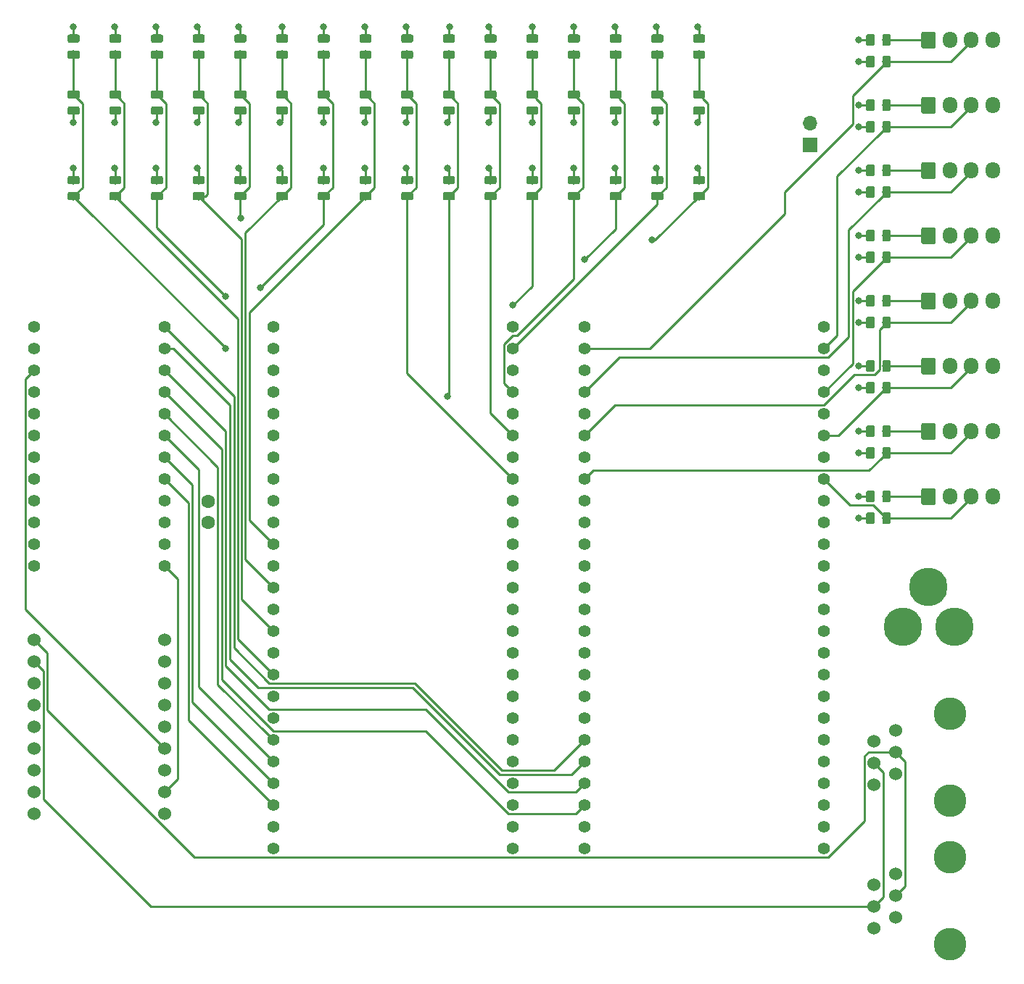
<source format=gbr>
G04 #@! TF.GenerationSoftware,KiCad,Pcbnew,(5.1.2-1)-1*
G04 #@! TF.CreationDate,2019-11-07T15:24:45-05:00*
G04 #@! TF.ProjectId,flow_rate,666c6f77-5f72-4617-9465-2e6b69636164,rev?*
G04 #@! TF.SameCoordinates,Original*
G04 #@! TF.FileFunction,Copper,L1,Top*
G04 #@! TF.FilePolarity,Positive*
%FSLAX46Y46*%
G04 Gerber Fmt 4.6, Leading zero omitted, Abs format (unit mm)*
G04 Created by KiCad (PCBNEW (5.1.2-1)-1) date 2019-11-07 15:24:45*
%MOMM*%
%LPD*%
G04 APERTURE LIST*
%ADD10C,1.524000*%
%ADD11C,0.100000*%
%ADD12C,0.975000*%
%ADD13C,1.397000*%
%ADD14C,1.700000*%
%ADD15O,1.700000X1.950000*%
%ADD16O,1.700000X1.700000*%
%ADD17R,1.700000X1.700000*%
%ADD18C,4.500000*%
%ADD19C,3.800000*%
%ADD20C,1.600000*%
%ADD21C,0.800000*%
%ADD22C,0.250000*%
G04 APERTURE END LIST*
D10*
X127508000Y-99314000D03*
X127508000Y-101854000D03*
X127508000Y-104394000D03*
X127508000Y-106934000D03*
X127508000Y-109474000D03*
X127508000Y-112014000D03*
X127508000Y-114554000D03*
X127508000Y-117094000D03*
X127508000Y-119634000D03*
X112268000Y-119634000D03*
X112268000Y-117094000D03*
X112268000Y-114554000D03*
X112268000Y-112014000D03*
X112268000Y-109474000D03*
X112268000Y-106934000D03*
X112268000Y-104394000D03*
X112268000Y-101854000D03*
X112268000Y-99314000D03*
D11*
G36*
X190362642Y-46963174D02*
G01*
X190386303Y-46966684D01*
X190409507Y-46972496D01*
X190432029Y-46980554D01*
X190453653Y-46990782D01*
X190474170Y-47003079D01*
X190493383Y-47017329D01*
X190511107Y-47033393D01*
X190527171Y-47051117D01*
X190541421Y-47070330D01*
X190553718Y-47090847D01*
X190563946Y-47112471D01*
X190572004Y-47134993D01*
X190577816Y-47158197D01*
X190581326Y-47181858D01*
X190582500Y-47205750D01*
X190582500Y-47693250D01*
X190581326Y-47717142D01*
X190577816Y-47740803D01*
X190572004Y-47764007D01*
X190563946Y-47786529D01*
X190553718Y-47808153D01*
X190541421Y-47828670D01*
X190527171Y-47847883D01*
X190511107Y-47865607D01*
X190493383Y-47881671D01*
X190474170Y-47895921D01*
X190453653Y-47908218D01*
X190432029Y-47918446D01*
X190409507Y-47926504D01*
X190386303Y-47932316D01*
X190362642Y-47935826D01*
X190338750Y-47937000D01*
X189426250Y-47937000D01*
X189402358Y-47935826D01*
X189378697Y-47932316D01*
X189355493Y-47926504D01*
X189332971Y-47918446D01*
X189311347Y-47908218D01*
X189290830Y-47895921D01*
X189271617Y-47881671D01*
X189253893Y-47865607D01*
X189237829Y-47847883D01*
X189223579Y-47828670D01*
X189211282Y-47808153D01*
X189201054Y-47786529D01*
X189192996Y-47764007D01*
X189187184Y-47740803D01*
X189183674Y-47717142D01*
X189182500Y-47693250D01*
X189182500Y-47205750D01*
X189183674Y-47181858D01*
X189187184Y-47158197D01*
X189192996Y-47134993D01*
X189201054Y-47112471D01*
X189211282Y-47090847D01*
X189223579Y-47070330D01*
X189237829Y-47051117D01*
X189253893Y-47033393D01*
X189271617Y-47017329D01*
X189290830Y-47003079D01*
X189311347Y-46990782D01*
X189332971Y-46980554D01*
X189355493Y-46972496D01*
X189378697Y-46966684D01*
X189402358Y-46963174D01*
X189426250Y-46962000D01*
X190338750Y-46962000D01*
X190362642Y-46963174D01*
X190362642Y-46963174D01*
G37*
D12*
X189882500Y-47449500D03*
D11*
G36*
X190362642Y-45088174D02*
G01*
X190386303Y-45091684D01*
X190409507Y-45097496D01*
X190432029Y-45105554D01*
X190453653Y-45115782D01*
X190474170Y-45128079D01*
X190493383Y-45142329D01*
X190511107Y-45158393D01*
X190527171Y-45176117D01*
X190541421Y-45195330D01*
X190553718Y-45215847D01*
X190563946Y-45237471D01*
X190572004Y-45259993D01*
X190577816Y-45283197D01*
X190581326Y-45306858D01*
X190582500Y-45330750D01*
X190582500Y-45818250D01*
X190581326Y-45842142D01*
X190577816Y-45865803D01*
X190572004Y-45889007D01*
X190563946Y-45911529D01*
X190553718Y-45933153D01*
X190541421Y-45953670D01*
X190527171Y-45972883D01*
X190511107Y-45990607D01*
X190493383Y-46006671D01*
X190474170Y-46020921D01*
X190453653Y-46033218D01*
X190432029Y-46043446D01*
X190409507Y-46051504D01*
X190386303Y-46057316D01*
X190362642Y-46060826D01*
X190338750Y-46062000D01*
X189426250Y-46062000D01*
X189402358Y-46060826D01*
X189378697Y-46057316D01*
X189355493Y-46051504D01*
X189332971Y-46043446D01*
X189311347Y-46033218D01*
X189290830Y-46020921D01*
X189271617Y-46006671D01*
X189253893Y-45990607D01*
X189237829Y-45972883D01*
X189223579Y-45953670D01*
X189211282Y-45933153D01*
X189201054Y-45911529D01*
X189192996Y-45889007D01*
X189187184Y-45865803D01*
X189183674Y-45842142D01*
X189182500Y-45818250D01*
X189182500Y-45330750D01*
X189183674Y-45306858D01*
X189187184Y-45283197D01*
X189192996Y-45259993D01*
X189201054Y-45237471D01*
X189211282Y-45215847D01*
X189223579Y-45195330D01*
X189237829Y-45176117D01*
X189253893Y-45158393D01*
X189271617Y-45142329D01*
X189290830Y-45128079D01*
X189311347Y-45115782D01*
X189332971Y-45105554D01*
X189355493Y-45097496D01*
X189378697Y-45091684D01*
X189402358Y-45088174D01*
X189426250Y-45087000D01*
X190338750Y-45087000D01*
X190362642Y-45088174D01*
X190362642Y-45088174D01*
G37*
D12*
X189882500Y-45574500D03*
D11*
G36*
X190362642Y-36963174D02*
G01*
X190386303Y-36966684D01*
X190409507Y-36972496D01*
X190432029Y-36980554D01*
X190453653Y-36990782D01*
X190474170Y-37003079D01*
X190493383Y-37017329D01*
X190511107Y-37033393D01*
X190527171Y-37051117D01*
X190541421Y-37070330D01*
X190553718Y-37090847D01*
X190563946Y-37112471D01*
X190572004Y-37134993D01*
X190577816Y-37158197D01*
X190581326Y-37181858D01*
X190582500Y-37205750D01*
X190582500Y-37693250D01*
X190581326Y-37717142D01*
X190577816Y-37740803D01*
X190572004Y-37764007D01*
X190563946Y-37786529D01*
X190553718Y-37808153D01*
X190541421Y-37828670D01*
X190527171Y-37847883D01*
X190511107Y-37865607D01*
X190493383Y-37881671D01*
X190474170Y-37895921D01*
X190453653Y-37908218D01*
X190432029Y-37918446D01*
X190409507Y-37926504D01*
X190386303Y-37932316D01*
X190362642Y-37935826D01*
X190338750Y-37937000D01*
X189426250Y-37937000D01*
X189402358Y-37935826D01*
X189378697Y-37932316D01*
X189355493Y-37926504D01*
X189332971Y-37918446D01*
X189311347Y-37908218D01*
X189290830Y-37895921D01*
X189271617Y-37881671D01*
X189253893Y-37865607D01*
X189237829Y-37847883D01*
X189223579Y-37828670D01*
X189211282Y-37808153D01*
X189201054Y-37786529D01*
X189192996Y-37764007D01*
X189187184Y-37740803D01*
X189183674Y-37717142D01*
X189182500Y-37693250D01*
X189182500Y-37205750D01*
X189183674Y-37181858D01*
X189187184Y-37158197D01*
X189192996Y-37134993D01*
X189201054Y-37112471D01*
X189211282Y-37090847D01*
X189223579Y-37070330D01*
X189237829Y-37051117D01*
X189253893Y-37033393D01*
X189271617Y-37017329D01*
X189290830Y-37003079D01*
X189311347Y-36990782D01*
X189332971Y-36980554D01*
X189355493Y-36972496D01*
X189378697Y-36966684D01*
X189402358Y-36963174D01*
X189426250Y-36962000D01*
X190338750Y-36962000D01*
X190362642Y-36963174D01*
X190362642Y-36963174D01*
G37*
D12*
X189882500Y-37449500D03*
D11*
G36*
X190362642Y-35088174D02*
G01*
X190386303Y-35091684D01*
X190409507Y-35097496D01*
X190432029Y-35105554D01*
X190453653Y-35115782D01*
X190474170Y-35128079D01*
X190493383Y-35142329D01*
X190511107Y-35158393D01*
X190527171Y-35176117D01*
X190541421Y-35195330D01*
X190553718Y-35215847D01*
X190563946Y-35237471D01*
X190572004Y-35259993D01*
X190577816Y-35283197D01*
X190581326Y-35306858D01*
X190582500Y-35330750D01*
X190582500Y-35818250D01*
X190581326Y-35842142D01*
X190577816Y-35865803D01*
X190572004Y-35889007D01*
X190563946Y-35911529D01*
X190553718Y-35933153D01*
X190541421Y-35953670D01*
X190527171Y-35972883D01*
X190511107Y-35990607D01*
X190493383Y-36006671D01*
X190474170Y-36020921D01*
X190453653Y-36033218D01*
X190432029Y-36043446D01*
X190409507Y-36051504D01*
X190386303Y-36057316D01*
X190362642Y-36060826D01*
X190338750Y-36062000D01*
X189426250Y-36062000D01*
X189402358Y-36060826D01*
X189378697Y-36057316D01*
X189355493Y-36051504D01*
X189332971Y-36043446D01*
X189311347Y-36033218D01*
X189290830Y-36020921D01*
X189271617Y-36006671D01*
X189253893Y-35990607D01*
X189237829Y-35972883D01*
X189223579Y-35953670D01*
X189211282Y-35933153D01*
X189201054Y-35911529D01*
X189192996Y-35889007D01*
X189187184Y-35865803D01*
X189183674Y-35842142D01*
X189182500Y-35818250D01*
X189182500Y-35330750D01*
X189183674Y-35306858D01*
X189187184Y-35283197D01*
X189192996Y-35259993D01*
X189201054Y-35237471D01*
X189211282Y-35215847D01*
X189223579Y-35195330D01*
X189237829Y-35176117D01*
X189253893Y-35158393D01*
X189271617Y-35142329D01*
X189290830Y-35128079D01*
X189311347Y-35115782D01*
X189332971Y-35105554D01*
X189355493Y-35097496D01*
X189378697Y-35091684D01*
X189402358Y-35088174D01*
X189426250Y-35087000D01*
X190338750Y-35087000D01*
X190362642Y-35088174D01*
X190362642Y-35088174D01*
G37*
D12*
X189882500Y-35574500D03*
D11*
G36*
X185494642Y-45088174D02*
G01*
X185518303Y-45091684D01*
X185541507Y-45097496D01*
X185564029Y-45105554D01*
X185585653Y-45115782D01*
X185606170Y-45128079D01*
X185625383Y-45142329D01*
X185643107Y-45158393D01*
X185659171Y-45176117D01*
X185673421Y-45195330D01*
X185685718Y-45215847D01*
X185695946Y-45237471D01*
X185704004Y-45259993D01*
X185709816Y-45283197D01*
X185713326Y-45306858D01*
X185714500Y-45330750D01*
X185714500Y-45818250D01*
X185713326Y-45842142D01*
X185709816Y-45865803D01*
X185704004Y-45889007D01*
X185695946Y-45911529D01*
X185685718Y-45933153D01*
X185673421Y-45953670D01*
X185659171Y-45972883D01*
X185643107Y-45990607D01*
X185625383Y-46006671D01*
X185606170Y-46020921D01*
X185585653Y-46033218D01*
X185564029Y-46043446D01*
X185541507Y-46051504D01*
X185518303Y-46057316D01*
X185494642Y-46060826D01*
X185470750Y-46062000D01*
X184558250Y-46062000D01*
X184534358Y-46060826D01*
X184510697Y-46057316D01*
X184487493Y-46051504D01*
X184464971Y-46043446D01*
X184443347Y-46033218D01*
X184422830Y-46020921D01*
X184403617Y-46006671D01*
X184385893Y-45990607D01*
X184369829Y-45972883D01*
X184355579Y-45953670D01*
X184343282Y-45933153D01*
X184333054Y-45911529D01*
X184324996Y-45889007D01*
X184319184Y-45865803D01*
X184315674Y-45842142D01*
X184314500Y-45818250D01*
X184314500Y-45330750D01*
X184315674Y-45306858D01*
X184319184Y-45283197D01*
X184324996Y-45259993D01*
X184333054Y-45237471D01*
X184343282Y-45215847D01*
X184355579Y-45195330D01*
X184369829Y-45176117D01*
X184385893Y-45158393D01*
X184403617Y-45142329D01*
X184422830Y-45128079D01*
X184443347Y-45115782D01*
X184464971Y-45105554D01*
X184487493Y-45097496D01*
X184510697Y-45091684D01*
X184534358Y-45088174D01*
X184558250Y-45087000D01*
X185470750Y-45087000D01*
X185494642Y-45088174D01*
X185494642Y-45088174D01*
G37*
D12*
X185014500Y-45574500D03*
D11*
G36*
X185494642Y-46963174D02*
G01*
X185518303Y-46966684D01*
X185541507Y-46972496D01*
X185564029Y-46980554D01*
X185585653Y-46990782D01*
X185606170Y-47003079D01*
X185625383Y-47017329D01*
X185643107Y-47033393D01*
X185659171Y-47051117D01*
X185673421Y-47070330D01*
X185685718Y-47090847D01*
X185695946Y-47112471D01*
X185704004Y-47134993D01*
X185709816Y-47158197D01*
X185713326Y-47181858D01*
X185714500Y-47205750D01*
X185714500Y-47693250D01*
X185713326Y-47717142D01*
X185709816Y-47740803D01*
X185704004Y-47764007D01*
X185695946Y-47786529D01*
X185685718Y-47808153D01*
X185673421Y-47828670D01*
X185659171Y-47847883D01*
X185643107Y-47865607D01*
X185625383Y-47881671D01*
X185606170Y-47895921D01*
X185585653Y-47908218D01*
X185564029Y-47918446D01*
X185541507Y-47926504D01*
X185518303Y-47932316D01*
X185494642Y-47935826D01*
X185470750Y-47937000D01*
X184558250Y-47937000D01*
X184534358Y-47935826D01*
X184510697Y-47932316D01*
X184487493Y-47926504D01*
X184464971Y-47918446D01*
X184443347Y-47908218D01*
X184422830Y-47895921D01*
X184403617Y-47881671D01*
X184385893Y-47865607D01*
X184369829Y-47847883D01*
X184355579Y-47828670D01*
X184343282Y-47808153D01*
X184333054Y-47786529D01*
X184324996Y-47764007D01*
X184319184Y-47740803D01*
X184315674Y-47717142D01*
X184314500Y-47693250D01*
X184314500Y-47205750D01*
X184315674Y-47181858D01*
X184319184Y-47158197D01*
X184324996Y-47134993D01*
X184333054Y-47112471D01*
X184343282Y-47090847D01*
X184355579Y-47070330D01*
X184369829Y-47051117D01*
X184385893Y-47033393D01*
X184403617Y-47017329D01*
X184422830Y-47003079D01*
X184443347Y-46990782D01*
X184464971Y-46980554D01*
X184487493Y-46972496D01*
X184510697Y-46966684D01*
X184534358Y-46963174D01*
X184558250Y-46962000D01*
X185470750Y-46962000D01*
X185494642Y-46963174D01*
X185494642Y-46963174D01*
G37*
D12*
X185014500Y-47449500D03*
D11*
G36*
X185494642Y-35088174D02*
G01*
X185518303Y-35091684D01*
X185541507Y-35097496D01*
X185564029Y-35105554D01*
X185585653Y-35115782D01*
X185606170Y-35128079D01*
X185625383Y-35142329D01*
X185643107Y-35158393D01*
X185659171Y-35176117D01*
X185673421Y-35195330D01*
X185685718Y-35215847D01*
X185695946Y-35237471D01*
X185704004Y-35259993D01*
X185709816Y-35283197D01*
X185713326Y-35306858D01*
X185714500Y-35330750D01*
X185714500Y-35818250D01*
X185713326Y-35842142D01*
X185709816Y-35865803D01*
X185704004Y-35889007D01*
X185695946Y-35911529D01*
X185685718Y-35933153D01*
X185673421Y-35953670D01*
X185659171Y-35972883D01*
X185643107Y-35990607D01*
X185625383Y-36006671D01*
X185606170Y-36020921D01*
X185585653Y-36033218D01*
X185564029Y-36043446D01*
X185541507Y-36051504D01*
X185518303Y-36057316D01*
X185494642Y-36060826D01*
X185470750Y-36062000D01*
X184558250Y-36062000D01*
X184534358Y-36060826D01*
X184510697Y-36057316D01*
X184487493Y-36051504D01*
X184464971Y-36043446D01*
X184443347Y-36033218D01*
X184422830Y-36020921D01*
X184403617Y-36006671D01*
X184385893Y-35990607D01*
X184369829Y-35972883D01*
X184355579Y-35953670D01*
X184343282Y-35933153D01*
X184333054Y-35911529D01*
X184324996Y-35889007D01*
X184319184Y-35865803D01*
X184315674Y-35842142D01*
X184314500Y-35818250D01*
X184314500Y-35330750D01*
X184315674Y-35306858D01*
X184319184Y-35283197D01*
X184324996Y-35259993D01*
X184333054Y-35237471D01*
X184343282Y-35215847D01*
X184355579Y-35195330D01*
X184369829Y-35176117D01*
X184385893Y-35158393D01*
X184403617Y-35142329D01*
X184422830Y-35128079D01*
X184443347Y-35115782D01*
X184464971Y-35105554D01*
X184487493Y-35097496D01*
X184510697Y-35091684D01*
X184534358Y-35088174D01*
X184558250Y-35087000D01*
X185470750Y-35087000D01*
X185494642Y-35088174D01*
X185494642Y-35088174D01*
G37*
D12*
X185014500Y-35574500D03*
D11*
G36*
X185494642Y-36963174D02*
G01*
X185518303Y-36966684D01*
X185541507Y-36972496D01*
X185564029Y-36980554D01*
X185585653Y-36990782D01*
X185606170Y-37003079D01*
X185625383Y-37017329D01*
X185643107Y-37033393D01*
X185659171Y-37051117D01*
X185673421Y-37070330D01*
X185685718Y-37090847D01*
X185695946Y-37112471D01*
X185704004Y-37134993D01*
X185709816Y-37158197D01*
X185713326Y-37181858D01*
X185714500Y-37205750D01*
X185714500Y-37693250D01*
X185713326Y-37717142D01*
X185709816Y-37740803D01*
X185704004Y-37764007D01*
X185695946Y-37786529D01*
X185685718Y-37808153D01*
X185673421Y-37828670D01*
X185659171Y-37847883D01*
X185643107Y-37865607D01*
X185625383Y-37881671D01*
X185606170Y-37895921D01*
X185585653Y-37908218D01*
X185564029Y-37918446D01*
X185541507Y-37926504D01*
X185518303Y-37932316D01*
X185494642Y-37935826D01*
X185470750Y-37937000D01*
X184558250Y-37937000D01*
X184534358Y-37935826D01*
X184510697Y-37932316D01*
X184487493Y-37926504D01*
X184464971Y-37918446D01*
X184443347Y-37908218D01*
X184422830Y-37895921D01*
X184403617Y-37881671D01*
X184385893Y-37865607D01*
X184369829Y-37847883D01*
X184355579Y-37828670D01*
X184343282Y-37808153D01*
X184333054Y-37786529D01*
X184324996Y-37764007D01*
X184319184Y-37740803D01*
X184315674Y-37717142D01*
X184314500Y-37693250D01*
X184314500Y-37205750D01*
X184315674Y-37181858D01*
X184319184Y-37158197D01*
X184324996Y-37134993D01*
X184333054Y-37112471D01*
X184343282Y-37090847D01*
X184355579Y-37070330D01*
X184369829Y-37051117D01*
X184385893Y-37033393D01*
X184403617Y-37017329D01*
X184422830Y-37003079D01*
X184443347Y-36990782D01*
X184464971Y-36980554D01*
X184487493Y-36972496D01*
X184510697Y-36966684D01*
X184534358Y-36963174D01*
X184558250Y-36962000D01*
X185470750Y-36962000D01*
X185494642Y-36963174D01*
X185494642Y-36963174D01*
G37*
D12*
X185014500Y-37449500D03*
D11*
G36*
X180626642Y-46963174D02*
G01*
X180650303Y-46966684D01*
X180673507Y-46972496D01*
X180696029Y-46980554D01*
X180717653Y-46990782D01*
X180738170Y-47003079D01*
X180757383Y-47017329D01*
X180775107Y-47033393D01*
X180791171Y-47051117D01*
X180805421Y-47070330D01*
X180817718Y-47090847D01*
X180827946Y-47112471D01*
X180836004Y-47134993D01*
X180841816Y-47158197D01*
X180845326Y-47181858D01*
X180846500Y-47205750D01*
X180846500Y-47693250D01*
X180845326Y-47717142D01*
X180841816Y-47740803D01*
X180836004Y-47764007D01*
X180827946Y-47786529D01*
X180817718Y-47808153D01*
X180805421Y-47828670D01*
X180791171Y-47847883D01*
X180775107Y-47865607D01*
X180757383Y-47881671D01*
X180738170Y-47895921D01*
X180717653Y-47908218D01*
X180696029Y-47918446D01*
X180673507Y-47926504D01*
X180650303Y-47932316D01*
X180626642Y-47935826D01*
X180602750Y-47937000D01*
X179690250Y-47937000D01*
X179666358Y-47935826D01*
X179642697Y-47932316D01*
X179619493Y-47926504D01*
X179596971Y-47918446D01*
X179575347Y-47908218D01*
X179554830Y-47895921D01*
X179535617Y-47881671D01*
X179517893Y-47865607D01*
X179501829Y-47847883D01*
X179487579Y-47828670D01*
X179475282Y-47808153D01*
X179465054Y-47786529D01*
X179456996Y-47764007D01*
X179451184Y-47740803D01*
X179447674Y-47717142D01*
X179446500Y-47693250D01*
X179446500Y-47205750D01*
X179447674Y-47181858D01*
X179451184Y-47158197D01*
X179456996Y-47134993D01*
X179465054Y-47112471D01*
X179475282Y-47090847D01*
X179487579Y-47070330D01*
X179501829Y-47051117D01*
X179517893Y-47033393D01*
X179535617Y-47017329D01*
X179554830Y-47003079D01*
X179575347Y-46990782D01*
X179596971Y-46980554D01*
X179619493Y-46972496D01*
X179642697Y-46966684D01*
X179666358Y-46963174D01*
X179690250Y-46962000D01*
X180602750Y-46962000D01*
X180626642Y-46963174D01*
X180626642Y-46963174D01*
G37*
D12*
X180146500Y-47449500D03*
D11*
G36*
X180626642Y-45088174D02*
G01*
X180650303Y-45091684D01*
X180673507Y-45097496D01*
X180696029Y-45105554D01*
X180717653Y-45115782D01*
X180738170Y-45128079D01*
X180757383Y-45142329D01*
X180775107Y-45158393D01*
X180791171Y-45176117D01*
X180805421Y-45195330D01*
X180817718Y-45215847D01*
X180827946Y-45237471D01*
X180836004Y-45259993D01*
X180841816Y-45283197D01*
X180845326Y-45306858D01*
X180846500Y-45330750D01*
X180846500Y-45818250D01*
X180845326Y-45842142D01*
X180841816Y-45865803D01*
X180836004Y-45889007D01*
X180827946Y-45911529D01*
X180817718Y-45933153D01*
X180805421Y-45953670D01*
X180791171Y-45972883D01*
X180775107Y-45990607D01*
X180757383Y-46006671D01*
X180738170Y-46020921D01*
X180717653Y-46033218D01*
X180696029Y-46043446D01*
X180673507Y-46051504D01*
X180650303Y-46057316D01*
X180626642Y-46060826D01*
X180602750Y-46062000D01*
X179690250Y-46062000D01*
X179666358Y-46060826D01*
X179642697Y-46057316D01*
X179619493Y-46051504D01*
X179596971Y-46043446D01*
X179575347Y-46033218D01*
X179554830Y-46020921D01*
X179535617Y-46006671D01*
X179517893Y-45990607D01*
X179501829Y-45972883D01*
X179487579Y-45953670D01*
X179475282Y-45933153D01*
X179465054Y-45911529D01*
X179456996Y-45889007D01*
X179451184Y-45865803D01*
X179447674Y-45842142D01*
X179446500Y-45818250D01*
X179446500Y-45330750D01*
X179447674Y-45306858D01*
X179451184Y-45283197D01*
X179456996Y-45259993D01*
X179465054Y-45237471D01*
X179475282Y-45215847D01*
X179487579Y-45195330D01*
X179501829Y-45176117D01*
X179517893Y-45158393D01*
X179535617Y-45142329D01*
X179554830Y-45128079D01*
X179575347Y-45115782D01*
X179596971Y-45105554D01*
X179619493Y-45097496D01*
X179642697Y-45091684D01*
X179666358Y-45088174D01*
X179690250Y-45087000D01*
X180602750Y-45087000D01*
X180626642Y-45088174D01*
X180626642Y-45088174D01*
G37*
D12*
X180146500Y-45574500D03*
D11*
G36*
X180626642Y-36963174D02*
G01*
X180650303Y-36966684D01*
X180673507Y-36972496D01*
X180696029Y-36980554D01*
X180717653Y-36990782D01*
X180738170Y-37003079D01*
X180757383Y-37017329D01*
X180775107Y-37033393D01*
X180791171Y-37051117D01*
X180805421Y-37070330D01*
X180817718Y-37090847D01*
X180827946Y-37112471D01*
X180836004Y-37134993D01*
X180841816Y-37158197D01*
X180845326Y-37181858D01*
X180846500Y-37205750D01*
X180846500Y-37693250D01*
X180845326Y-37717142D01*
X180841816Y-37740803D01*
X180836004Y-37764007D01*
X180827946Y-37786529D01*
X180817718Y-37808153D01*
X180805421Y-37828670D01*
X180791171Y-37847883D01*
X180775107Y-37865607D01*
X180757383Y-37881671D01*
X180738170Y-37895921D01*
X180717653Y-37908218D01*
X180696029Y-37918446D01*
X180673507Y-37926504D01*
X180650303Y-37932316D01*
X180626642Y-37935826D01*
X180602750Y-37937000D01*
X179690250Y-37937000D01*
X179666358Y-37935826D01*
X179642697Y-37932316D01*
X179619493Y-37926504D01*
X179596971Y-37918446D01*
X179575347Y-37908218D01*
X179554830Y-37895921D01*
X179535617Y-37881671D01*
X179517893Y-37865607D01*
X179501829Y-37847883D01*
X179487579Y-37828670D01*
X179475282Y-37808153D01*
X179465054Y-37786529D01*
X179456996Y-37764007D01*
X179451184Y-37740803D01*
X179447674Y-37717142D01*
X179446500Y-37693250D01*
X179446500Y-37205750D01*
X179447674Y-37181858D01*
X179451184Y-37158197D01*
X179456996Y-37134993D01*
X179465054Y-37112471D01*
X179475282Y-37090847D01*
X179487579Y-37070330D01*
X179501829Y-37051117D01*
X179517893Y-37033393D01*
X179535617Y-37017329D01*
X179554830Y-37003079D01*
X179575347Y-36990782D01*
X179596971Y-36980554D01*
X179619493Y-36972496D01*
X179642697Y-36966684D01*
X179666358Y-36963174D01*
X179690250Y-36962000D01*
X180602750Y-36962000D01*
X180626642Y-36963174D01*
X180626642Y-36963174D01*
G37*
D12*
X180146500Y-37449500D03*
D11*
G36*
X180626642Y-35088174D02*
G01*
X180650303Y-35091684D01*
X180673507Y-35097496D01*
X180696029Y-35105554D01*
X180717653Y-35115782D01*
X180738170Y-35128079D01*
X180757383Y-35142329D01*
X180775107Y-35158393D01*
X180791171Y-35176117D01*
X180805421Y-35195330D01*
X180817718Y-35215847D01*
X180827946Y-35237471D01*
X180836004Y-35259993D01*
X180841816Y-35283197D01*
X180845326Y-35306858D01*
X180846500Y-35330750D01*
X180846500Y-35818250D01*
X180845326Y-35842142D01*
X180841816Y-35865803D01*
X180836004Y-35889007D01*
X180827946Y-35911529D01*
X180817718Y-35933153D01*
X180805421Y-35953670D01*
X180791171Y-35972883D01*
X180775107Y-35990607D01*
X180757383Y-36006671D01*
X180738170Y-36020921D01*
X180717653Y-36033218D01*
X180696029Y-36043446D01*
X180673507Y-36051504D01*
X180650303Y-36057316D01*
X180626642Y-36060826D01*
X180602750Y-36062000D01*
X179690250Y-36062000D01*
X179666358Y-36060826D01*
X179642697Y-36057316D01*
X179619493Y-36051504D01*
X179596971Y-36043446D01*
X179575347Y-36033218D01*
X179554830Y-36020921D01*
X179535617Y-36006671D01*
X179517893Y-35990607D01*
X179501829Y-35972883D01*
X179487579Y-35953670D01*
X179475282Y-35933153D01*
X179465054Y-35911529D01*
X179456996Y-35889007D01*
X179451184Y-35865803D01*
X179447674Y-35842142D01*
X179446500Y-35818250D01*
X179446500Y-35330750D01*
X179447674Y-35306858D01*
X179451184Y-35283197D01*
X179456996Y-35259993D01*
X179465054Y-35237471D01*
X179475282Y-35215847D01*
X179487579Y-35195330D01*
X179501829Y-35176117D01*
X179517893Y-35158393D01*
X179535617Y-35142329D01*
X179554830Y-35128079D01*
X179575347Y-35115782D01*
X179596971Y-35105554D01*
X179619493Y-35097496D01*
X179642697Y-35091684D01*
X179666358Y-35088174D01*
X179690250Y-35087000D01*
X180602750Y-35087000D01*
X180626642Y-35088174D01*
X180626642Y-35088174D01*
G37*
D12*
X180146500Y-35574500D03*
D11*
G36*
X175758642Y-45088174D02*
G01*
X175782303Y-45091684D01*
X175805507Y-45097496D01*
X175828029Y-45105554D01*
X175849653Y-45115782D01*
X175870170Y-45128079D01*
X175889383Y-45142329D01*
X175907107Y-45158393D01*
X175923171Y-45176117D01*
X175937421Y-45195330D01*
X175949718Y-45215847D01*
X175959946Y-45237471D01*
X175968004Y-45259993D01*
X175973816Y-45283197D01*
X175977326Y-45306858D01*
X175978500Y-45330750D01*
X175978500Y-45818250D01*
X175977326Y-45842142D01*
X175973816Y-45865803D01*
X175968004Y-45889007D01*
X175959946Y-45911529D01*
X175949718Y-45933153D01*
X175937421Y-45953670D01*
X175923171Y-45972883D01*
X175907107Y-45990607D01*
X175889383Y-46006671D01*
X175870170Y-46020921D01*
X175849653Y-46033218D01*
X175828029Y-46043446D01*
X175805507Y-46051504D01*
X175782303Y-46057316D01*
X175758642Y-46060826D01*
X175734750Y-46062000D01*
X174822250Y-46062000D01*
X174798358Y-46060826D01*
X174774697Y-46057316D01*
X174751493Y-46051504D01*
X174728971Y-46043446D01*
X174707347Y-46033218D01*
X174686830Y-46020921D01*
X174667617Y-46006671D01*
X174649893Y-45990607D01*
X174633829Y-45972883D01*
X174619579Y-45953670D01*
X174607282Y-45933153D01*
X174597054Y-45911529D01*
X174588996Y-45889007D01*
X174583184Y-45865803D01*
X174579674Y-45842142D01*
X174578500Y-45818250D01*
X174578500Y-45330750D01*
X174579674Y-45306858D01*
X174583184Y-45283197D01*
X174588996Y-45259993D01*
X174597054Y-45237471D01*
X174607282Y-45215847D01*
X174619579Y-45195330D01*
X174633829Y-45176117D01*
X174649893Y-45158393D01*
X174667617Y-45142329D01*
X174686830Y-45128079D01*
X174707347Y-45115782D01*
X174728971Y-45105554D01*
X174751493Y-45097496D01*
X174774697Y-45091684D01*
X174798358Y-45088174D01*
X174822250Y-45087000D01*
X175734750Y-45087000D01*
X175758642Y-45088174D01*
X175758642Y-45088174D01*
G37*
D12*
X175278500Y-45574500D03*
D11*
G36*
X175758642Y-46963174D02*
G01*
X175782303Y-46966684D01*
X175805507Y-46972496D01*
X175828029Y-46980554D01*
X175849653Y-46990782D01*
X175870170Y-47003079D01*
X175889383Y-47017329D01*
X175907107Y-47033393D01*
X175923171Y-47051117D01*
X175937421Y-47070330D01*
X175949718Y-47090847D01*
X175959946Y-47112471D01*
X175968004Y-47134993D01*
X175973816Y-47158197D01*
X175977326Y-47181858D01*
X175978500Y-47205750D01*
X175978500Y-47693250D01*
X175977326Y-47717142D01*
X175973816Y-47740803D01*
X175968004Y-47764007D01*
X175959946Y-47786529D01*
X175949718Y-47808153D01*
X175937421Y-47828670D01*
X175923171Y-47847883D01*
X175907107Y-47865607D01*
X175889383Y-47881671D01*
X175870170Y-47895921D01*
X175849653Y-47908218D01*
X175828029Y-47918446D01*
X175805507Y-47926504D01*
X175782303Y-47932316D01*
X175758642Y-47935826D01*
X175734750Y-47937000D01*
X174822250Y-47937000D01*
X174798358Y-47935826D01*
X174774697Y-47932316D01*
X174751493Y-47926504D01*
X174728971Y-47918446D01*
X174707347Y-47908218D01*
X174686830Y-47895921D01*
X174667617Y-47881671D01*
X174649893Y-47865607D01*
X174633829Y-47847883D01*
X174619579Y-47828670D01*
X174607282Y-47808153D01*
X174597054Y-47786529D01*
X174588996Y-47764007D01*
X174583184Y-47740803D01*
X174579674Y-47717142D01*
X174578500Y-47693250D01*
X174578500Y-47205750D01*
X174579674Y-47181858D01*
X174583184Y-47158197D01*
X174588996Y-47134993D01*
X174597054Y-47112471D01*
X174607282Y-47090847D01*
X174619579Y-47070330D01*
X174633829Y-47051117D01*
X174649893Y-47033393D01*
X174667617Y-47017329D01*
X174686830Y-47003079D01*
X174707347Y-46990782D01*
X174728971Y-46980554D01*
X174751493Y-46972496D01*
X174774697Y-46966684D01*
X174798358Y-46963174D01*
X174822250Y-46962000D01*
X175734750Y-46962000D01*
X175758642Y-46963174D01*
X175758642Y-46963174D01*
G37*
D12*
X175278500Y-47449500D03*
D11*
G36*
X175758642Y-35088174D02*
G01*
X175782303Y-35091684D01*
X175805507Y-35097496D01*
X175828029Y-35105554D01*
X175849653Y-35115782D01*
X175870170Y-35128079D01*
X175889383Y-35142329D01*
X175907107Y-35158393D01*
X175923171Y-35176117D01*
X175937421Y-35195330D01*
X175949718Y-35215847D01*
X175959946Y-35237471D01*
X175968004Y-35259993D01*
X175973816Y-35283197D01*
X175977326Y-35306858D01*
X175978500Y-35330750D01*
X175978500Y-35818250D01*
X175977326Y-35842142D01*
X175973816Y-35865803D01*
X175968004Y-35889007D01*
X175959946Y-35911529D01*
X175949718Y-35933153D01*
X175937421Y-35953670D01*
X175923171Y-35972883D01*
X175907107Y-35990607D01*
X175889383Y-36006671D01*
X175870170Y-36020921D01*
X175849653Y-36033218D01*
X175828029Y-36043446D01*
X175805507Y-36051504D01*
X175782303Y-36057316D01*
X175758642Y-36060826D01*
X175734750Y-36062000D01*
X174822250Y-36062000D01*
X174798358Y-36060826D01*
X174774697Y-36057316D01*
X174751493Y-36051504D01*
X174728971Y-36043446D01*
X174707347Y-36033218D01*
X174686830Y-36020921D01*
X174667617Y-36006671D01*
X174649893Y-35990607D01*
X174633829Y-35972883D01*
X174619579Y-35953670D01*
X174607282Y-35933153D01*
X174597054Y-35911529D01*
X174588996Y-35889007D01*
X174583184Y-35865803D01*
X174579674Y-35842142D01*
X174578500Y-35818250D01*
X174578500Y-35330750D01*
X174579674Y-35306858D01*
X174583184Y-35283197D01*
X174588996Y-35259993D01*
X174597054Y-35237471D01*
X174607282Y-35215847D01*
X174619579Y-35195330D01*
X174633829Y-35176117D01*
X174649893Y-35158393D01*
X174667617Y-35142329D01*
X174686830Y-35128079D01*
X174707347Y-35115782D01*
X174728971Y-35105554D01*
X174751493Y-35097496D01*
X174774697Y-35091684D01*
X174798358Y-35088174D01*
X174822250Y-35087000D01*
X175734750Y-35087000D01*
X175758642Y-35088174D01*
X175758642Y-35088174D01*
G37*
D12*
X175278500Y-35574500D03*
D11*
G36*
X175758642Y-36963174D02*
G01*
X175782303Y-36966684D01*
X175805507Y-36972496D01*
X175828029Y-36980554D01*
X175849653Y-36990782D01*
X175870170Y-37003079D01*
X175889383Y-37017329D01*
X175907107Y-37033393D01*
X175923171Y-37051117D01*
X175937421Y-37070330D01*
X175949718Y-37090847D01*
X175959946Y-37112471D01*
X175968004Y-37134993D01*
X175973816Y-37158197D01*
X175977326Y-37181858D01*
X175978500Y-37205750D01*
X175978500Y-37693250D01*
X175977326Y-37717142D01*
X175973816Y-37740803D01*
X175968004Y-37764007D01*
X175959946Y-37786529D01*
X175949718Y-37808153D01*
X175937421Y-37828670D01*
X175923171Y-37847883D01*
X175907107Y-37865607D01*
X175889383Y-37881671D01*
X175870170Y-37895921D01*
X175849653Y-37908218D01*
X175828029Y-37918446D01*
X175805507Y-37926504D01*
X175782303Y-37932316D01*
X175758642Y-37935826D01*
X175734750Y-37937000D01*
X174822250Y-37937000D01*
X174798358Y-37935826D01*
X174774697Y-37932316D01*
X174751493Y-37926504D01*
X174728971Y-37918446D01*
X174707347Y-37908218D01*
X174686830Y-37895921D01*
X174667617Y-37881671D01*
X174649893Y-37865607D01*
X174633829Y-37847883D01*
X174619579Y-37828670D01*
X174607282Y-37808153D01*
X174597054Y-37786529D01*
X174588996Y-37764007D01*
X174583184Y-37740803D01*
X174579674Y-37717142D01*
X174578500Y-37693250D01*
X174578500Y-37205750D01*
X174579674Y-37181858D01*
X174583184Y-37158197D01*
X174588996Y-37134993D01*
X174597054Y-37112471D01*
X174607282Y-37090847D01*
X174619579Y-37070330D01*
X174633829Y-37051117D01*
X174649893Y-37033393D01*
X174667617Y-37017329D01*
X174686830Y-37003079D01*
X174707347Y-36990782D01*
X174728971Y-36980554D01*
X174751493Y-36972496D01*
X174774697Y-36966684D01*
X174798358Y-36963174D01*
X174822250Y-36962000D01*
X175734750Y-36962000D01*
X175758642Y-36963174D01*
X175758642Y-36963174D01*
G37*
D12*
X175278500Y-37449500D03*
D11*
G36*
X170890642Y-46963174D02*
G01*
X170914303Y-46966684D01*
X170937507Y-46972496D01*
X170960029Y-46980554D01*
X170981653Y-46990782D01*
X171002170Y-47003079D01*
X171021383Y-47017329D01*
X171039107Y-47033393D01*
X171055171Y-47051117D01*
X171069421Y-47070330D01*
X171081718Y-47090847D01*
X171091946Y-47112471D01*
X171100004Y-47134993D01*
X171105816Y-47158197D01*
X171109326Y-47181858D01*
X171110500Y-47205750D01*
X171110500Y-47693250D01*
X171109326Y-47717142D01*
X171105816Y-47740803D01*
X171100004Y-47764007D01*
X171091946Y-47786529D01*
X171081718Y-47808153D01*
X171069421Y-47828670D01*
X171055171Y-47847883D01*
X171039107Y-47865607D01*
X171021383Y-47881671D01*
X171002170Y-47895921D01*
X170981653Y-47908218D01*
X170960029Y-47918446D01*
X170937507Y-47926504D01*
X170914303Y-47932316D01*
X170890642Y-47935826D01*
X170866750Y-47937000D01*
X169954250Y-47937000D01*
X169930358Y-47935826D01*
X169906697Y-47932316D01*
X169883493Y-47926504D01*
X169860971Y-47918446D01*
X169839347Y-47908218D01*
X169818830Y-47895921D01*
X169799617Y-47881671D01*
X169781893Y-47865607D01*
X169765829Y-47847883D01*
X169751579Y-47828670D01*
X169739282Y-47808153D01*
X169729054Y-47786529D01*
X169720996Y-47764007D01*
X169715184Y-47740803D01*
X169711674Y-47717142D01*
X169710500Y-47693250D01*
X169710500Y-47205750D01*
X169711674Y-47181858D01*
X169715184Y-47158197D01*
X169720996Y-47134993D01*
X169729054Y-47112471D01*
X169739282Y-47090847D01*
X169751579Y-47070330D01*
X169765829Y-47051117D01*
X169781893Y-47033393D01*
X169799617Y-47017329D01*
X169818830Y-47003079D01*
X169839347Y-46990782D01*
X169860971Y-46980554D01*
X169883493Y-46972496D01*
X169906697Y-46966684D01*
X169930358Y-46963174D01*
X169954250Y-46962000D01*
X170866750Y-46962000D01*
X170890642Y-46963174D01*
X170890642Y-46963174D01*
G37*
D12*
X170410500Y-47449500D03*
D11*
G36*
X170890642Y-45088174D02*
G01*
X170914303Y-45091684D01*
X170937507Y-45097496D01*
X170960029Y-45105554D01*
X170981653Y-45115782D01*
X171002170Y-45128079D01*
X171021383Y-45142329D01*
X171039107Y-45158393D01*
X171055171Y-45176117D01*
X171069421Y-45195330D01*
X171081718Y-45215847D01*
X171091946Y-45237471D01*
X171100004Y-45259993D01*
X171105816Y-45283197D01*
X171109326Y-45306858D01*
X171110500Y-45330750D01*
X171110500Y-45818250D01*
X171109326Y-45842142D01*
X171105816Y-45865803D01*
X171100004Y-45889007D01*
X171091946Y-45911529D01*
X171081718Y-45933153D01*
X171069421Y-45953670D01*
X171055171Y-45972883D01*
X171039107Y-45990607D01*
X171021383Y-46006671D01*
X171002170Y-46020921D01*
X170981653Y-46033218D01*
X170960029Y-46043446D01*
X170937507Y-46051504D01*
X170914303Y-46057316D01*
X170890642Y-46060826D01*
X170866750Y-46062000D01*
X169954250Y-46062000D01*
X169930358Y-46060826D01*
X169906697Y-46057316D01*
X169883493Y-46051504D01*
X169860971Y-46043446D01*
X169839347Y-46033218D01*
X169818830Y-46020921D01*
X169799617Y-46006671D01*
X169781893Y-45990607D01*
X169765829Y-45972883D01*
X169751579Y-45953670D01*
X169739282Y-45933153D01*
X169729054Y-45911529D01*
X169720996Y-45889007D01*
X169715184Y-45865803D01*
X169711674Y-45842142D01*
X169710500Y-45818250D01*
X169710500Y-45330750D01*
X169711674Y-45306858D01*
X169715184Y-45283197D01*
X169720996Y-45259993D01*
X169729054Y-45237471D01*
X169739282Y-45215847D01*
X169751579Y-45195330D01*
X169765829Y-45176117D01*
X169781893Y-45158393D01*
X169799617Y-45142329D01*
X169818830Y-45128079D01*
X169839347Y-45115782D01*
X169860971Y-45105554D01*
X169883493Y-45097496D01*
X169906697Y-45091684D01*
X169930358Y-45088174D01*
X169954250Y-45087000D01*
X170866750Y-45087000D01*
X170890642Y-45088174D01*
X170890642Y-45088174D01*
G37*
D12*
X170410500Y-45574500D03*
D11*
G36*
X170890642Y-36963174D02*
G01*
X170914303Y-36966684D01*
X170937507Y-36972496D01*
X170960029Y-36980554D01*
X170981653Y-36990782D01*
X171002170Y-37003079D01*
X171021383Y-37017329D01*
X171039107Y-37033393D01*
X171055171Y-37051117D01*
X171069421Y-37070330D01*
X171081718Y-37090847D01*
X171091946Y-37112471D01*
X171100004Y-37134993D01*
X171105816Y-37158197D01*
X171109326Y-37181858D01*
X171110500Y-37205750D01*
X171110500Y-37693250D01*
X171109326Y-37717142D01*
X171105816Y-37740803D01*
X171100004Y-37764007D01*
X171091946Y-37786529D01*
X171081718Y-37808153D01*
X171069421Y-37828670D01*
X171055171Y-37847883D01*
X171039107Y-37865607D01*
X171021383Y-37881671D01*
X171002170Y-37895921D01*
X170981653Y-37908218D01*
X170960029Y-37918446D01*
X170937507Y-37926504D01*
X170914303Y-37932316D01*
X170890642Y-37935826D01*
X170866750Y-37937000D01*
X169954250Y-37937000D01*
X169930358Y-37935826D01*
X169906697Y-37932316D01*
X169883493Y-37926504D01*
X169860971Y-37918446D01*
X169839347Y-37908218D01*
X169818830Y-37895921D01*
X169799617Y-37881671D01*
X169781893Y-37865607D01*
X169765829Y-37847883D01*
X169751579Y-37828670D01*
X169739282Y-37808153D01*
X169729054Y-37786529D01*
X169720996Y-37764007D01*
X169715184Y-37740803D01*
X169711674Y-37717142D01*
X169710500Y-37693250D01*
X169710500Y-37205750D01*
X169711674Y-37181858D01*
X169715184Y-37158197D01*
X169720996Y-37134993D01*
X169729054Y-37112471D01*
X169739282Y-37090847D01*
X169751579Y-37070330D01*
X169765829Y-37051117D01*
X169781893Y-37033393D01*
X169799617Y-37017329D01*
X169818830Y-37003079D01*
X169839347Y-36990782D01*
X169860971Y-36980554D01*
X169883493Y-36972496D01*
X169906697Y-36966684D01*
X169930358Y-36963174D01*
X169954250Y-36962000D01*
X170866750Y-36962000D01*
X170890642Y-36963174D01*
X170890642Y-36963174D01*
G37*
D12*
X170410500Y-37449500D03*
D11*
G36*
X170890642Y-35088174D02*
G01*
X170914303Y-35091684D01*
X170937507Y-35097496D01*
X170960029Y-35105554D01*
X170981653Y-35115782D01*
X171002170Y-35128079D01*
X171021383Y-35142329D01*
X171039107Y-35158393D01*
X171055171Y-35176117D01*
X171069421Y-35195330D01*
X171081718Y-35215847D01*
X171091946Y-35237471D01*
X171100004Y-35259993D01*
X171105816Y-35283197D01*
X171109326Y-35306858D01*
X171110500Y-35330750D01*
X171110500Y-35818250D01*
X171109326Y-35842142D01*
X171105816Y-35865803D01*
X171100004Y-35889007D01*
X171091946Y-35911529D01*
X171081718Y-35933153D01*
X171069421Y-35953670D01*
X171055171Y-35972883D01*
X171039107Y-35990607D01*
X171021383Y-36006671D01*
X171002170Y-36020921D01*
X170981653Y-36033218D01*
X170960029Y-36043446D01*
X170937507Y-36051504D01*
X170914303Y-36057316D01*
X170890642Y-36060826D01*
X170866750Y-36062000D01*
X169954250Y-36062000D01*
X169930358Y-36060826D01*
X169906697Y-36057316D01*
X169883493Y-36051504D01*
X169860971Y-36043446D01*
X169839347Y-36033218D01*
X169818830Y-36020921D01*
X169799617Y-36006671D01*
X169781893Y-35990607D01*
X169765829Y-35972883D01*
X169751579Y-35953670D01*
X169739282Y-35933153D01*
X169729054Y-35911529D01*
X169720996Y-35889007D01*
X169715184Y-35865803D01*
X169711674Y-35842142D01*
X169710500Y-35818250D01*
X169710500Y-35330750D01*
X169711674Y-35306858D01*
X169715184Y-35283197D01*
X169720996Y-35259993D01*
X169729054Y-35237471D01*
X169739282Y-35215847D01*
X169751579Y-35195330D01*
X169765829Y-35176117D01*
X169781893Y-35158393D01*
X169799617Y-35142329D01*
X169818830Y-35128079D01*
X169839347Y-35115782D01*
X169860971Y-35105554D01*
X169883493Y-35097496D01*
X169906697Y-35091684D01*
X169930358Y-35088174D01*
X169954250Y-35087000D01*
X170866750Y-35087000D01*
X170890642Y-35088174D01*
X170890642Y-35088174D01*
G37*
D12*
X170410500Y-35574500D03*
D11*
G36*
X166022642Y-45088174D02*
G01*
X166046303Y-45091684D01*
X166069507Y-45097496D01*
X166092029Y-45105554D01*
X166113653Y-45115782D01*
X166134170Y-45128079D01*
X166153383Y-45142329D01*
X166171107Y-45158393D01*
X166187171Y-45176117D01*
X166201421Y-45195330D01*
X166213718Y-45215847D01*
X166223946Y-45237471D01*
X166232004Y-45259993D01*
X166237816Y-45283197D01*
X166241326Y-45306858D01*
X166242500Y-45330750D01*
X166242500Y-45818250D01*
X166241326Y-45842142D01*
X166237816Y-45865803D01*
X166232004Y-45889007D01*
X166223946Y-45911529D01*
X166213718Y-45933153D01*
X166201421Y-45953670D01*
X166187171Y-45972883D01*
X166171107Y-45990607D01*
X166153383Y-46006671D01*
X166134170Y-46020921D01*
X166113653Y-46033218D01*
X166092029Y-46043446D01*
X166069507Y-46051504D01*
X166046303Y-46057316D01*
X166022642Y-46060826D01*
X165998750Y-46062000D01*
X165086250Y-46062000D01*
X165062358Y-46060826D01*
X165038697Y-46057316D01*
X165015493Y-46051504D01*
X164992971Y-46043446D01*
X164971347Y-46033218D01*
X164950830Y-46020921D01*
X164931617Y-46006671D01*
X164913893Y-45990607D01*
X164897829Y-45972883D01*
X164883579Y-45953670D01*
X164871282Y-45933153D01*
X164861054Y-45911529D01*
X164852996Y-45889007D01*
X164847184Y-45865803D01*
X164843674Y-45842142D01*
X164842500Y-45818250D01*
X164842500Y-45330750D01*
X164843674Y-45306858D01*
X164847184Y-45283197D01*
X164852996Y-45259993D01*
X164861054Y-45237471D01*
X164871282Y-45215847D01*
X164883579Y-45195330D01*
X164897829Y-45176117D01*
X164913893Y-45158393D01*
X164931617Y-45142329D01*
X164950830Y-45128079D01*
X164971347Y-45115782D01*
X164992971Y-45105554D01*
X165015493Y-45097496D01*
X165038697Y-45091684D01*
X165062358Y-45088174D01*
X165086250Y-45087000D01*
X165998750Y-45087000D01*
X166022642Y-45088174D01*
X166022642Y-45088174D01*
G37*
D12*
X165542500Y-45574500D03*
D11*
G36*
X166022642Y-46963174D02*
G01*
X166046303Y-46966684D01*
X166069507Y-46972496D01*
X166092029Y-46980554D01*
X166113653Y-46990782D01*
X166134170Y-47003079D01*
X166153383Y-47017329D01*
X166171107Y-47033393D01*
X166187171Y-47051117D01*
X166201421Y-47070330D01*
X166213718Y-47090847D01*
X166223946Y-47112471D01*
X166232004Y-47134993D01*
X166237816Y-47158197D01*
X166241326Y-47181858D01*
X166242500Y-47205750D01*
X166242500Y-47693250D01*
X166241326Y-47717142D01*
X166237816Y-47740803D01*
X166232004Y-47764007D01*
X166223946Y-47786529D01*
X166213718Y-47808153D01*
X166201421Y-47828670D01*
X166187171Y-47847883D01*
X166171107Y-47865607D01*
X166153383Y-47881671D01*
X166134170Y-47895921D01*
X166113653Y-47908218D01*
X166092029Y-47918446D01*
X166069507Y-47926504D01*
X166046303Y-47932316D01*
X166022642Y-47935826D01*
X165998750Y-47937000D01*
X165086250Y-47937000D01*
X165062358Y-47935826D01*
X165038697Y-47932316D01*
X165015493Y-47926504D01*
X164992971Y-47918446D01*
X164971347Y-47908218D01*
X164950830Y-47895921D01*
X164931617Y-47881671D01*
X164913893Y-47865607D01*
X164897829Y-47847883D01*
X164883579Y-47828670D01*
X164871282Y-47808153D01*
X164861054Y-47786529D01*
X164852996Y-47764007D01*
X164847184Y-47740803D01*
X164843674Y-47717142D01*
X164842500Y-47693250D01*
X164842500Y-47205750D01*
X164843674Y-47181858D01*
X164847184Y-47158197D01*
X164852996Y-47134993D01*
X164861054Y-47112471D01*
X164871282Y-47090847D01*
X164883579Y-47070330D01*
X164897829Y-47051117D01*
X164913893Y-47033393D01*
X164931617Y-47017329D01*
X164950830Y-47003079D01*
X164971347Y-46990782D01*
X164992971Y-46980554D01*
X165015493Y-46972496D01*
X165038697Y-46966684D01*
X165062358Y-46963174D01*
X165086250Y-46962000D01*
X165998750Y-46962000D01*
X166022642Y-46963174D01*
X166022642Y-46963174D01*
G37*
D12*
X165542500Y-47449500D03*
D11*
G36*
X166022642Y-35088174D02*
G01*
X166046303Y-35091684D01*
X166069507Y-35097496D01*
X166092029Y-35105554D01*
X166113653Y-35115782D01*
X166134170Y-35128079D01*
X166153383Y-35142329D01*
X166171107Y-35158393D01*
X166187171Y-35176117D01*
X166201421Y-35195330D01*
X166213718Y-35215847D01*
X166223946Y-35237471D01*
X166232004Y-35259993D01*
X166237816Y-35283197D01*
X166241326Y-35306858D01*
X166242500Y-35330750D01*
X166242500Y-35818250D01*
X166241326Y-35842142D01*
X166237816Y-35865803D01*
X166232004Y-35889007D01*
X166223946Y-35911529D01*
X166213718Y-35933153D01*
X166201421Y-35953670D01*
X166187171Y-35972883D01*
X166171107Y-35990607D01*
X166153383Y-36006671D01*
X166134170Y-36020921D01*
X166113653Y-36033218D01*
X166092029Y-36043446D01*
X166069507Y-36051504D01*
X166046303Y-36057316D01*
X166022642Y-36060826D01*
X165998750Y-36062000D01*
X165086250Y-36062000D01*
X165062358Y-36060826D01*
X165038697Y-36057316D01*
X165015493Y-36051504D01*
X164992971Y-36043446D01*
X164971347Y-36033218D01*
X164950830Y-36020921D01*
X164931617Y-36006671D01*
X164913893Y-35990607D01*
X164897829Y-35972883D01*
X164883579Y-35953670D01*
X164871282Y-35933153D01*
X164861054Y-35911529D01*
X164852996Y-35889007D01*
X164847184Y-35865803D01*
X164843674Y-35842142D01*
X164842500Y-35818250D01*
X164842500Y-35330750D01*
X164843674Y-35306858D01*
X164847184Y-35283197D01*
X164852996Y-35259993D01*
X164861054Y-35237471D01*
X164871282Y-35215847D01*
X164883579Y-35195330D01*
X164897829Y-35176117D01*
X164913893Y-35158393D01*
X164931617Y-35142329D01*
X164950830Y-35128079D01*
X164971347Y-35115782D01*
X164992971Y-35105554D01*
X165015493Y-35097496D01*
X165038697Y-35091684D01*
X165062358Y-35088174D01*
X165086250Y-35087000D01*
X165998750Y-35087000D01*
X166022642Y-35088174D01*
X166022642Y-35088174D01*
G37*
D12*
X165542500Y-35574500D03*
D11*
G36*
X166022642Y-36963174D02*
G01*
X166046303Y-36966684D01*
X166069507Y-36972496D01*
X166092029Y-36980554D01*
X166113653Y-36990782D01*
X166134170Y-37003079D01*
X166153383Y-37017329D01*
X166171107Y-37033393D01*
X166187171Y-37051117D01*
X166201421Y-37070330D01*
X166213718Y-37090847D01*
X166223946Y-37112471D01*
X166232004Y-37134993D01*
X166237816Y-37158197D01*
X166241326Y-37181858D01*
X166242500Y-37205750D01*
X166242500Y-37693250D01*
X166241326Y-37717142D01*
X166237816Y-37740803D01*
X166232004Y-37764007D01*
X166223946Y-37786529D01*
X166213718Y-37808153D01*
X166201421Y-37828670D01*
X166187171Y-37847883D01*
X166171107Y-37865607D01*
X166153383Y-37881671D01*
X166134170Y-37895921D01*
X166113653Y-37908218D01*
X166092029Y-37918446D01*
X166069507Y-37926504D01*
X166046303Y-37932316D01*
X166022642Y-37935826D01*
X165998750Y-37937000D01*
X165086250Y-37937000D01*
X165062358Y-37935826D01*
X165038697Y-37932316D01*
X165015493Y-37926504D01*
X164992971Y-37918446D01*
X164971347Y-37908218D01*
X164950830Y-37895921D01*
X164931617Y-37881671D01*
X164913893Y-37865607D01*
X164897829Y-37847883D01*
X164883579Y-37828670D01*
X164871282Y-37808153D01*
X164861054Y-37786529D01*
X164852996Y-37764007D01*
X164847184Y-37740803D01*
X164843674Y-37717142D01*
X164842500Y-37693250D01*
X164842500Y-37205750D01*
X164843674Y-37181858D01*
X164847184Y-37158197D01*
X164852996Y-37134993D01*
X164861054Y-37112471D01*
X164871282Y-37090847D01*
X164883579Y-37070330D01*
X164897829Y-37051117D01*
X164913893Y-37033393D01*
X164931617Y-37017329D01*
X164950830Y-37003079D01*
X164971347Y-36990782D01*
X164992971Y-36980554D01*
X165015493Y-36972496D01*
X165038697Y-36966684D01*
X165062358Y-36963174D01*
X165086250Y-36962000D01*
X165998750Y-36962000D01*
X166022642Y-36963174D01*
X166022642Y-36963174D01*
G37*
D12*
X165542500Y-37449500D03*
D11*
G36*
X161154642Y-46963174D02*
G01*
X161178303Y-46966684D01*
X161201507Y-46972496D01*
X161224029Y-46980554D01*
X161245653Y-46990782D01*
X161266170Y-47003079D01*
X161285383Y-47017329D01*
X161303107Y-47033393D01*
X161319171Y-47051117D01*
X161333421Y-47070330D01*
X161345718Y-47090847D01*
X161355946Y-47112471D01*
X161364004Y-47134993D01*
X161369816Y-47158197D01*
X161373326Y-47181858D01*
X161374500Y-47205750D01*
X161374500Y-47693250D01*
X161373326Y-47717142D01*
X161369816Y-47740803D01*
X161364004Y-47764007D01*
X161355946Y-47786529D01*
X161345718Y-47808153D01*
X161333421Y-47828670D01*
X161319171Y-47847883D01*
X161303107Y-47865607D01*
X161285383Y-47881671D01*
X161266170Y-47895921D01*
X161245653Y-47908218D01*
X161224029Y-47918446D01*
X161201507Y-47926504D01*
X161178303Y-47932316D01*
X161154642Y-47935826D01*
X161130750Y-47937000D01*
X160218250Y-47937000D01*
X160194358Y-47935826D01*
X160170697Y-47932316D01*
X160147493Y-47926504D01*
X160124971Y-47918446D01*
X160103347Y-47908218D01*
X160082830Y-47895921D01*
X160063617Y-47881671D01*
X160045893Y-47865607D01*
X160029829Y-47847883D01*
X160015579Y-47828670D01*
X160003282Y-47808153D01*
X159993054Y-47786529D01*
X159984996Y-47764007D01*
X159979184Y-47740803D01*
X159975674Y-47717142D01*
X159974500Y-47693250D01*
X159974500Y-47205750D01*
X159975674Y-47181858D01*
X159979184Y-47158197D01*
X159984996Y-47134993D01*
X159993054Y-47112471D01*
X160003282Y-47090847D01*
X160015579Y-47070330D01*
X160029829Y-47051117D01*
X160045893Y-47033393D01*
X160063617Y-47017329D01*
X160082830Y-47003079D01*
X160103347Y-46990782D01*
X160124971Y-46980554D01*
X160147493Y-46972496D01*
X160170697Y-46966684D01*
X160194358Y-46963174D01*
X160218250Y-46962000D01*
X161130750Y-46962000D01*
X161154642Y-46963174D01*
X161154642Y-46963174D01*
G37*
D12*
X160674500Y-47449500D03*
D11*
G36*
X161154642Y-45088174D02*
G01*
X161178303Y-45091684D01*
X161201507Y-45097496D01*
X161224029Y-45105554D01*
X161245653Y-45115782D01*
X161266170Y-45128079D01*
X161285383Y-45142329D01*
X161303107Y-45158393D01*
X161319171Y-45176117D01*
X161333421Y-45195330D01*
X161345718Y-45215847D01*
X161355946Y-45237471D01*
X161364004Y-45259993D01*
X161369816Y-45283197D01*
X161373326Y-45306858D01*
X161374500Y-45330750D01*
X161374500Y-45818250D01*
X161373326Y-45842142D01*
X161369816Y-45865803D01*
X161364004Y-45889007D01*
X161355946Y-45911529D01*
X161345718Y-45933153D01*
X161333421Y-45953670D01*
X161319171Y-45972883D01*
X161303107Y-45990607D01*
X161285383Y-46006671D01*
X161266170Y-46020921D01*
X161245653Y-46033218D01*
X161224029Y-46043446D01*
X161201507Y-46051504D01*
X161178303Y-46057316D01*
X161154642Y-46060826D01*
X161130750Y-46062000D01*
X160218250Y-46062000D01*
X160194358Y-46060826D01*
X160170697Y-46057316D01*
X160147493Y-46051504D01*
X160124971Y-46043446D01*
X160103347Y-46033218D01*
X160082830Y-46020921D01*
X160063617Y-46006671D01*
X160045893Y-45990607D01*
X160029829Y-45972883D01*
X160015579Y-45953670D01*
X160003282Y-45933153D01*
X159993054Y-45911529D01*
X159984996Y-45889007D01*
X159979184Y-45865803D01*
X159975674Y-45842142D01*
X159974500Y-45818250D01*
X159974500Y-45330750D01*
X159975674Y-45306858D01*
X159979184Y-45283197D01*
X159984996Y-45259993D01*
X159993054Y-45237471D01*
X160003282Y-45215847D01*
X160015579Y-45195330D01*
X160029829Y-45176117D01*
X160045893Y-45158393D01*
X160063617Y-45142329D01*
X160082830Y-45128079D01*
X160103347Y-45115782D01*
X160124971Y-45105554D01*
X160147493Y-45097496D01*
X160170697Y-45091684D01*
X160194358Y-45088174D01*
X160218250Y-45087000D01*
X161130750Y-45087000D01*
X161154642Y-45088174D01*
X161154642Y-45088174D01*
G37*
D12*
X160674500Y-45574500D03*
D11*
G36*
X161154642Y-36963174D02*
G01*
X161178303Y-36966684D01*
X161201507Y-36972496D01*
X161224029Y-36980554D01*
X161245653Y-36990782D01*
X161266170Y-37003079D01*
X161285383Y-37017329D01*
X161303107Y-37033393D01*
X161319171Y-37051117D01*
X161333421Y-37070330D01*
X161345718Y-37090847D01*
X161355946Y-37112471D01*
X161364004Y-37134993D01*
X161369816Y-37158197D01*
X161373326Y-37181858D01*
X161374500Y-37205750D01*
X161374500Y-37693250D01*
X161373326Y-37717142D01*
X161369816Y-37740803D01*
X161364004Y-37764007D01*
X161355946Y-37786529D01*
X161345718Y-37808153D01*
X161333421Y-37828670D01*
X161319171Y-37847883D01*
X161303107Y-37865607D01*
X161285383Y-37881671D01*
X161266170Y-37895921D01*
X161245653Y-37908218D01*
X161224029Y-37918446D01*
X161201507Y-37926504D01*
X161178303Y-37932316D01*
X161154642Y-37935826D01*
X161130750Y-37937000D01*
X160218250Y-37937000D01*
X160194358Y-37935826D01*
X160170697Y-37932316D01*
X160147493Y-37926504D01*
X160124971Y-37918446D01*
X160103347Y-37908218D01*
X160082830Y-37895921D01*
X160063617Y-37881671D01*
X160045893Y-37865607D01*
X160029829Y-37847883D01*
X160015579Y-37828670D01*
X160003282Y-37808153D01*
X159993054Y-37786529D01*
X159984996Y-37764007D01*
X159979184Y-37740803D01*
X159975674Y-37717142D01*
X159974500Y-37693250D01*
X159974500Y-37205750D01*
X159975674Y-37181858D01*
X159979184Y-37158197D01*
X159984996Y-37134993D01*
X159993054Y-37112471D01*
X160003282Y-37090847D01*
X160015579Y-37070330D01*
X160029829Y-37051117D01*
X160045893Y-37033393D01*
X160063617Y-37017329D01*
X160082830Y-37003079D01*
X160103347Y-36990782D01*
X160124971Y-36980554D01*
X160147493Y-36972496D01*
X160170697Y-36966684D01*
X160194358Y-36963174D01*
X160218250Y-36962000D01*
X161130750Y-36962000D01*
X161154642Y-36963174D01*
X161154642Y-36963174D01*
G37*
D12*
X160674500Y-37449500D03*
D11*
G36*
X161154642Y-35088174D02*
G01*
X161178303Y-35091684D01*
X161201507Y-35097496D01*
X161224029Y-35105554D01*
X161245653Y-35115782D01*
X161266170Y-35128079D01*
X161285383Y-35142329D01*
X161303107Y-35158393D01*
X161319171Y-35176117D01*
X161333421Y-35195330D01*
X161345718Y-35215847D01*
X161355946Y-35237471D01*
X161364004Y-35259993D01*
X161369816Y-35283197D01*
X161373326Y-35306858D01*
X161374500Y-35330750D01*
X161374500Y-35818250D01*
X161373326Y-35842142D01*
X161369816Y-35865803D01*
X161364004Y-35889007D01*
X161355946Y-35911529D01*
X161345718Y-35933153D01*
X161333421Y-35953670D01*
X161319171Y-35972883D01*
X161303107Y-35990607D01*
X161285383Y-36006671D01*
X161266170Y-36020921D01*
X161245653Y-36033218D01*
X161224029Y-36043446D01*
X161201507Y-36051504D01*
X161178303Y-36057316D01*
X161154642Y-36060826D01*
X161130750Y-36062000D01*
X160218250Y-36062000D01*
X160194358Y-36060826D01*
X160170697Y-36057316D01*
X160147493Y-36051504D01*
X160124971Y-36043446D01*
X160103347Y-36033218D01*
X160082830Y-36020921D01*
X160063617Y-36006671D01*
X160045893Y-35990607D01*
X160029829Y-35972883D01*
X160015579Y-35953670D01*
X160003282Y-35933153D01*
X159993054Y-35911529D01*
X159984996Y-35889007D01*
X159979184Y-35865803D01*
X159975674Y-35842142D01*
X159974500Y-35818250D01*
X159974500Y-35330750D01*
X159975674Y-35306858D01*
X159979184Y-35283197D01*
X159984996Y-35259993D01*
X159993054Y-35237471D01*
X160003282Y-35215847D01*
X160015579Y-35195330D01*
X160029829Y-35176117D01*
X160045893Y-35158393D01*
X160063617Y-35142329D01*
X160082830Y-35128079D01*
X160103347Y-35115782D01*
X160124971Y-35105554D01*
X160147493Y-35097496D01*
X160170697Y-35091684D01*
X160194358Y-35088174D01*
X160218250Y-35087000D01*
X161130750Y-35087000D01*
X161154642Y-35088174D01*
X161154642Y-35088174D01*
G37*
D12*
X160674500Y-35574500D03*
D11*
G36*
X156286642Y-45088174D02*
G01*
X156310303Y-45091684D01*
X156333507Y-45097496D01*
X156356029Y-45105554D01*
X156377653Y-45115782D01*
X156398170Y-45128079D01*
X156417383Y-45142329D01*
X156435107Y-45158393D01*
X156451171Y-45176117D01*
X156465421Y-45195330D01*
X156477718Y-45215847D01*
X156487946Y-45237471D01*
X156496004Y-45259993D01*
X156501816Y-45283197D01*
X156505326Y-45306858D01*
X156506500Y-45330750D01*
X156506500Y-45818250D01*
X156505326Y-45842142D01*
X156501816Y-45865803D01*
X156496004Y-45889007D01*
X156487946Y-45911529D01*
X156477718Y-45933153D01*
X156465421Y-45953670D01*
X156451171Y-45972883D01*
X156435107Y-45990607D01*
X156417383Y-46006671D01*
X156398170Y-46020921D01*
X156377653Y-46033218D01*
X156356029Y-46043446D01*
X156333507Y-46051504D01*
X156310303Y-46057316D01*
X156286642Y-46060826D01*
X156262750Y-46062000D01*
X155350250Y-46062000D01*
X155326358Y-46060826D01*
X155302697Y-46057316D01*
X155279493Y-46051504D01*
X155256971Y-46043446D01*
X155235347Y-46033218D01*
X155214830Y-46020921D01*
X155195617Y-46006671D01*
X155177893Y-45990607D01*
X155161829Y-45972883D01*
X155147579Y-45953670D01*
X155135282Y-45933153D01*
X155125054Y-45911529D01*
X155116996Y-45889007D01*
X155111184Y-45865803D01*
X155107674Y-45842142D01*
X155106500Y-45818250D01*
X155106500Y-45330750D01*
X155107674Y-45306858D01*
X155111184Y-45283197D01*
X155116996Y-45259993D01*
X155125054Y-45237471D01*
X155135282Y-45215847D01*
X155147579Y-45195330D01*
X155161829Y-45176117D01*
X155177893Y-45158393D01*
X155195617Y-45142329D01*
X155214830Y-45128079D01*
X155235347Y-45115782D01*
X155256971Y-45105554D01*
X155279493Y-45097496D01*
X155302697Y-45091684D01*
X155326358Y-45088174D01*
X155350250Y-45087000D01*
X156262750Y-45087000D01*
X156286642Y-45088174D01*
X156286642Y-45088174D01*
G37*
D12*
X155806500Y-45574500D03*
D11*
G36*
X156286642Y-46963174D02*
G01*
X156310303Y-46966684D01*
X156333507Y-46972496D01*
X156356029Y-46980554D01*
X156377653Y-46990782D01*
X156398170Y-47003079D01*
X156417383Y-47017329D01*
X156435107Y-47033393D01*
X156451171Y-47051117D01*
X156465421Y-47070330D01*
X156477718Y-47090847D01*
X156487946Y-47112471D01*
X156496004Y-47134993D01*
X156501816Y-47158197D01*
X156505326Y-47181858D01*
X156506500Y-47205750D01*
X156506500Y-47693250D01*
X156505326Y-47717142D01*
X156501816Y-47740803D01*
X156496004Y-47764007D01*
X156487946Y-47786529D01*
X156477718Y-47808153D01*
X156465421Y-47828670D01*
X156451171Y-47847883D01*
X156435107Y-47865607D01*
X156417383Y-47881671D01*
X156398170Y-47895921D01*
X156377653Y-47908218D01*
X156356029Y-47918446D01*
X156333507Y-47926504D01*
X156310303Y-47932316D01*
X156286642Y-47935826D01*
X156262750Y-47937000D01*
X155350250Y-47937000D01*
X155326358Y-47935826D01*
X155302697Y-47932316D01*
X155279493Y-47926504D01*
X155256971Y-47918446D01*
X155235347Y-47908218D01*
X155214830Y-47895921D01*
X155195617Y-47881671D01*
X155177893Y-47865607D01*
X155161829Y-47847883D01*
X155147579Y-47828670D01*
X155135282Y-47808153D01*
X155125054Y-47786529D01*
X155116996Y-47764007D01*
X155111184Y-47740803D01*
X155107674Y-47717142D01*
X155106500Y-47693250D01*
X155106500Y-47205750D01*
X155107674Y-47181858D01*
X155111184Y-47158197D01*
X155116996Y-47134993D01*
X155125054Y-47112471D01*
X155135282Y-47090847D01*
X155147579Y-47070330D01*
X155161829Y-47051117D01*
X155177893Y-47033393D01*
X155195617Y-47017329D01*
X155214830Y-47003079D01*
X155235347Y-46990782D01*
X155256971Y-46980554D01*
X155279493Y-46972496D01*
X155302697Y-46966684D01*
X155326358Y-46963174D01*
X155350250Y-46962000D01*
X156262750Y-46962000D01*
X156286642Y-46963174D01*
X156286642Y-46963174D01*
G37*
D12*
X155806500Y-47449500D03*
D11*
G36*
X156286642Y-35088174D02*
G01*
X156310303Y-35091684D01*
X156333507Y-35097496D01*
X156356029Y-35105554D01*
X156377653Y-35115782D01*
X156398170Y-35128079D01*
X156417383Y-35142329D01*
X156435107Y-35158393D01*
X156451171Y-35176117D01*
X156465421Y-35195330D01*
X156477718Y-35215847D01*
X156487946Y-35237471D01*
X156496004Y-35259993D01*
X156501816Y-35283197D01*
X156505326Y-35306858D01*
X156506500Y-35330750D01*
X156506500Y-35818250D01*
X156505326Y-35842142D01*
X156501816Y-35865803D01*
X156496004Y-35889007D01*
X156487946Y-35911529D01*
X156477718Y-35933153D01*
X156465421Y-35953670D01*
X156451171Y-35972883D01*
X156435107Y-35990607D01*
X156417383Y-36006671D01*
X156398170Y-36020921D01*
X156377653Y-36033218D01*
X156356029Y-36043446D01*
X156333507Y-36051504D01*
X156310303Y-36057316D01*
X156286642Y-36060826D01*
X156262750Y-36062000D01*
X155350250Y-36062000D01*
X155326358Y-36060826D01*
X155302697Y-36057316D01*
X155279493Y-36051504D01*
X155256971Y-36043446D01*
X155235347Y-36033218D01*
X155214830Y-36020921D01*
X155195617Y-36006671D01*
X155177893Y-35990607D01*
X155161829Y-35972883D01*
X155147579Y-35953670D01*
X155135282Y-35933153D01*
X155125054Y-35911529D01*
X155116996Y-35889007D01*
X155111184Y-35865803D01*
X155107674Y-35842142D01*
X155106500Y-35818250D01*
X155106500Y-35330750D01*
X155107674Y-35306858D01*
X155111184Y-35283197D01*
X155116996Y-35259993D01*
X155125054Y-35237471D01*
X155135282Y-35215847D01*
X155147579Y-35195330D01*
X155161829Y-35176117D01*
X155177893Y-35158393D01*
X155195617Y-35142329D01*
X155214830Y-35128079D01*
X155235347Y-35115782D01*
X155256971Y-35105554D01*
X155279493Y-35097496D01*
X155302697Y-35091684D01*
X155326358Y-35088174D01*
X155350250Y-35087000D01*
X156262750Y-35087000D01*
X156286642Y-35088174D01*
X156286642Y-35088174D01*
G37*
D12*
X155806500Y-35574500D03*
D11*
G36*
X156286642Y-36963174D02*
G01*
X156310303Y-36966684D01*
X156333507Y-36972496D01*
X156356029Y-36980554D01*
X156377653Y-36990782D01*
X156398170Y-37003079D01*
X156417383Y-37017329D01*
X156435107Y-37033393D01*
X156451171Y-37051117D01*
X156465421Y-37070330D01*
X156477718Y-37090847D01*
X156487946Y-37112471D01*
X156496004Y-37134993D01*
X156501816Y-37158197D01*
X156505326Y-37181858D01*
X156506500Y-37205750D01*
X156506500Y-37693250D01*
X156505326Y-37717142D01*
X156501816Y-37740803D01*
X156496004Y-37764007D01*
X156487946Y-37786529D01*
X156477718Y-37808153D01*
X156465421Y-37828670D01*
X156451171Y-37847883D01*
X156435107Y-37865607D01*
X156417383Y-37881671D01*
X156398170Y-37895921D01*
X156377653Y-37908218D01*
X156356029Y-37918446D01*
X156333507Y-37926504D01*
X156310303Y-37932316D01*
X156286642Y-37935826D01*
X156262750Y-37937000D01*
X155350250Y-37937000D01*
X155326358Y-37935826D01*
X155302697Y-37932316D01*
X155279493Y-37926504D01*
X155256971Y-37918446D01*
X155235347Y-37908218D01*
X155214830Y-37895921D01*
X155195617Y-37881671D01*
X155177893Y-37865607D01*
X155161829Y-37847883D01*
X155147579Y-37828670D01*
X155135282Y-37808153D01*
X155125054Y-37786529D01*
X155116996Y-37764007D01*
X155111184Y-37740803D01*
X155107674Y-37717142D01*
X155106500Y-37693250D01*
X155106500Y-37205750D01*
X155107674Y-37181858D01*
X155111184Y-37158197D01*
X155116996Y-37134993D01*
X155125054Y-37112471D01*
X155135282Y-37090847D01*
X155147579Y-37070330D01*
X155161829Y-37051117D01*
X155177893Y-37033393D01*
X155195617Y-37017329D01*
X155214830Y-37003079D01*
X155235347Y-36990782D01*
X155256971Y-36980554D01*
X155279493Y-36972496D01*
X155302697Y-36966684D01*
X155326358Y-36963174D01*
X155350250Y-36962000D01*
X156262750Y-36962000D01*
X156286642Y-36963174D01*
X156286642Y-36963174D01*
G37*
D12*
X155806500Y-37449500D03*
D11*
G36*
X151418642Y-46963174D02*
G01*
X151442303Y-46966684D01*
X151465507Y-46972496D01*
X151488029Y-46980554D01*
X151509653Y-46990782D01*
X151530170Y-47003079D01*
X151549383Y-47017329D01*
X151567107Y-47033393D01*
X151583171Y-47051117D01*
X151597421Y-47070330D01*
X151609718Y-47090847D01*
X151619946Y-47112471D01*
X151628004Y-47134993D01*
X151633816Y-47158197D01*
X151637326Y-47181858D01*
X151638500Y-47205750D01*
X151638500Y-47693250D01*
X151637326Y-47717142D01*
X151633816Y-47740803D01*
X151628004Y-47764007D01*
X151619946Y-47786529D01*
X151609718Y-47808153D01*
X151597421Y-47828670D01*
X151583171Y-47847883D01*
X151567107Y-47865607D01*
X151549383Y-47881671D01*
X151530170Y-47895921D01*
X151509653Y-47908218D01*
X151488029Y-47918446D01*
X151465507Y-47926504D01*
X151442303Y-47932316D01*
X151418642Y-47935826D01*
X151394750Y-47937000D01*
X150482250Y-47937000D01*
X150458358Y-47935826D01*
X150434697Y-47932316D01*
X150411493Y-47926504D01*
X150388971Y-47918446D01*
X150367347Y-47908218D01*
X150346830Y-47895921D01*
X150327617Y-47881671D01*
X150309893Y-47865607D01*
X150293829Y-47847883D01*
X150279579Y-47828670D01*
X150267282Y-47808153D01*
X150257054Y-47786529D01*
X150248996Y-47764007D01*
X150243184Y-47740803D01*
X150239674Y-47717142D01*
X150238500Y-47693250D01*
X150238500Y-47205750D01*
X150239674Y-47181858D01*
X150243184Y-47158197D01*
X150248996Y-47134993D01*
X150257054Y-47112471D01*
X150267282Y-47090847D01*
X150279579Y-47070330D01*
X150293829Y-47051117D01*
X150309893Y-47033393D01*
X150327617Y-47017329D01*
X150346830Y-47003079D01*
X150367347Y-46990782D01*
X150388971Y-46980554D01*
X150411493Y-46972496D01*
X150434697Y-46966684D01*
X150458358Y-46963174D01*
X150482250Y-46962000D01*
X151394750Y-46962000D01*
X151418642Y-46963174D01*
X151418642Y-46963174D01*
G37*
D12*
X150938500Y-47449500D03*
D11*
G36*
X151418642Y-45088174D02*
G01*
X151442303Y-45091684D01*
X151465507Y-45097496D01*
X151488029Y-45105554D01*
X151509653Y-45115782D01*
X151530170Y-45128079D01*
X151549383Y-45142329D01*
X151567107Y-45158393D01*
X151583171Y-45176117D01*
X151597421Y-45195330D01*
X151609718Y-45215847D01*
X151619946Y-45237471D01*
X151628004Y-45259993D01*
X151633816Y-45283197D01*
X151637326Y-45306858D01*
X151638500Y-45330750D01*
X151638500Y-45818250D01*
X151637326Y-45842142D01*
X151633816Y-45865803D01*
X151628004Y-45889007D01*
X151619946Y-45911529D01*
X151609718Y-45933153D01*
X151597421Y-45953670D01*
X151583171Y-45972883D01*
X151567107Y-45990607D01*
X151549383Y-46006671D01*
X151530170Y-46020921D01*
X151509653Y-46033218D01*
X151488029Y-46043446D01*
X151465507Y-46051504D01*
X151442303Y-46057316D01*
X151418642Y-46060826D01*
X151394750Y-46062000D01*
X150482250Y-46062000D01*
X150458358Y-46060826D01*
X150434697Y-46057316D01*
X150411493Y-46051504D01*
X150388971Y-46043446D01*
X150367347Y-46033218D01*
X150346830Y-46020921D01*
X150327617Y-46006671D01*
X150309893Y-45990607D01*
X150293829Y-45972883D01*
X150279579Y-45953670D01*
X150267282Y-45933153D01*
X150257054Y-45911529D01*
X150248996Y-45889007D01*
X150243184Y-45865803D01*
X150239674Y-45842142D01*
X150238500Y-45818250D01*
X150238500Y-45330750D01*
X150239674Y-45306858D01*
X150243184Y-45283197D01*
X150248996Y-45259993D01*
X150257054Y-45237471D01*
X150267282Y-45215847D01*
X150279579Y-45195330D01*
X150293829Y-45176117D01*
X150309893Y-45158393D01*
X150327617Y-45142329D01*
X150346830Y-45128079D01*
X150367347Y-45115782D01*
X150388971Y-45105554D01*
X150411493Y-45097496D01*
X150434697Y-45091684D01*
X150458358Y-45088174D01*
X150482250Y-45087000D01*
X151394750Y-45087000D01*
X151418642Y-45088174D01*
X151418642Y-45088174D01*
G37*
D12*
X150938500Y-45574500D03*
D11*
G36*
X151418642Y-36963174D02*
G01*
X151442303Y-36966684D01*
X151465507Y-36972496D01*
X151488029Y-36980554D01*
X151509653Y-36990782D01*
X151530170Y-37003079D01*
X151549383Y-37017329D01*
X151567107Y-37033393D01*
X151583171Y-37051117D01*
X151597421Y-37070330D01*
X151609718Y-37090847D01*
X151619946Y-37112471D01*
X151628004Y-37134993D01*
X151633816Y-37158197D01*
X151637326Y-37181858D01*
X151638500Y-37205750D01*
X151638500Y-37693250D01*
X151637326Y-37717142D01*
X151633816Y-37740803D01*
X151628004Y-37764007D01*
X151619946Y-37786529D01*
X151609718Y-37808153D01*
X151597421Y-37828670D01*
X151583171Y-37847883D01*
X151567107Y-37865607D01*
X151549383Y-37881671D01*
X151530170Y-37895921D01*
X151509653Y-37908218D01*
X151488029Y-37918446D01*
X151465507Y-37926504D01*
X151442303Y-37932316D01*
X151418642Y-37935826D01*
X151394750Y-37937000D01*
X150482250Y-37937000D01*
X150458358Y-37935826D01*
X150434697Y-37932316D01*
X150411493Y-37926504D01*
X150388971Y-37918446D01*
X150367347Y-37908218D01*
X150346830Y-37895921D01*
X150327617Y-37881671D01*
X150309893Y-37865607D01*
X150293829Y-37847883D01*
X150279579Y-37828670D01*
X150267282Y-37808153D01*
X150257054Y-37786529D01*
X150248996Y-37764007D01*
X150243184Y-37740803D01*
X150239674Y-37717142D01*
X150238500Y-37693250D01*
X150238500Y-37205750D01*
X150239674Y-37181858D01*
X150243184Y-37158197D01*
X150248996Y-37134993D01*
X150257054Y-37112471D01*
X150267282Y-37090847D01*
X150279579Y-37070330D01*
X150293829Y-37051117D01*
X150309893Y-37033393D01*
X150327617Y-37017329D01*
X150346830Y-37003079D01*
X150367347Y-36990782D01*
X150388971Y-36980554D01*
X150411493Y-36972496D01*
X150434697Y-36966684D01*
X150458358Y-36963174D01*
X150482250Y-36962000D01*
X151394750Y-36962000D01*
X151418642Y-36963174D01*
X151418642Y-36963174D01*
G37*
D12*
X150938500Y-37449500D03*
D11*
G36*
X151418642Y-35088174D02*
G01*
X151442303Y-35091684D01*
X151465507Y-35097496D01*
X151488029Y-35105554D01*
X151509653Y-35115782D01*
X151530170Y-35128079D01*
X151549383Y-35142329D01*
X151567107Y-35158393D01*
X151583171Y-35176117D01*
X151597421Y-35195330D01*
X151609718Y-35215847D01*
X151619946Y-35237471D01*
X151628004Y-35259993D01*
X151633816Y-35283197D01*
X151637326Y-35306858D01*
X151638500Y-35330750D01*
X151638500Y-35818250D01*
X151637326Y-35842142D01*
X151633816Y-35865803D01*
X151628004Y-35889007D01*
X151619946Y-35911529D01*
X151609718Y-35933153D01*
X151597421Y-35953670D01*
X151583171Y-35972883D01*
X151567107Y-35990607D01*
X151549383Y-36006671D01*
X151530170Y-36020921D01*
X151509653Y-36033218D01*
X151488029Y-36043446D01*
X151465507Y-36051504D01*
X151442303Y-36057316D01*
X151418642Y-36060826D01*
X151394750Y-36062000D01*
X150482250Y-36062000D01*
X150458358Y-36060826D01*
X150434697Y-36057316D01*
X150411493Y-36051504D01*
X150388971Y-36043446D01*
X150367347Y-36033218D01*
X150346830Y-36020921D01*
X150327617Y-36006671D01*
X150309893Y-35990607D01*
X150293829Y-35972883D01*
X150279579Y-35953670D01*
X150267282Y-35933153D01*
X150257054Y-35911529D01*
X150248996Y-35889007D01*
X150243184Y-35865803D01*
X150239674Y-35842142D01*
X150238500Y-35818250D01*
X150238500Y-35330750D01*
X150239674Y-35306858D01*
X150243184Y-35283197D01*
X150248996Y-35259993D01*
X150257054Y-35237471D01*
X150267282Y-35215847D01*
X150279579Y-35195330D01*
X150293829Y-35176117D01*
X150309893Y-35158393D01*
X150327617Y-35142329D01*
X150346830Y-35128079D01*
X150367347Y-35115782D01*
X150388971Y-35105554D01*
X150411493Y-35097496D01*
X150434697Y-35091684D01*
X150458358Y-35088174D01*
X150482250Y-35087000D01*
X151394750Y-35087000D01*
X151418642Y-35088174D01*
X151418642Y-35088174D01*
G37*
D12*
X150938500Y-35574500D03*
D11*
G36*
X146550642Y-45088174D02*
G01*
X146574303Y-45091684D01*
X146597507Y-45097496D01*
X146620029Y-45105554D01*
X146641653Y-45115782D01*
X146662170Y-45128079D01*
X146681383Y-45142329D01*
X146699107Y-45158393D01*
X146715171Y-45176117D01*
X146729421Y-45195330D01*
X146741718Y-45215847D01*
X146751946Y-45237471D01*
X146760004Y-45259993D01*
X146765816Y-45283197D01*
X146769326Y-45306858D01*
X146770500Y-45330750D01*
X146770500Y-45818250D01*
X146769326Y-45842142D01*
X146765816Y-45865803D01*
X146760004Y-45889007D01*
X146751946Y-45911529D01*
X146741718Y-45933153D01*
X146729421Y-45953670D01*
X146715171Y-45972883D01*
X146699107Y-45990607D01*
X146681383Y-46006671D01*
X146662170Y-46020921D01*
X146641653Y-46033218D01*
X146620029Y-46043446D01*
X146597507Y-46051504D01*
X146574303Y-46057316D01*
X146550642Y-46060826D01*
X146526750Y-46062000D01*
X145614250Y-46062000D01*
X145590358Y-46060826D01*
X145566697Y-46057316D01*
X145543493Y-46051504D01*
X145520971Y-46043446D01*
X145499347Y-46033218D01*
X145478830Y-46020921D01*
X145459617Y-46006671D01*
X145441893Y-45990607D01*
X145425829Y-45972883D01*
X145411579Y-45953670D01*
X145399282Y-45933153D01*
X145389054Y-45911529D01*
X145380996Y-45889007D01*
X145375184Y-45865803D01*
X145371674Y-45842142D01*
X145370500Y-45818250D01*
X145370500Y-45330750D01*
X145371674Y-45306858D01*
X145375184Y-45283197D01*
X145380996Y-45259993D01*
X145389054Y-45237471D01*
X145399282Y-45215847D01*
X145411579Y-45195330D01*
X145425829Y-45176117D01*
X145441893Y-45158393D01*
X145459617Y-45142329D01*
X145478830Y-45128079D01*
X145499347Y-45115782D01*
X145520971Y-45105554D01*
X145543493Y-45097496D01*
X145566697Y-45091684D01*
X145590358Y-45088174D01*
X145614250Y-45087000D01*
X146526750Y-45087000D01*
X146550642Y-45088174D01*
X146550642Y-45088174D01*
G37*
D12*
X146070500Y-45574500D03*
D11*
G36*
X146550642Y-46963174D02*
G01*
X146574303Y-46966684D01*
X146597507Y-46972496D01*
X146620029Y-46980554D01*
X146641653Y-46990782D01*
X146662170Y-47003079D01*
X146681383Y-47017329D01*
X146699107Y-47033393D01*
X146715171Y-47051117D01*
X146729421Y-47070330D01*
X146741718Y-47090847D01*
X146751946Y-47112471D01*
X146760004Y-47134993D01*
X146765816Y-47158197D01*
X146769326Y-47181858D01*
X146770500Y-47205750D01*
X146770500Y-47693250D01*
X146769326Y-47717142D01*
X146765816Y-47740803D01*
X146760004Y-47764007D01*
X146751946Y-47786529D01*
X146741718Y-47808153D01*
X146729421Y-47828670D01*
X146715171Y-47847883D01*
X146699107Y-47865607D01*
X146681383Y-47881671D01*
X146662170Y-47895921D01*
X146641653Y-47908218D01*
X146620029Y-47918446D01*
X146597507Y-47926504D01*
X146574303Y-47932316D01*
X146550642Y-47935826D01*
X146526750Y-47937000D01*
X145614250Y-47937000D01*
X145590358Y-47935826D01*
X145566697Y-47932316D01*
X145543493Y-47926504D01*
X145520971Y-47918446D01*
X145499347Y-47908218D01*
X145478830Y-47895921D01*
X145459617Y-47881671D01*
X145441893Y-47865607D01*
X145425829Y-47847883D01*
X145411579Y-47828670D01*
X145399282Y-47808153D01*
X145389054Y-47786529D01*
X145380996Y-47764007D01*
X145375184Y-47740803D01*
X145371674Y-47717142D01*
X145370500Y-47693250D01*
X145370500Y-47205750D01*
X145371674Y-47181858D01*
X145375184Y-47158197D01*
X145380996Y-47134993D01*
X145389054Y-47112471D01*
X145399282Y-47090847D01*
X145411579Y-47070330D01*
X145425829Y-47051117D01*
X145441893Y-47033393D01*
X145459617Y-47017329D01*
X145478830Y-47003079D01*
X145499347Y-46990782D01*
X145520971Y-46980554D01*
X145543493Y-46972496D01*
X145566697Y-46966684D01*
X145590358Y-46963174D01*
X145614250Y-46962000D01*
X146526750Y-46962000D01*
X146550642Y-46963174D01*
X146550642Y-46963174D01*
G37*
D12*
X146070500Y-47449500D03*
D11*
G36*
X146550642Y-35088174D02*
G01*
X146574303Y-35091684D01*
X146597507Y-35097496D01*
X146620029Y-35105554D01*
X146641653Y-35115782D01*
X146662170Y-35128079D01*
X146681383Y-35142329D01*
X146699107Y-35158393D01*
X146715171Y-35176117D01*
X146729421Y-35195330D01*
X146741718Y-35215847D01*
X146751946Y-35237471D01*
X146760004Y-35259993D01*
X146765816Y-35283197D01*
X146769326Y-35306858D01*
X146770500Y-35330750D01*
X146770500Y-35818250D01*
X146769326Y-35842142D01*
X146765816Y-35865803D01*
X146760004Y-35889007D01*
X146751946Y-35911529D01*
X146741718Y-35933153D01*
X146729421Y-35953670D01*
X146715171Y-35972883D01*
X146699107Y-35990607D01*
X146681383Y-36006671D01*
X146662170Y-36020921D01*
X146641653Y-36033218D01*
X146620029Y-36043446D01*
X146597507Y-36051504D01*
X146574303Y-36057316D01*
X146550642Y-36060826D01*
X146526750Y-36062000D01*
X145614250Y-36062000D01*
X145590358Y-36060826D01*
X145566697Y-36057316D01*
X145543493Y-36051504D01*
X145520971Y-36043446D01*
X145499347Y-36033218D01*
X145478830Y-36020921D01*
X145459617Y-36006671D01*
X145441893Y-35990607D01*
X145425829Y-35972883D01*
X145411579Y-35953670D01*
X145399282Y-35933153D01*
X145389054Y-35911529D01*
X145380996Y-35889007D01*
X145375184Y-35865803D01*
X145371674Y-35842142D01*
X145370500Y-35818250D01*
X145370500Y-35330750D01*
X145371674Y-35306858D01*
X145375184Y-35283197D01*
X145380996Y-35259993D01*
X145389054Y-35237471D01*
X145399282Y-35215847D01*
X145411579Y-35195330D01*
X145425829Y-35176117D01*
X145441893Y-35158393D01*
X145459617Y-35142329D01*
X145478830Y-35128079D01*
X145499347Y-35115782D01*
X145520971Y-35105554D01*
X145543493Y-35097496D01*
X145566697Y-35091684D01*
X145590358Y-35088174D01*
X145614250Y-35087000D01*
X146526750Y-35087000D01*
X146550642Y-35088174D01*
X146550642Y-35088174D01*
G37*
D12*
X146070500Y-35574500D03*
D11*
G36*
X146550642Y-36963174D02*
G01*
X146574303Y-36966684D01*
X146597507Y-36972496D01*
X146620029Y-36980554D01*
X146641653Y-36990782D01*
X146662170Y-37003079D01*
X146681383Y-37017329D01*
X146699107Y-37033393D01*
X146715171Y-37051117D01*
X146729421Y-37070330D01*
X146741718Y-37090847D01*
X146751946Y-37112471D01*
X146760004Y-37134993D01*
X146765816Y-37158197D01*
X146769326Y-37181858D01*
X146770500Y-37205750D01*
X146770500Y-37693250D01*
X146769326Y-37717142D01*
X146765816Y-37740803D01*
X146760004Y-37764007D01*
X146751946Y-37786529D01*
X146741718Y-37808153D01*
X146729421Y-37828670D01*
X146715171Y-37847883D01*
X146699107Y-37865607D01*
X146681383Y-37881671D01*
X146662170Y-37895921D01*
X146641653Y-37908218D01*
X146620029Y-37918446D01*
X146597507Y-37926504D01*
X146574303Y-37932316D01*
X146550642Y-37935826D01*
X146526750Y-37937000D01*
X145614250Y-37937000D01*
X145590358Y-37935826D01*
X145566697Y-37932316D01*
X145543493Y-37926504D01*
X145520971Y-37918446D01*
X145499347Y-37908218D01*
X145478830Y-37895921D01*
X145459617Y-37881671D01*
X145441893Y-37865607D01*
X145425829Y-37847883D01*
X145411579Y-37828670D01*
X145399282Y-37808153D01*
X145389054Y-37786529D01*
X145380996Y-37764007D01*
X145375184Y-37740803D01*
X145371674Y-37717142D01*
X145370500Y-37693250D01*
X145370500Y-37205750D01*
X145371674Y-37181858D01*
X145375184Y-37158197D01*
X145380996Y-37134993D01*
X145389054Y-37112471D01*
X145399282Y-37090847D01*
X145411579Y-37070330D01*
X145425829Y-37051117D01*
X145441893Y-37033393D01*
X145459617Y-37017329D01*
X145478830Y-37003079D01*
X145499347Y-36990782D01*
X145520971Y-36980554D01*
X145543493Y-36972496D01*
X145566697Y-36966684D01*
X145590358Y-36963174D01*
X145614250Y-36962000D01*
X146526750Y-36962000D01*
X146550642Y-36963174D01*
X146550642Y-36963174D01*
G37*
D12*
X146070500Y-37449500D03*
D11*
G36*
X141682642Y-46963174D02*
G01*
X141706303Y-46966684D01*
X141729507Y-46972496D01*
X141752029Y-46980554D01*
X141773653Y-46990782D01*
X141794170Y-47003079D01*
X141813383Y-47017329D01*
X141831107Y-47033393D01*
X141847171Y-47051117D01*
X141861421Y-47070330D01*
X141873718Y-47090847D01*
X141883946Y-47112471D01*
X141892004Y-47134993D01*
X141897816Y-47158197D01*
X141901326Y-47181858D01*
X141902500Y-47205750D01*
X141902500Y-47693250D01*
X141901326Y-47717142D01*
X141897816Y-47740803D01*
X141892004Y-47764007D01*
X141883946Y-47786529D01*
X141873718Y-47808153D01*
X141861421Y-47828670D01*
X141847171Y-47847883D01*
X141831107Y-47865607D01*
X141813383Y-47881671D01*
X141794170Y-47895921D01*
X141773653Y-47908218D01*
X141752029Y-47918446D01*
X141729507Y-47926504D01*
X141706303Y-47932316D01*
X141682642Y-47935826D01*
X141658750Y-47937000D01*
X140746250Y-47937000D01*
X140722358Y-47935826D01*
X140698697Y-47932316D01*
X140675493Y-47926504D01*
X140652971Y-47918446D01*
X140631347Y-47908218D01*
X140610830Y-47895921D01*
X140591617Y-47881671D01*
X140573893Y-47865607D01*
X140557829Y-47847883D01*
X140543579Y-47828670D01*
X140531282Y-47808153D01*
X140521054Y-47786529D01*
X140512996Y-47764007D01*
X140507184Y-47740803D01*
X140503674Y-47717142D01*
X140502500Y-47693250D01*
X140502500Y-47205750D01*
X140503674Y-47181858D01*
X140507184Y-47158197D01*
X140512996Y-47134993D01*
X140521054Y-47112471D01*
X140531282Y-47090847D01*
X140543579Y-47070330D01*
X140557829Y-47051117D01*
X140573893Y-47033393D01*
X140591617Y-47017329D01*
X140610830Y-47003079D01*
X140631347Y-46990782D01*
X140652971Y-46980554D01*
X140675493Y-46972496D01*
X140698697Y-46966684D01*
X140722358Y-46963174D01*
X140746250Y-46962000D01*
X141658750Y-46962000D01*
X141682642Y-46963174D01*
X141682642Y-46963174D01*
G37*
D12*
X141202500Y-47449500D03*
D11*
G36*
X141682642Y-45088174D02*
G01*
X141706303Y-45091684D01*
X141729507Y-45097496D01*
X141752029Y-45105554D01*
X141773653Y-45115782D01*
X141794170Y-45128079D01*
X141813383Y-45142329D01*
X141831107Y-45158393D01*
X141847171Y-45176117D01*
X141861421Y-45195330D01*
X141873718Y-45215847D01*
X141883946Y-45237471D01*
X141892004Y-45259993D01*
X141897816Y-45283197D01*
X141901326Y-45306858D01*
X141902500Y-45330750D01*
X141902500Y-45818250D01*
X141901326Y-45842142D01*
X141897816Y-45865803D01*
X141892004Y-45889007D01*
X141883946Y-45911529D01*
X141873718Y-45933153D01*
X141861421Y-45953670D01*
X141847171Y-45972883D01*
X141831107Y-45990607D01*
X141813383Y-46006671D01*
X141794170Y-46020921D01*
X141773653Y-46033218D01*
X141752029Y-46043446D01*
X141729507Y-46051504D01*
X141706303Y-46057316D01*
X141682642Y-46060826D01*
X141658750Y-46062000D01*
X140746250Y-46062000D01*
X140722358Y-46060826D01*
X140698697Y-46057316D01*
X140675493Y-46051504D01*
X140652971Y-46043446D01*
X140631347Y-46033218D01*
X140610830Y-46020921D01*
X140591617Y-46006671D01*
X140573893Y-45990607D01*
X140557829Y-45972883D01*
X140543579Y-45953670D01*
X140531282Y-45933153D01*
X140521054Y-45911529D01*
X140512996Y-45889007D01*
X140507184Y-45865803D01*
X140503674Y-45842142D01*
X140502500Y-45818250D01*
X140502500Y-45330750D01*
X140503674Y-45306858D01*
X140507184Y-45283197D01*
X140512996Y-45259993D01*
X140521054Y-45237471D01*
X140531282Y-45215847D01*
X140543579Y-45195330D01*
X140557829Y-45176117D01*
X140573893Y-45158393D01*
X140591617Y-45142329D01*
X140610830Y-45128079D01*
X140631347Y-45115782D01*
X140652971Y-45105554D01*
X140675493Y-45097496D01*
X140698697Y-45091684D01*
X140722358Y-45088174D01*
X140746250Y-45087000D01*
X141658750Y-45087000D01*
X141682642Y-45088174D01*
X141682642Y-45088174D01*
G37*
D12*
X141202500Y-45574500D03*
D11*
G36*
X141682642Y-36963174D02*
G01*
X141706303Y-36966684D01*
X141729507Y-36972496D01*
X141752029Y-36980554D01*
X141773653Y-36990782D01*
X141794170Y-37003079D01*
X141813383Y-37017329D01*
X141831107Y-37033393D01*
X141847171Y-37051117D01*
X141861421Y-37070330D01*
X141873718Y-37090847D01*
X141883946Y-37112471D01*
X141892004Y-37134993D01*
X141897816Y-37158197D01*
X141901326Y-37181858D01*
X141902500Y-37205750D01*
X141902500Y-37693250D01*
X141901326Y-37717142D01*
X141897816Y-37740803D01*
X141892004Y-37764007D01*
X141883946Y-37786529D01*
X141873718Y-37808153D01*
X141861421Y-37828670D01*
X141847171Y-37847883D01*
X141831107Y-37865607D01*
X141813383Y-37881671D01*
X141794170Y-37895921D01*
X141773653Y-37908218D01*
X141752029Y-37918446D01*
X141729507Y-37926504D01*
X141706303Y-37932316D01*
X141682642Y-37935826D01*
X141658750Y-37937000D01*
X140746250Y-37937000D01*
X140722358Y-37935826D01*
X140698697Y-37932316D01*
X140675493Y-37926504D01*
X140652971Y-37918446D01*
X140631347Y-37908218D01*
X140610830Y-37895921D01*
X140591617Y-37881671D01*
X140573893Y-37865607D01*
X140557829Y-37847883D01*
X140543579Y-37828670D01*
X140531282Y-37808153D01*
X140521054Y-37786529D01*
X140512996Y-37764007D01*
X140507184Y-37740803D01*
X140503674Y-37717142D01*
X140502500Y-37693250D01*
X140502500Y-37205750D01*
X140503674Y-37181858D01*
X140507184Y-37158197D01*
X140512996Y-37134993D01*
X140521054Y-37112471D01*
X140531282Y-37090847D01*
X140543579Y-37070330D01*
X140557829Y-37051117D01*
X140573893Y-37033393D01*
X140591617Y-37017329D01*
X140610830Y-37003079D01*
X140631347Y-36990782D01*
X140652971Y-36980554D01*
X140675493Y-36972496D01*
X140698697Y-36966684D01*
X140722358Y-36963174D01*
X140746250Y-36962000D01*
X141658750Y-36962000D01*
X141682642Y-36963174D01*
X141682642Y-36963174D01*
G37*
D12*
X141202500Y-37449500D03*
D11*
G36*
X141682642Y-35088174D02*
G01*
X141706303Y-35091684D01*
X141729507Y-35097496D01*
X141752029Y-35105554D01*
X141773653Y-35115782D01*
X141794170Y-35128079D01*
X141813383Y-35142329D01*
X141831107Y-35158393D01*
X141847171Y-35176117D01*
X141861421Y-35195330D01*
X141873718Y-35215847D01*
X141883946Y-35237471D01*
X141892004Y-35259993D01*
X141897816Y-35283197D01*
X141901326Y-35306858D01*
X141902500Y-35330750D01*
X141902500Y-35818250D01*
X141901326Y-35842142D01*
X141897816Y-35865803D01*
X141892004Y-35889007D01*
X141883946Y-35911529D01*
X141873718Y-35933153D01*
X141861421Y-35953670D01*
X141847171Y-35972883D01*
X141831107Y-35990607D01*
X141813383Y-36006671D01*
X141794170Y-36020921D01*
X141773653Y-36033218D01*
X141752029Y-36043446D01*
X141729507Y-36051504D01*
X141706303Y-36057316D01*
X141682642Y-36060826D01*
X141658750Y-36062000D01*
X140746250Y-36062000D01*
X140722358Y-36060826D01*
X140698697Y-36057316D01*
X140675493Y-36051504D01*
X140652971Y-36043446D01*
X140631347Y-36033218D01*
X140610830Y-36020921D01*
X140591617Y-36006671D01*
X140573893Y-35990607D01*
X140557829Y-35972883D01*
X140543579Y-35953670D01*
X140531282Y-35933153D01*
X140521054Y-35911529D01*
X140512996Y-35889007D01*
X140507184Y-35865803D01*
X140503674Y-35842142D01*
X140502500Y-35818250D01*
X140502500Y-35330750D01*
X140503674Y-35306858D01*
X140507184Y-35283197D01*
X140512996Y-35259993D01*
X140521054Y-35237471D01*
X140531282Y-35215847D01*
X140543579Y-35195330D01*
X140557829Y-35176117D01*
X140573893Y-35158393D01*
X140591617Y-35142329D01*
X140610830Y-35128079D01*
X140631347Y-35115782D01*
X140652971Y-35105554D01*
X140675493Y-35097496D01*
X140698697Y-35091684D01*
X140722358Y-35088174D01*
X140746250Y-35087000D01*
X141658750Y-35087000D01*
X141682642Y-35088174D01*
X141682642Y-35088174D01*
G37*
D12*
X141202500Y-35574500D03*
D11*
G36*
X136814642Y-45088174D02*
G01*
X136838303Y-45091684D01*
X136861507Y-45097496D01*
X136884029Y-45105554D01*
X136905653Y-45115782D01*
X136926170Y-45128079D01*
X136945383Y-45142329D01*
X136963107Y-45158393D01*
X136979171Y-45176117D01*
X136993421Y-45195330D01*
X137005718Y-45215847D01*
X137015946Y-45237471D01*
X137024004Y-45259993D01*
X137029816Y-45283197D01*
X137033326Y-45306858D01*
X137034500Y-45330750D01*
X137034500Y-45818250D01*
X137033326Y-45842142D01*
X137029816Y-45865803D01*
X137024004Y-45889007D01*
X137015946Y-45911529D01*
X137005718Y-45933153D01*
X136993421Y-45953670D01*
X136979171Y-45972883D01*
X136963107Y-45990607D01*
X136945383Y-46006671D01*
X136926170Y-46020921D01*
X136905653Y-46033218D01*
X136884029Y-46043446D01*
X136861507Y-46051504D01*
X136838303Y-46057316D01*
X136814642Y-46060826D01*
X136790750Y-46062000D01*
X135878250Y-46062000D01*
X135854358Y-46060826D01*
X135830697Y-46057316D01*
X135807493Y-46051504D01*
X135784971Y-46043446D01*
X135763347Y-46033218D01*
X135742830Y-46020921D01*
X135723617Y-46006671D01*
X135705893Y-45990607D01*
X135689829Y-45972883D01*
X135675579Y-45953670D01*
X135663282Y-45933153D01*
X135653054Y-45911529D01*
X135644996Y-45889007D01*
X135639184Y-45865803D01*
X135635674Y-45842142D01*
X135634500Y-45818250D01*
X135634500Y-45330750D01*
X135635674Y-45306858D01*
X135639184Y-45283197D01*
X135644996Y-45259993D01*
X135653054Y-45237471D01*
X135663282Y-45215847D01*
X135675579Y-45195330D01*
X135689829Y-45176117D01*
X135705893Y-45158393D01*
X135723617Y-45142329D01*
X135742830Y-45128079D01*
X135763347Y-45115782D01*
X135784971Y-45105554D01*
X135807493Y-45097496D01*
X135830697Y-45091684D01*
X135854358Y-45088174D01*
X135878250Y-45087000D01*
X136790750Y-45087000D01*
X136814642Y-45088174D01*
X136814642Y-45088174D01*
G37*
D12*
X136334500Y-45574500D03*
D11*
G36*
X136814642Y-46963174D02*
G01*
X136838303Y-46966684D01*
X136861507Y-46972496D01*
X136884029Y-46980554D01*
X136905653Y-46990782D01*
X136926170Y-47003079D01*
X136945383Y-47017329D01*
X136963107Y-47033393D01*
X136979171Y-47051117D01*
X136993421Y-47070330D01*
X137005718Y-47090847D01*
X137015946Y-47112471D01*
X137024004Y-47134993D01*
X137029816Y-47158197D01*
X137033326Y-47181858D01*
X137034500Y-47205750D01*
X137034500Y-47693250D01*
X137033326Y-47717142D01*
X137029816Y-47740803D01*
X137024004Y-47764007D01*
X137015946Y-47786529D01*
X137005718Y-47808153D01*
X136993421Y-47828670D01*
X136979171Y-47847883D01*
X136963107Y-47865607D01*
X136945383Y-47881671D01*
X136926170Y-47895921D01*
X136905653Y-47908218D01*
X136884029Y-47918446D01*
X136861507Y-47926504D01*
X136838303Y-47932316D01*
X136814642Y-47935826D01*
X136790750Y-47937000D01*
X135878250Y-47937000D01*
X135854358Y-47935826D01*
X135830697Y-47932316D01*
X135807493Y-47926504D01*
X135784971Y-47918446D01*
X135763347Y-47908218D01*
X135742830Y-47895921D01*
X135723617Y-47881671D01*
X135705893Y-47865607D01*
X135689829Y-47847883D01*
X135675579Y-47828670D01*
X135663282Y-47808153D01*
X135653054Y-47786529D01*
X135644996Y-47764007D01*
X135639184Y-47740803D01*
X135635674Y-47717142D01*
X135634500Y-47693250D01*
X135634500Y-47205750D01*
X135635674Y-47181858D01*
X135639184Y-47158197D01*
X135644996Y-47134993D01*
X135653054Y-47112471D01*
X135663282Y-47090847D01*
X135675579Y-47070330D01*
X135689829Y-47051117D01*
X135705893Y-47033393D01*
X135723617Y-47017329D01*
X135742830Y-47003079D01*
X135763347Y-46990782D01*
X135784971Y-46980554D01*
X135807493Y-46972496D01*
X135830697Y-46966684D01*
X135854358Y-46963174D01*
X135878250Y-46962000D01*
X136790750Y-46962000D01*
X136814642Y-46963174D01*
X136814642Y-46963174D01*
G37*
D12*
X136334500Y-47449500D03*
D11*
G36*
X136814642Y-35088174D02*
G01*
X136838303Y-35091684D01*
X136861507Y-35097496D01*
X136884029Y-35105554D01*
X136905653Y-35115782D01*
X136926170Y-35128079D01*
X136945383Y-35142329D01*
X136963107Y-35158393D01*
X136979171Y-35176117D01*
X136993421Y-35195330D01*
X137005718Y-35215847D01*
X137015946Y-35237471D01*
X137024004Y-35259993D01*
X137029816Y-35283197D01*
X137033326Y-35306858D01*
X137034500Y-35330750D01*
X137034500Y-35818250D01*
X137033326Y-35842142D01*
X137029816Y-35865803D01*
X137024004Y-35889007D01*
X137015946Y-35911529D01*
X137005718Y-35933153D01*
X136993421Y-35953670D01*
X136979171Y-35972883D01*
X136963107Y-35990607D01*
X136945383Y-36006671D01*
X136926170Y-36020921D01*
X136905653Y-36033218D01*
X136884029Y-36043446D01*
X136861507Y-36051504D01*
X136838303Y-36057316D01*
X136814642Y-36060826D01*
X136790750Y-36062000D01*
X135878250Y-36062000D01*
X135854358Y-36060826D01*
X135830697Y-36057316D01*
X135807493Y-36051504D01*
X135784971Y-36043446D01*
X135763347Y-36033218D01*
X135742830Y-36020921D01*
X135723617Y-36006671D01*
X135705893Y-35990607D01*
X135689829Y-35972883D01*
X135675579Y-35953670D01*
X135663282Y-35933153D01*
X135653054Y-35911529D01*
X135644996Y-35889007D01*
X135639184Y-35865803D01*
X135635674Y-35842142D01*
X135634500Y-35818250D01*
X135634500Y-35330750D01*
X135635674Y-35306858D01*
X135639184Y-35283197D01*
X135644996Y-35259993D01*
X135653054Y-35237471D01*
X135663282Y-35215847D01*
X135675579Y-35195330D01*
X135689829Y-35176117D01*
X135705893Y-35158393D01*
X135723617Y-35142329D01*
X135742830Y-35128079D01*
X135763347Y-35115782D01*
X135784971Y-35105554D01*
X135807493Y-35097496D01*
X135830697Y-35091684D01*
X135854358Y-35088174D01*
X135878250Y-35087000D01*
X136790750Y-35087000D01*
X136814642Y-35088174D01*
X136814642Y-35088174D01*
G37*
D12*
X136334500Y-35574500D03*
D11*
G36*
X136814642Y-36963174D02*
G01*
X136838303Y-36966684D01*
X136861507Y-36972496D01*
X136884029Y-36980554D01*
X136905653Y-36990782D01*
X136926170Y-37003079D01*
X136945383Y-37017329D01*
X136963107Y-37033393D01*
X136979171Y-37051117D01*
X136993421Y-37070330D01*
X137005718Y-37090847D01*
X137015946Y-37112471D01*
X137024004Y-37134993D01*
X137029816Y-37158197D01*
X137033326Y-37181858D01*
X137034500Y-37205750D01*
X137034500Y-37693250D01*
X137033326Y-37717142D01*
X137029816Y-37740803D01*
X137024004Y-37764007D01*
X137015946Y-37786529D01*
X137005718Y-37808153D01*
X136993421Y-37828670D01*
X136979171Y-37847883D01*
X136963107Y-37865607D01*
X136945383Y-37881671D01*
X136926170Y-37895921D01*
X136905653Y-37908218D01*
X136884029Y-37918446D01*
X136861507Y-37926504D01*
X136838303Y-37932316D01*
X136814642Y-37935826D01*
X136790750Y-37937000D01*
X135878250Y-37937000D01*
X135854358Y-37935826D01*
X135830697Y-37932316D01*
X135807493Y-37926504D01*
X135784971Y-37918446D01*
X135763347Y-37908218D01*
X135742830Y-37895921D01*
X135723617Y-37881671D01*
X135705893Y-37865607D01*
X135689829Y-37847883D01*
X135675579Y-37828670D01*
X135663282Y-37808153D01*
X135653054Y-37786529D01*
X135644996Y-37764007D01*
X135639184Y-37740803D01*
X135635674Y-37717142D01*
X135634500Y-37693250D01*
X135634500Y-37205750D01*
X135635674Y-37181858D01*
X135639184Y-37158197D01*
X135644996Y-37134993D01*
X135653054Y-37112471D01*
X135663282Y-37090847D01*
X135675579Y-37070330D01*
X135689829Y-37051117D01*
X135705893Y-37033393D01*
X135723617Y-37017329D01*
X135742830Y-37003079D01*
X135763347Y-36990782D01*
X135784971Y-36980554D01*
X135807493Y-36972496D01*
X135830697Y-36966684D01*
X135854358Y-36963174D01*
X135878250Y-36962000D01*
X136790750Y-36962000D01*
X136814642Y-36963174D01*
X136814642Y-36963174D01*
G37*
D12*
X136334500Y-37449500D03*
D11*
G36*
X131946642Y-46963174D02*
G01*
X131970303Y-46966684D01*
X131993507Y-46972496D01*
X132016029Y-46980554D01*
X132037653Y-46990782D01*
X132058170Y-47003079D01*
X132077383Y-47017329D01*
X132095107Y-47033393D01*
X132111171Y-47051117D01*
X132125421Y-47070330D01*
X132137718Y-47090847D01*
X132147946Y-47112471D01*
X132156004Y-47134993D01*
X132161816Y-47158197D01*
X132165326Y-47181858D01*
X132166500Y-47205750D01*
X132166500Y-47693250D01*
X132165326Y-47717142D01*
X132161816Y-47740803D01*
X132156004Y-47764007D01*
X132147946Y-47786529D01*
X132137718Y-47808153D01*
X132125421Y-47828670D01*
X132111171Y-47847883D01*
X132095107Y-47865607D01*
X132077383Y-47881671D01*
X132058170Y-47895921D01*
X132037653Y-47908218D01*
X132016029Y-47918446D01*
X131993507Y-47926504D01*
X131970303Y-47932316D01*
X131946642Y-47935826D01*
X131922750Y-47937000D01*
X131010250Y-47937000D01*
X130986358Y-47935826D01*
X130962697Y-47932316D01*
X130939493Y-47926504D01*
X130916971Y-47918446D01*
X130895347Y-47908218D01*
X130874830Y-47895921D01*
X130855617Y-47881671D01*
X130837893Y-47865607D01*
X130821829Y-47847883D01*
X130807579Y-47828670D01*
X130795282Y-47808153D01*
X130785054Y-47786529D01*
X130776996Y-47764007D01*
X130771184Y-47740803D01*
X130767674Y-47717142D01*
X130766500Y-47693250D01*
X130766500Y-47205750D01*
X130767674Y-47181858D01*
X130771184Y-47158197D01*
X130776996Y-47134993D01*
X130785054Y-47112471D01*
X130795282Y-47090847D01*
X130807579Y-47070330D01*
X130821829Y-47051117D01*
X130837893Y-47033393D01*
X130855617Y-47017329D01*
X130874830Y-47003079D01*
X130895347Y-46990782D01*
X130916971Y-46980554D01*
X130939493Y-46972496D01*
X130962697Y-46966684D01*
X130986358Y-46963174D01*
X131010250Y-46962000D01*
X131922750Y-46962000D01*
X131946642Y-46963174D01*
X131946642Y-46963174D01*
G37*
D12*
X131466500Y-47449500D03*
D11*
G36*
X131946642Y-45088174D02*
G01*
X131970303Y-45091684D01*
X131993507Y-45097496D01*
X132016029Y-45105554D01*
X132037653Y-45115782D01*
X132058170Y-45128079D01*
X132077383Y-45142329D01*
X132095107Y-45158393D01*
X132111171Y-45176117D01*
X132125421Y-45195330D01*
X132137718Y-45215847D01*
X132147946Y-45237471D01*
X132156004Y-45259993D01*
X132161816Y-45283197D01*
X132165326Y-45306858D01*
X132166500Y-45330750D01*
X132166500Y-45818250D01*
X132165326Y-45842142D01*
X132161816Y-45865803D01*
X132156004Y-45889007D01*
X132147946Y-45911529D01*
X132137718Y-45933153D01*
X132125421Y-45953670D01*
X132111171Y-45972883D01*
X132095107Y-45990607D01*
X132077383Y-46006671D01*
X132058170Y-46020921D01*
X132037653Y-46033218D01*
X132016029Y-46043446D01*
X131993507Y-46051504D01*
X131970303Y-46057316D01*
X131946642Y-46060826D01*
X131922750Y-46062000D01*
X131010250Y-46062000D01*
X130986358Y-46060826D01*
X130962697Y-46057316D01*
X130939493Y-46051504D01*
X130916971Y-46043446D01*
X130895347Y-46033218D01*
X130874830Y-46020921D01*
X130855617Y-46006671D01*
X130837893Y-45990607D01*
X130821829Y-45972883D01*
X130807579Y-45953670D01*
X130795282Y-45933153D01*
X130785054Y-45911529D01*
X130776996Y-45889007D01*
X130771184Y-45865803D01*
X130767674Y-45842142D01*
X130766500Y-45818250D01*
X130766500Y-45330750D01*
X130767674Y-45306858D01*
X130771184Y-45283197D01*
X130776996Y-45259993D01*
X130785054Y-45237471D01*
X130795282Y-45215847D01*
X130807579Y-45195330D01*
X130821829Y-45176117D01*
X130837893Y-45158393D01*
X130855617Y-45142329D01*
X130874830Y-45128079D01*
X130895347Y-45115782D01*
X130916971Y-45105554D01*
X130939493Y-45097496D01*
X130962697Y-45091684D01*
X130986358Y-45088174D01*
X131010250Y-45087000D01*
X131922750Y-45087000D01*
X131946642Y-45088174D01*
X131946642Y-45088174D01*
G37*
D12*
X131466500Y-45574500D03*
D11*
G36*
X131946642Y-36963174D02*
G01*
X131970303Y-36966684D01*
X131993507Y-36972496D01*
X132016029Y-36980554D01*
X132037653Y-36990782D01*
X132058170Y-37003079D01*
X132077383Y-37017329D01*
X132095107Y-37033393D01*
X132111171Y-37051117D01*
X132125421Y-37070330D01*
X132137718Y-37090847D01*
X132147946Y-37112471D01*
X132156004Y-37134993D01*
X132161816Y-37158197D01*
X132165326Y-37181858D01*
X132166500Y-37205750D01*
X132166500Y-37693250D01*
X132165326Y-37717142D01*
X132161816Y-37740803D01*
X132156004Y-37764007D01*
X132147946Y-37786529D01*
X132137718Y-37808153D01*
X132125421Y-37828670D01*
X132111171Y-37847883D01*
X132095107Y-37865607D01*
X132077383Y-37881671D01*
X132058170Y-37895921D01*
X132037653Y-37908218D01*
X132016029Y-37918446D01*
X131993507Y-37926504D01*
X131970303Y-37932316D01*
X131946642Y-37935826D01*
X131922750Y-37937000D01*
X131010250Y-37937000D01*
X130986358Y-37935826D01*
X130962697Y-37932316D01*
X130939493Y-37926504D01*
X130916971Y-37918446D01*
X130895347Y-37908218D01*
X130874830Y-37895921D01*
X130855617Y-37881671D01*
X130837893Y-37865607D01*
X130821829Y-37847883D01*
X130807579Y-37828670D01*
X130795282Y-37808153D01*
X130785054Y-37786529D01*
X130776996Y-37764007D01*
X130771184Y-37740803D01*
X130767674Y-37717142D01*
X130766500Y-37693250D01*
X130766500Y-37205750D01*
X130767674Y-37181858D01*
X130771184Y-37158197D01*
X130776996Y-37134993D01*
X130785054Y-37112471D01*
X130795282Y-37090847D01*
X130807579Y-37070330D01*
X130821829Y-37051117D01*
X130837893Y-37033393D01*
X130855617Y-37017329D01*
X130874830Y-37003079D01*
X130895347Y-36990782D01*
X130916971Y-36980554D01*
X130939493Y-36972496D01*
X130962697Y-36966684D01*
X130986358Y-36963174D01*
X131010250Y-36962000D01*
X131922750Y-36962000D01*
X131946642Y-36963174D01*
X131946642Y-36963174D01*
G37*
D12*
X131466500Y-37449500D03*
D11*
G36*
X131946642Y-35088174D02*
G01*
X131970303Y-35091684D01*
X131993507Y-35097496D01*
X132016029Y-35105554D01*
X132037653Y-35115782D01*
X132058170Y-35128079D01*
X132077383Y-35142329D01*
X132095107Y-35158393D01*
X132111171Y-35176117D01*
X132125421Y-35195330D01*
X132137718Y-35215847D01*
X132147946Y-35237471D01*
X132156004Y-35259993D01*
X132161816Y-35283197D01*
X132165326Y-35306858D01*
X132166500Y-35330750D01*
X132166500Y-35818250D01*
X132165326Y-35842142D01*
X132161816Y-35865803D01*
X132156004Y-35889007D01*
X132147946Y-35911529D01*
X132137718Y-35933153D01*
X132125421Y-35953670D01*
X132111171Y-35972883D01*
X132095107Y-35990607D01*
X132077383Y-36006671D01*
X132058170Y-36020921D01*
X132037653Y-36033218D01*
X132016029Y-36043446D01*
X131993507Y-36051504D01*
X131970303Y-36057316D01*
X131946642Y-36060826D01*
X131922750Y-36062000D01*
X131010250Y-36062000D01*
X130986358Y-36060826D01*
X130962697Y-36057316D01*
X130939493Y-36051504D01*
X130916971Y-36043446D01*
X130895347Y-36033218D01*
X130874830Y-36020921D01*
X130855617Y-36006671D01*
X130837893Y-35990607D01*
X130821829Y-35972883D01*
X130807579Y-35953670D01*
X130795282Y-35933153D01*
X130785054Y-35911529D01*
X130776996Y-35889007D01*
X130771184Y-35865803D01*
X130767674Y-35842142D01*
X130766500Y-35818250D01*
X130766500Y-35330750D01*
X130767674Y-35306858D01*
X130771184Y-35283197D01*
X130776996Y-35259993D01*
X130785054Y-35237471D01*
X130795282Y-35215847D01*
X130807579Y-35195330D01*
X130821829Y-35176117D01*
X130837893Y-35158393D01*
X130855617Y-35142329D01*
X130874830Y-35128079D01*
X130895347Y-35115782D01*
X130916971Y-35105554D01*
X130939493Y-35097496D01*
X130962697Y-35091684D01*
X130986358Y-35088174D01*
X131010250Y-35087000D01*
X131922750Y-35087000D01*
X131946642Y-35088174D01*
X131946642Y-35088174D01*
G37*
D12*
X131466500Y-35574500D03*
D11*
G36*
X127078642Y-45088174D02*
G01*
X127102303Y-45091684D01*
X127125507Y-45097496D01*
X127148029Y-45105554D01*
X127169653Y-45115782D01*
X127190170Y-45128079D01*
X127209383Y-45142329D01*
X127227107Y-45158393D01*
X127243171Y-45176117D01*
X127257421Y-45195330D01*
X127269718Y-45215847D01*
X127279946Y-45237471D01*
X127288004Y-45259993D01*
X127293816Y-45283197D01*
X127297326Y-45306858D01*
X127298500Y-45330750D01*
X127298500Y-45818250D01*
X127297326Y-45842142D01*
X127293816Y-45865803D01*
X127288004Y-45889007D01*
X127279946Y-45911529D01*
X127269718Y-45933153D01*
X127257421Y-45953670D01*
X127243171Y-45972883D01*
X127227107Y-45990607D01*
X127209383Y-46006671D01*
X127190170Y-46020921D01*
X127169653Y-46033218D01*
X127148029Y-46043446D01*
X127125507Y-46051504D01*
X127102303Y-46057316D01*
X127078642Y-46060826D01*
X127054750Y-46062000D01*
X126142250Y-46062000D01*
X126118358Y-46060826D01*
X126094697Y-46057316D01*
X126071493Y-46051504D01*
X126048971Y-46043446D01*
X126027347Y-46033218D01*
X126006830Y-46020921D01*
X125987617Y-46006671D01*
X125969893Y-45990607D01*
X125953829Y-45972883D01*
X125939579Y-45953670D01*
X125927282Y-45933153D01*
X125917054Y-45911529D01*
X125908996Y-45889007D01*
X125903184Y-45865803D01*
X125899674Y-45842142D01*
X125898500Y-45818250D01*
X125898500Y-45330750D01*
X125899674Y-45306858D01*
X125903184Y-45283197D01*
X125908996Y-45259993D01*
X125917054Y-45237471D01*
X125927282Y-45215847D01*
X125939579Y-45195330D01*
X125953829Y-45176117D01*
X125969893Y-45158393D01*
X125987617Y-45142329D01*
X126006830Y-45128079D01*
X126027347Y-45115782D01*
X126048971Y-45105554D01*
X126071493Y-45097496D01*
X126094697Y-45091684D01*
X126118358Y-45088174D01*
X126142250Y-45087000D01*
X127054750Y-45087000D01*
X127078642Y-45088174D01*
X127078642Y-45088174D01*
G37*
D12*
X126598500Y-45574500D03*
D11*
G36*
X127078642Y-46963174D02*
G01*
X127102303Y-46966684D01*
X127125507Y-46972496D01*
X127148029Y-46980554D01*
X127169653Y-46990782D01*
X127190170Y-47003079D01*
X127209383Y-47017329D01*
X127227107Y-47033393D01*
X127243171Y-47051117D01*
X127257421Y-47070330D01*
X127269718Y-47090847D01*
X127279946Y-47112471D01*
X127288004Y-47134993D01*
X127293816Y-47158197D01*
X127297326Y-47181858D01*
X127298500Y-47205750D01*
X127298500Y-47693250D01*
X127297326Y-47717142D01*
X127293816Y-47740803D01*
X127288004Y-47764007D01*
X127279946Y-47786529D01*
X127269718Y-47808153D01*
X127257421Y-47828670D01*
X127243171Y-47847883D01*
X127227107Y-47865607D01*
X127209383Y-47881671D01*
X127190170Y-47895921D01*
X127169653Y-47908218D01*
X127148029Y-47918446D01*
X127125507Y-47926504D01*
X127102303Y-47932316D01*
X127078642Y-47935826D01*
X127054750Y-47937000D01*
X126142250Y-47937000D01*
X126118358Y-47935826D01*
X126094697Y-47932316D01*
X126071493Y-47926504D01*
X126048971Y-47918446D01*
X126027347Y-47908218D01*
X126006830Y-47895921D01*
X125987617Y-47881671D01*
X125969893Y-47865607D01*
X125953829Y-47847883D01*
X125939579Y-47828670D01*
X125927282Y-47808153D01*
X125917054Y-47786529D01*
X125908996Y-47764007D01*
X125903184Y-47740803D01*
X125899674Y-47717142D01*
X125898500Y-47693250D01*
X125898500Y-47205750D01*
X125899674Y-47181858D01*
X125903184Y-47158197D01*
X125908996Y-47134993D01*
X125917054Y-47112471D01*
X125927282Y-47090847D01*
X125939579Y-47070330D01*
X125953829Y-47051117D01*
X125969893Y-47033393D01*
X125987617Y-47017329D01*
X126006830Y-47003079D01*
X126027347Y-46990782D01*
X126048971Y-46980554D01*
X126071493Y-46972496D01*
X126094697Y-46966684D01*
X126118358Y-46963174D01*
X126142250Y-46962000D01*
X127054750Y-46962000D01*
X127078642Y-46963174D01*
X127078642Y-46963174D01*
G37*
D12*
X126598500Y-47449500D03*
D11*
G36*
X127078642Y-35088174D02*
G01*
X127102303Y-35091684D01*
X127125507Y-35097496D01*
X127148029Y-35105554D01*
X127169653Y-35115782D01*
X127190170Y-35128079D01*
X127209383Y-35142329D01*
X127227107Y-35158393D01*
X127243171Y-35176117D01*
X127257421Y-35195330D01*
X127269718Y-35215847D01*
X127279946Y-35237471D01*
X127288004Y-35259993D01*
X127293816Y-35283197D01*
X127297326Y-35306858D01*
X127298500Y-35330750D01*
X127298500Y-35818250D01*
X127297326Y-35842142D01*
X127293816Y-35865803D01*
X127288004Y-35889007D01*
X127279946Y-35911529D01*
X127269718Y-35933153D01*
X127257421Y-35953670D01*
X127243171Y-35972883D01*
X127227107Y-35990607D01*
X127209383Y-36006671D01*
X127190170Y-36020921D01*
X127169653Y-36033218D01*
X127148029Y-36043446D01*
X127125507Y-36051504D01*
X127102303Y-36057316D01*
X127078642Y-36060826D01*
X127054750Y-36062000D01*
X126142250Y-36062000D01*
X126118358Y-36060826D01*
X126094697Y-36057316D01*
X126071493Y-36051504D01*
X126048971Y-36043446D01*
X126027347Y-36033218D01*
X126006830Y-36020921D01*
X125987617Y-36006671D01*
X125969893Y-35990607D01*
X125953829Y-35972883D01*
X125939579Y-35953670D01*
X125927282Y-35933153D01*
X125917054Y-35911529D01*
X125908996Y-35889007D01*
X125903184Y-35865803D01*
X125899674Y-35842142D01*
X125898500Y-35818250D01*
X125898500Y-35330750D01*
X125899674Y-35306858D01*
X125903184Y-35283197D01*
X125908996Y-35259993D01*
X125917054Y-35237471D01*
X125927282Y-35215847D01*
X125939579Y-35195330D01*
X125953829Y-35176117D01*
X125969893Y-35158393D01*
X125987617Y-35142329D01*
X126006830Y-35128079D01*
X126027347Y-35115782D01*
X126048971Y-35105554D01*
X126071493Y-35097496D01*
X126094697Y-35091684D01*
X126118358Y-35088174D01*
X126142250Y-35087000D01*
X127054750Y-35087000D01*
X127078642Y-35088174D01*
X127078642Y-35088174D01*
G37*
D12*
X126598500Y-35574500D03*
D11*
G36*
X127078642Y-36963174D02*
G01*
X127102303Y-36966684D01*
X127125507Y-36972496D01*
X127148029Y-36980554D01*
X127169653Y-36990782D01*
X127190170Y-37003079D01*
X127209383Y-37017329D01*
X127227107Y-37033393D01*
X127243171Y-37051117D01*
X127257421Y-37070330D01*
X127269718Y-37090847D01*
X127279946Y-37112471D01*
X127288004Y-37134993D01*
X127293816Y-37158197D01*
X127297326Y-37181858D01*
X127298500Y-37205750D01*
X127298500Y-37693250D01*
X127297326Y-37717142D01*
X127293816Y-37740803D01*
X127288004Y-37764007D01*
X127279946Y-37786529D01*
X127269718Y-37808153D01*
X127257421Y-37828670D01*
X127243171Y-37847883D01*
X127227107Y-37865607D01*
X127209383Y-37881671D01*
X127190170Y-37895921D01*
X127169653Y-37908218D01*
X127148029Y-37918446D01*
X127125507Y-37926504D01*
X127102303Y-37932316D01*
X127078642Y-37935826D01*
X127054750Y-37937000D01*
X126142250Y-37937000D01*
X126118358Y-37935826D01*
X126094697Y-37932316D01*
X126071493Y-37926504D01*
X126048971Y-37918446D01*
X126027347Y-37908218D01*
X126006830Y-37895921D01*
X125987617Y-37881671D01*
X125969893Y-37865607D01*
X125953829Y-37847883D01*
X125939579Y-37828670D01*
X125927282Y-37808153D01*
X125917054Y-37786529D01*
X125908996Y-37764007D01*
X125903184Y-37740803D01*
X125899674Y-37717142D01*
X125898500Y-37693250D01*
X125898500Y-37205750D01*
X125899674Y-37181858D01*
X125903184Y-37158197D01*
X125908996Y-37134993D01*
X125917054Y-37112471D01*
X125927282Y-37090847D01*
X125939579Y-37070330D01*
X125953829Y-37051117D01*
X125969893Y-37033393D01*
X125987617Y-37017329D01*
X126006830Y-37003079D01*
X126027347Y-36990782D01*
X126048971Y-36980554D01*
X126071493Y-36972496D01*
X126094697Y-36966684D01*
X126118358Y-36963174D01*
X126142250Y-36962000D01*
X127054750Y-36962000D01*
X127078642Y-36963174D01*
X127078642Y-36963174D01*
G37*
D12*
X126598500Y-37449500D03*
D11*
G36*
X122210642Y-46963174D02*
G01*
X122234303Y-46966684D01*
X122257507Y-46972496D01*
X122280029Y-46980554D01*
X122301653Y-46990782D01*
X122322170Y-47003079D01*
X122341383Y-47017329D01*
X122359107Y-47033393D01*
X122375171Y-47051117D01*
X122389421Y-47070330D01*
X122401718Y-47090847D01*
X122411946Y-47112471D01*
X122420004Y-47134993D01*
X122425816Y-47158197D01*
X122429326Y-47181858D01*
X122430500Y-47205750D01*
X122430500Y-47693250D01*
X122429326Y-47717142D01*
X122425816Y-47740803D01*
X122420004Y-47764007D01*
X122411946Y-47786529D01*
X122401718Y-47808153D01*
X122389421Y-47828670D01*
X122375171Y-47847883D01*
X122359107Y-47865607D01*
X122341383Y-47881671D01*
X122322170Y-47895921D01*
X122301653Y-47908218D01*
X122280029Y-47918446D01*
X122257507Y-47926504D01*
X122234303Y-47932316D01*
X122210642Y-47935826D01*
X122186750Y-47937000D01*
X121274250Y-47937000D01*
X121250358Y-47935826D01*
X121226697Y-47932316D01*
X121203493Y-47926504D01*
X121180971Y-47918446D01*
X121159347Y-47908218D01*
X121138830Y-47895921D01*
X121119617Y-47881671D01*
X121101893Y-47865607D01*
X121085829Y-47847883D01*
X121071579Y-47828670D01*
X121059282Y-47808153D01*
X121049054Y-47786529D01*
X121040996Y-47764007D01*
X121035184Y-47740803D01*
X121031674Y-47717142D01*
X121030500Y-47693250D01*
X121030500Y-47205750D01*
X121031674Y-47181858D01*
X121035184Y-47158197D01*
X121040996Y-47134993D01*
X121049054Y-47112471D01*
X121059282Y-47090847D01*
X121071579Y-47070330D01*
X121085829Y-47051117D01*
X121101893Y-47033393D01*
X121119617Y-47017329D01*
X121138830Y-47003079D01*
X121159347Y-46990782D01*
X121180971Y-46980554D01*
X121203493Y-46972496D01*
X121226697Y-46966684D01*
X121250358Y-46963174D01*
X121274250Y-46962000D01*
X122186750Y-46962000D01*
X122210642Y-46963174D01*
X122210642Y-46963174D01*
G37*
D12*
X121730500Y-47449500D03*
D11*
G36*
X122210642Y-45088174D02*
G01*
X122234303Y-45091684D01*
X122257507Y-45097496D01*
X122280029Y-45105554D01*
X122301653Y-45115782D01*
X122322170Y-45128079D01*
X122341383Y-45142329D01*
X122359107Y-45158393D01*
X122375171Y-45176117D01*
X122389421Y-45195330D01*
X122401718Y-45215847D01*
X122411946Y-45237471D01*
X122420004Y-45259993D01*
X122425816Y-45283197D01*
X122429326Y-45306858D01*
X122430500Y-45330750D01*
X122430500Y-45818250D01*
X122429326Y-45842142D01*
X122425816Y-45865803D01*
X122420004Y-45889007D01*
X122411946Y-45911529D01*
X122401718Y-45933153D01*
X122389421Y-45953670D01*
X122375171Y-45972883D01*
X122359107Y-45990607D01*
X122341383Y-46006671D01*
X122322170Y-46020921D01*
X122301653Y-46033218D01*
X122280029Y-46043446D01*
X122257507Y-46051504D01*
X122234303Y-46057316D01*
X122210642Y-46060826D01*
X122186750Y-46062000D01*
X121274250Y-46062000D01*
X121250358Y-46060826D01*
X121226697Y-46057316D01*
X121203493Y-46051504D01*
X121180971Y-46043446D01*
X121159347Y-46033218D01*
X121138830Y-46020921D01*
X121119617Y-46006671D01*
X121101893Y-45990607D01*
X121085829Y-45972883D01*
X121071579Y-45953670D01*
X121059282Y-45933153D01*
X121049054Y-45911529D01*
X121040996Y-45889007D01*
X121035184Y-45865803D01*
X121031674Y-45842142D01*
X121030500Y-45818250D01*
X121030500Y-45330750D01*
X121031674Y-45306858D01*
X121035184Y-45283197D01*
X121040996Y-45259993D01*
X121049054Y-45237471D01*
X121059282Y-45215847D01*
X121071579Y-45195330D01*
X121085829Y-45176117D01*
X121101893Y-45158393D01*
X121119617Y-45142329D01*
X121138830Y-45128079D01*
X121159347Y-45115782D01*
X121180971Y-45105554D01*
X121203493Y-45097496D01*
X121226697Y-45091684D01*
X121250358Y-45088174D01*
X121274250Y-45087000D01*
X122186750Y-45087000D01*
X122210642Y-45088174D01*
X122210642Y-45088174D01*
G37*
D12*
X121730500Y-45574500D03*
D11*
G36*
X122210642Y-36963174D02*
G01*
X122234303Y-36966684D01*
X122257507Y-36972496D01*
X122280029Y-36980554D01*
X122301653Y-36990782D01*
X122322170Y-37003079D01*
X122341383Y-37017329D01*
X122359107Y-37033393D01*
X122375171Y-37051117D01*
X122389421Y-37070330D01*
X122401718Y-37090847D01*
X122411946Y-37112471D01*
X122420004Y-37134993D01*
X122425816Y-37158197D01*
X122429326Y-37181858D01*
X122430500Y-37205750D01*
X122430500Y-37693250D01*
X122429326Y-37717142D01*
X122425816Y-37740803D01*
X122420004Y-37764007D01*
X122411946Y-37786529D01*
X122401718Y-37808153D01*
X122389421Y-37828670D01*
X122375171Y-37847883D01*
X122359107Y-37865607D01*
X122341383Y-37881671D01*
X122322170Y-37895921D01*
X122301653Y-37908218D01*
X122280029Y-37918446D01*
X122257507Y-37926504D01*
X122234303Y-37932316D01*
X122210642Y-37935826D01*
X122186750Y-37937000D01*
X121274250Y-37937000D01*
X121250358Y-37935826D01*
X121226697Y-37932316D01*
X121203493Y-37926504D01*
X121180971Y-37918446D01*
X121159347Y-37908218D01*
X121138830Y-37895921D01*
X121119617Y-37881671D01*
X121101893Y-37865607D01*
X121085829Y-37847883D01*
X121071579Y-37828670D01*
X121059282Y-37808153D01*
X121049054Y-37786529D01*
X121040996Y-37764007D01*
X121035184Y-37740803D01*
X121031674Y-37717142D01*
X121030500Y-37693250D01*
X121030500Y-37205750D01*
X121031674Y-37181858D01*
X121035184Y-37158197D01*
X121040996Y-37134993D01*
X121049054Y-37112471D01*
X121059282Y-37090847D01*
X121071579Y-37070330D01*
X121085829Y-37051117D01*
X121101893Y-37033393D01*
X121119617Y-37017329D01*
X121138830Y-37003079D01*
X121159347Y-36990782D01*
X121180971Y-36980554D01*
X121203493Y-36972496D01*
X121226697Y-36966684D01*
X121250358Y-36963174D01*
X121274250Y-36962000D01*
X122186750Y-36962000D01*
X122210642Y-36963174D01*
X122210642Y-36963174D01*
G37*
D12*
X121730500Y-37449500D03*
D11*
G36*
X122210642Y-35088174D02*
G01*
X122234303Y-35091684D01*
X122257507Y-35097496D01*
X122280029Y-35105554D01*
X122301653Y-35115782D01*
X122322170Y-35128079D01*
X122341383Y-35142329D01*
X122359107Y-35158393D01*
X122375171Y-35176117D01*
X122389421Y-35195330D01*
X122401718Y-35215847D01*
X122411946Y-35237471D01*
X122420004Y-35259993D01*
X122425816Y-35283197D01*
X122429326Y-35306858D01*
X122430500Y-35330750D01*
X122430500Y-35818250D01*
X122429326Y-35842142D01*
X122425816Y-35865803D01*
X122420004Y-35889007D01*
X122411946Y-35911529D01*
X122401718Y-35933153D01*
X122389421Y-35953670D01*
X122375171Y-35972883D01*
X122359107Y-35990607D01*
X122341383Y-36006671D01*
X122322170Y-36020921D01*
X122301653Y-36033218D01*
X122280029Y-36043446D01*
X122257507Y-36051504D01*
X122234303Y-36057316D01*
X122210642Y-36060826D01*
X122186750Y-36062000D01*
X121274250Y-36062000D01*
X121250358Y-36060826D01*
X121226697Y-36057316D01*
X121203493Y-36051504D01*
X121180971Y-36043446D01*
X121159347Y-36033218D01*
X121138830Y-36020921D01*
X121119617Y-36006671D01*
X121101893Y-35990607D01*
X121085829Y-35972883D01*
X121071579Y-35953670D01*
X121059282Y-35933153D01*
X121049054Y-35911529D01*
X121040996Y-35889007D01*
X121035184Y-35865803D01*
X121031674Y-35842142D01*
X121030500Y-35818250D01*
X121030500Y-35330750D01*
X121031674Y-35306858D01*
X121035184Y-35283197D01*
X121040996Y-35259993D01*
X121049054Y-35237471D01*
X121059282Y-35215847D01*
X121071579Y-35195330D01*
X121085829Y-35176117D01*
X121101893Y-35158393D01*
X121119617Y-35142329D01*
X121138830Y-35128079D01*
X121159347Y-35115782D01*
X121180971Y-35105554D01*
X121203493Y-35097496D01*
X121226697Y-35091684D01*
X121250358Y-35088174D01*
X121274250Y-35087000D01*
X122186750Y-35087000D01*
X122210642Y-35088174D01*
X122210642Y-35088174D01*
G37*
D12*
X121730500Y-35574500D03*
D11*
G36*
X117342642Y-45088174D02*
G01*
X117366303Y-45091684D01*
X117389507Y-45097496D01*
X117412029Y-45105554D01*
X117433653Y-45115782D01*
X117454170Y-45128079D01*
X117473383Y-45142329D01*
X117491107Y-45158393D01*
X117507171Y-45176117D01*
X117521421Y-45195330D01*
X117533718Y-45215847D01*
X117543946Y-45237471D01*
X117552004Y-45259993D01*
X117557816Y-45283197D01*
X117561326Y-45306858D01*
X117562500Y-45330750D01*
X117562500Y-45818250D01*
X117561326Y-45842142D01*
X117557816Y-45865803D01*
X117552004Y-45889007D01*
X117543946Y-45911529D01*
X117533718Y-45933153D01*
X117521421Y-45953670D01*
X117507171Y-45972883D01*
X117491107Y-45990607D01*
X117473383Y-46006671D01*
X117454170Y-46020921D01*
X117433653Y-46033218D01*
X117412029Y-46043446D01*
X117389507Y-46051504D01*
X117366303Y-46057316D01*
X117342642Y-46060826D01*
X117318750Y-46062000D01*
X116406250Y-46062000D01*
X116382358Y-46060826D01*
X116358697Y-46057316D01*
X116335493Y-46051504D01*
X116312971Y-46043446D01*
X116291347Y-46033218D01*
X116270830Y-46020921D01*
X116251617Y-46006671D01*
X116233893Y-45990607D01*
X116217829Y-45972883D01*
X116203579Y-45953670D01*
X116191282Y-45933153D01*
X116181054Y-45911529D01*
X116172996Y-45889007D01*
X116167184Y-45865803D01*
X116163674Y-45842142D01*
X116162500Y-45818250D01*
X116162500Y-45330750D01*
X116163674Y-45306858D01*
X116167184Y-45283197D01*
X116172996Y-45259993D01*
X116181054Y-45237471D01*
X116191282Y-45215847D01*
X116203579Y-45195330D01*
X116217829Y-45176117D01*
X116233893Y-45158393D01*
X116251617Y-45142329D01*
X116270830Y-45128079D01*
X116291347Y-45115782D01*
X116312971Y-45105554D01*
X116335493Y-45097496D01*
X116358697Y-45091684D01*
X116382358Y-45088174D01*
X116406250Y-45087000D01*
X117318750Y-45087000D01*
X117342642Y-45088174D01*
X117342642Y-45088174D01*
G37*
D12*
X116862500Y-45574500D03*
D11*
G36*
X117342642Y-46963174D02*
G01*
X117366303Y-46966684D01*
X117389507Y-46972496D01*
X117412029Y-46980554D01*
X117433653Y-46990782D01*
X117454170Y-47003079D01*
X117473383Y-47017329D01*
X117491107Y-47033393D01*
X117507171Y-47051117D01*
X117521421Y-47070330D01*
X117533718Y-47090847D01*
X117543946Y-47112471D01*
X117552004Y-47134993D01*
X117557816Y-47158197D01*
X117561326Y-47181858D01*
X117562500Y-47205750D01*
X117562500Y-47693250D01*
X117561326Y-47717142D01*
X117557816Y-47740803D01*
X117552004Y-47764007D01*
X117543946Y-47786529D01*
X117533718Y-47808153D01*
X117521421Y-47828670D01*
X117507171Y-47847883D01*
X117491107Y-47865607D01*
X117473383Y-47881671D01*
X117454170Y-47895921D01*
X117433653Y-47908218D01*
X117412029Y-47918446D01*
X117389507Y-47926504D01*
X117366303Y-47932316D01*
X117342642Y-47935826D01*
X117318750Y-47937000D01*
X116406250Y-47937000D01*
X116382358Y-47935826D01*
X116358697Y-47932316D01*
X116335493Y-47926504D01*
X116312971Y-47918446D01*
X116291347Y-47908218D01*
X116270830Y-47895921D01*
X116251617Y-47881671D01*
X116233893Y-47865607D01*
X116217829Y-47847883D01*
X116203579Y-47828670D01*
X116191282Y-47808153D01*
X116181054Y-47786529D01*
X116172996Y-47764007D01*
X116167184Y-47740803D01*
X116163674Y-47717142D01*
X116162500Y-47693250D01*
X116162500Y-47205750D01*
X116163674Y-47181858D01*
X116167184Y-47158197D01*
X116172996Y-47134993D01*
X116181054Y-47112471D01*
X116191282Y-47090847D01*
X116203579Y-47070330D01*
X116217829Y-47051117D01*
X116233893Y-47033393D01*
X116251617Y-47017329D01*
X116270830Y-47003079D01*
X116291347Y-46990782D01*
X116312971Y-46980554D01*
X116335493Y-46972496D01*
X116358697Y-46966684D01*
X116382358Y-46963174D01*
X116406250Y-46962000D01*
X117318750Y-46962000D01*
X117342642Y-46963174D01*
X117342642Y-46963174D01*
G37*
D12*
X116862500Y-47449500D03*
D11*
G36*
X117342642Y-35088174D02*
G01*
X117366303Y-35091684D01*
X117389507Y-35097496D01*
X117412029Y-35105554D01*
X117433653Y-35115782D01*
X117454170Y-35128079D01*
X117473383Y-35142329D01*
X117491107Y-35158393D01*
X117507171Y-35176117D01*
X117521421Y-35195330D01*
X117533718Y-35215847D01*
X117543946Y-35237471D01*
X117552004Y-35259993D01*
X117557816Y-35283197D01*
X117561326Y-35306858D01*
X117562500Y-35330750D01*
X117562500Y-35818250D01*
X117561326Y-35842142D01*
X117557816Y-35865803D01*
X117552004Y-35889007D01*
X117543946Y-35911529D01*
X117533718Y-35933153D01*
X117521421Y-35953670D01*
X117507171Y-35972883D01*
X117491107Y-35990607D01*
X117473383Y-36006671D01*
X117454170Y-36020921D01*
X117433653Y-36033218D01*
X117412029Y-36043446D01*
X117389507Y-36051504D01*
X117366303Y-36057316D01*
X117342642Y-36060826D01*
X117318750Y-36062000D01*
X116406250Y-36062000D01*
X116382358Y-36060826D01*
X116358697Y-36057316D01*
X116335493Y-36051504D01*
X116312971Y-36043446D01*
X116291347Y-36033218D01*
X116270830Y-36020921D01*
X116251617Y-36006671D01*
X116233893Y-35990607D01*
X116217829Y-35972883D01*
X116203579Y-35953670D01*
X116191282Y-35933153D01*
X116181054Y-35911529D01*
X116172996Y-35889007D01*
X116167184Y-35865803D01*
X116163674Y-35842142D01*
X116162500Y-35818250D01*
X116162500Y-35330750D01*
X116163674Y-35306858D01*
X116167184Y-35283197D01*
X116172996Y-35259993D01*
X116181054Y-35237471D01*
X116191282Y-35215847D01*
X116203579Y-35195330D01*
X116217829Y-35176117D01*
X116233893Y-35158393D01*
X116251617Y-35142329D01*
X116270830Y-35128079D01*
X116291347Y-35115782D01*
X116312971Y-35105554D01*
X116335493Y-35097496D01*
X116358697Y-35091684D01*
X116382358Y-35088174D01*
X116406250Y-35087000D01*
X117318750Y-35087000D01*
X117342642Y-35088174D01*
X117342642Y-35088174D01*
G37*
D12*
X116862500Y-35574500D03*
D11*
G36*
X117342642Y-36963174D02*
G01*
X117366303Y-36966684D01*
X117389507Y-36972496D01*
X117412029Y-36980554D01*
X117433653Y-36990782D01*
X117454170Y-37003079D01*
X117473383Y-37017329D01*
X117491107Y-37033393D01*
X117507171Y-37051117D01*
X117521421Y-37070330D01*
X117533718Y-37090847D01*
X117543946Y-37112471D01*
X117552004Y-37134993D01*
X117557816Y-37158197D01*
X117561326Y-37181858D01*
X117562500Y-37205750D01*
X117562500Y-37693250D01*
X117561326Y-37717142D01*
X117557816Y-37740803D01*
X117552004Y-37764007D01*
X117543946Y-37786529D01*
X117533718Y-37808153D01*
X117521421Y-37828670D01*
X117507171Y-37847883D01*
X117491107Y-37865607D01*
X117473383Y-37881671D01*
X117454170Y-37895921D01*
X117433653Y-37908218D01*
X117412029Y-37918446D01*
X117389507Y-37926504D01*
X117366303Y-37932316D01*
X117342642Y-37935826D01*
X117318750Y-37937000D01*
X116406250Y-37937000D01*
X116382358Y-37935826D01*
X116358697Y-37932316D01*
X116335493Y-37926504D01*
X116312971Y-37918446D01*
X116291347Y-37908218D01*
X116270830Y-37895921D01*
X116251617Y-37881671D01*
X116233893Y-37865607D01*
X116217829Y-37847883D01*
X116203579Y-37828670D01*
X116191282Y-37808153D01*
X116181054Y-37786529D01*
X116172996Y-37764007D01*
X116167184Y-37740803D01*
X116163674Y-37717142D01*
X116162500Y-37693250D01*
X116162500Y-37205750D01*
X116163674Y-37181858D01*
X116167184Y-37158197D01*
X116172996Y-37134993D01*
X116181054Y-37112471D01*
X116191282Y-37090847D01*
X116203579Y-37070330D01*
X116217829Y-37051117D01*
X116233893Y-37033393D01*
X116251617Y-37017329D01*
X116270830Y-37003079D01*
X116291347Y-36990782D01*
X116312971Y-36980554D01*
X116335493Y-36972496D01*
X116358697Y-36966684D01*
X116382358Y-36963174D01*
X116406250Y-36962000D01*
X117318750Y-36962000D01*
X117342642Y-36963174D01*
X117342642Y-36963174D01*
G37*
D12*
X116862500Y-37449500D03*
D13*
X112268000Y-62738000D03*
X112268000Y-65278000D03*
X112268000Y-67818000D03*
X112268000Y-70358000D03*
X112268000Y-72898000D03*
X112268000Y-75438000D03*
X112268000Y-77978000D03*
X112268000Y-83058000D03*
X112268000Y-85598000D03*
X112268000Y-88138000D03*
X112268000Y-90678000D03*
X112268000Y-80518000D03*
X127508000Y-80518000D03*
X127508000Y-90678000D03*
X127508000Y-88138000D03*
X127508000Y-85598000D03*
X127508000Y-83058000D03*
X127508000Y-77978000D03*
X127508000Y-75438000D03*
X127508000Y-72898000D03*
X127508000Y-70358000D03*
X127508000Y-67818000D03*
X127508000Y-65278000D03*
X127508000Y-62738000D03*
X168148000Y-123698000D03*
X168148000Y-121158000D03*
X168148000Y-118618000D03*
X168148000Y-116078000D03*
X168148000Y-113538000D03*
X168148000Y-110998000D03*
X168148000Y-108458000D03*
X168148000Y-105918000D03*
X168148000Y-103378000D03*
X168148000Y-100838000D03*
X168148000Y-98298000D03*
X168148000Y-95758000D03*
X168148000Y-93218000D03*
X168148000Y-90678000D03*
X168148000Y-88138000D03*
X168148000Y-85598000D03*
X168148000Y-83058000D03*
X168148000Y-80518000D03*
X168148000Y-77978000D03*
X168148000Y-75438000D03*
X168148000Y-72898000D03*
X168148000Y-70358000D03*
X168148000Y-67818000D03*
X168148000Y-65278000D03*
X168148000Y-62738000D03*
X140208000Y-62738000D03*
X140208000Y-65278000D03*
X140208000Y-67818000D03*
X140208000Y-70358000D03*
X140208000Y-72898000D03*
X140208000Y-75438000D03*
X140208000Y-77978000D03*
X140208000Y-80518000D03*
X140208000Y-83058000D03*
X140208000Y-85598000D03*
X140208000Y-88138000D03*
X140208000Y-90678000D03*
X140208000Y-93218000D03*
X140208000Y-95758000D03*
X140208000Y-98298000D03*
X140208000Y-100838000D03*
X140208000Y-103378000D03*
X140208000Y-105918000D03*
X140208000Y-108458000D03*
X140208000Y-110998000D03*
X140208000Y-113538000D03*
X140208000Y-116078000D03*
X140208000Y-118618000D03*
X140208000Y-121158000D03*
X140208000Y-123698000D03*
X176530000Y-123698000D03*
X176530000Y-121158000D03*
X176530000Y-118618000D03*
X176530000Y-116078000D03*
X176530000Y-113538000D03*
X176530000Y-110998000D03*
X176530000Y-108458000D03*
X176530000Y-105918000D03*
X176530000Y-103378000D03*
X176530000Y-100838000D03*
X176530000Y-98298000D03*
X176530000Y-95758000D03*
X176530000Y-93218000D03*
X176530000Y-90678000D03*
X176530000Y-88138000D03*
X176530000Y-85598000D03*
X176530000Y-83058000D03*
X176530000Y-80518000D03*
X176530000Y-77978000D03*
X176530000Y-75438000D03*
X176530000Y-72898000D03*
X176530000Y-70358000D03*
X176530000Y-67818000D03*
X176530000Y-65278000D03*
X176530000Y-62738000D03*
X204470000Y-62738000D03*
X204470000Y-65278000D03*
X204470000Y-67818000D03*
X204470000Y-70358000D03*
X204470000Y-72898000D03*
X204470000Y-75438000D03*
X204470000Y-77978000D03*
X204470000Y-80518000D03*
X204470000Y-83058000D03*
X204470000Y-85598000D03*
X204470000Y-88138000D03*
X204470000Y-90678000D03*
X204470000Y-93218000D03*
X204470000Y-95758000D03*
X204470000Y-98298000D03*
X204470000Y-100838000D03*
X204470000Y-103378000D03*
X204470000Y-105918000D03*
X204470000Y-108458000D03*
X204470000Y-110998000D03*
X204470000Y-113538000D03*
X204470000Y-116078000D03*
X204470000Y-118618000D03*
X204470000Y-121158000D03*
X204470000Y-123698000D03*
D11*
G36*
X217286504Y-28236204D02*
G01*
X217310773Y-28239804D01*
X217334571Y-28245765D01*
X217357671Y-28254030D01*
X217379849Y-28264520D01*
X217400893Y-28277133D01*
X217420598Y-28291747D01*
X217438777Y-28308223D01*
X217455253Y-28326402D01*
X217469867Y-28346107D01*
X217482480Y-28367151D01*
X217492970Y-28389329D01*
X217501235Y-28412429D01*
X217507196Y-28436227D01*
X217510796Y-28460496D01*
X217512000Y-28485000D01*
X217512000Y-29935000D01*
X217510796Y-29959504D01*
X217507196Y-29983773D01*
X217501235Y-30007571D01*
X217492970Y-30030671D01*
X217482480Y-30052849D01*
X217469867Y-30073893D01*
X217455253Y-30093598D01*
X217438777Y-30111777D01*
X217420598Y-30128253D01*
X217400893Y-30142867D01*
X217379849Y-30155480D01*
X217357671Y-30165970D01*
X217334571Y-30174235D01*
X217310773Y-30180196D01*
X217286504Y-30183796D01*
X217262000Y-30185000D01*
X216062000Y-30185000D01*
X216037496Y-30183796D01*
X216013227Y-30180196D01*
X215989429Y-30174235D01*
X215966329Y-30165970D01*
X215944151Y-30155480D01*
X215923107Y-30142867D01*
X215903402Y-30128253D01*
X215885223Y-30111777D01*
X215868747Y-30093598D01*
X215854133Y-30073893D01*
X215841520Y-30052849D01*
X215831030Y-30030671D01*
X215822765Y-30007571D01*
X215816804Y-29983773D01*
X215813204Y-29959504D01*
X215812000Y-29935000D01*
X215812000Y-28485000D01*
X215813204Y-28460496D01*
X215816804Y-28436227D01*
X215822765Y-28412429D01*
X215831030Y-28389329D01*
X215841520Y-28367151D01*
X215854133Y-28346107D01*
X215868747Y-28326402D01*
X215885223Y-28308223D01*
X215903402Y-28291747D01*
X215923107Y-28277133D01*
X215944151Y-28264520D01*
X215966329Y-28254030D01*
X215989429Y-28245765D01*
X216013227Y-28239804D01*
X216037496Y-28236204D01*
X216062000Y-28235000D01*
X217262000Y-28235000D01*
X217286504Y-28236204D01*
X217286504Y-28236204D01*
G37*
D14*
X216662000Y-29210000D03*
D15*
X219162000Y-29210000D03*
X221662000Y-29210000D03*
X224162000Y-29210000D03*
X224162000Y-36830000D03*
X221662000Y-36830000D03*
X219162000Y-36830000D03*
D11*
G36*
X217286504Y-35856204D02*
G01*
X217310773Y-35859804D01*
X217334571Y-35865765D01*
X217357671Y-35874030D01*
X217379849Y-35884520D01*
X217400893Y-35897133D01*
X217420598Y-35911747D01*
X217438777Y-35928223D01*
X217455253Y-35946402D01*
X217469867Y-35966107D01*
X217482480Y-35987151D01*
X217492970Y-36009329D01*
X217501235Y-36032429D01*
X217507196Y-36056227D01*
X217510796Y-36080496D01*
X217512000Y-36105000D01*
X217512000Y-37555000D01*
X217510796Y-37579504D01*
X217507196Y-37603773D01*
X217501235Y-37627571D01*
X217492970Y-37650671D01*
X217482480Y-37672849D01*
X217469867Y-37693893D01*
X217455253Y-37713598D01*
X217438777Y-37731777D01*
X217420598Y-37748253D01*
X217400893Y-37762867D01*
X217379849Y-37775480D01*
X217357671Y-37785970D01*
X217334571Y-37794235D01*
X217310773Y-37800196D01*
X217286504Y-37803796D01*
X217262000Y-37805000D01*
X216062000Y-37805000D01*
X216037496Y-37803796D01*
X216013227Y-37800196D01*
X215989429Y-37794235D01*
X215966329Y-37785970D01*
X215944151Y-37775480D01*
X215923107Y-37762867D01*
X215903402Y-37748253D01*
X215885223Y-37731777D01*
X215868747Y-37713598D01*
X215854133Y-37693893D01*
X215841520Y-37672849D01*
X215831030Y-37650671D01*
X215822765Y-37627571D01*
X215816804Y-37603773D01*
X215813204Y-37579504D01*
X215812000Y-37555000D01*
X215812000Y-36105000D01*
X215813204Y-36080496D01*
X215816804Y-36056227D01*
X215822765Y-36032429D01*
X215831030Y-36009329D01*
X215841520Y-35987151D01*
X215854133Y-35966107D01*
X215868747Y-35946402D01*
X215885223Y-35928223D01*
X215903402Y-35911747D01*
X215923107Y-35897133D01*
X215944151Y-35884520D01*
X215966329Y-35874030D01*
X215989429Y-35865765D01*
X216013227Y-35859804D01*
X216037496Y-35856204D01*
X216062000Y-35855000D01*
X217262000Y-35855000D01*
X217286504Y-35856204D01*
X217286504Y-35856204D01*
G37*
D14*
X216662000Y-36830000D03*
D11*
G36*
X217286504Y-43476204D02*
G01*
X217310773Y-43479804D01*
X217334571Y-43485765D01*
X217357671Y-43494030D01*
X217379849Y-43504520D01*
X217400893Y-43517133D01*
X217420598Y-43531747D01*
X217438777Y-43548223D01*
X217455253Y-43566402D01*
X217469867Y-43586107D01*
X217482480Y-43607151D01*
X217492970Y-43629329D01*
X217501235Y-43652429D01*
X217507196Y-43676227D01*
X217510796Y-43700496D01*
X217512000Y-43725000D01*
X217512000Y-45175000D01*
X217510796Y-45199504D01*
X217507196Y-45223773D01*
X217501235Y-45247571D01*
X217492970Y-45270671D01*
X217482480Y-45292849D01*
X217469867Y-45313893D01*
X217455253Y-45333598D01*
X217438777Y-45351777D01*
X217420598Y-45368253D01*
X217400893Y-45382867D01*
X217379849Y-45395480D01*
X217357671Y-45405970D01*
X217334571Y-45414235D01*
X217310773Y-45420196D01*
X217286504Y-45423796D01*
X217262000Y-45425000D01*
X216062000Y-45425000D01*
X216037496Y-45423796D01*
X216013227Y-45420196D01*
X215989429Y-45414235D01*
X215966329Y-45405970D01*
X215944151Y-45395480D01*
X215923107Y-45382867D01*
X215903402Y-45368253D01*
X215885223Y-45351777D01*
X215868747Y-45333598D01*
X215854133Y-45313893D01*
X215841520Y-45292849D01*
X215831030Y-45270671D01*
X215822765Y-45247571D01*
X215816804Y-45223773D01*
X215813204Y-45199504D01*
X215812000Y-45175000D01*
X215812000Y-43725000D01*
X215813204Y-43700496D01*
X215816804Y-43676227D01*
X215822765Y-43652429D01*
X215831030Y-43629329D01*
X215841520Y-43607151D01*
X215854133Y-43586107D01*
X215868747Y-43566402D01*
X215885223Y-43548223D01*
X215903402Y-43531747D01*
X215923107Y-43517133D01*
X215944151Y-43504520D01*
X215966329Y-43494030D01*
X215989429Y-43485765D01*
X216013227Y-43479804D01*
X216037496Y-43476204D01*
X216062000Y-43475000D01*
X217262000Y-43475000D01*
X217286504Y-43476204D01*
X217286504Y-43476204D01*
G37*
D14*
X216662000Y-44450000D03*
D15*
X219162000Y-44450000D03*
X221662000Y-44450000D03*
X224162000Y-44450000D03*
X224162000Y-52070000D03*
X221662000Y-52070000D03*
X219162000Y-52070000D03*
D11*
G36*
X217286504Y-51096204D02*
G01*
X217310773Y-51099804D01*
X217334571Y-51105765D01*
X217357671Y-51114030D01*
X217379849Y-51124520D01*
X217400893Y-51137133D01*
X217420598Y-51151747D01*
X217438777Y-51168223D01*
X217455253Y-51186402D01*
X217469867Y-51206107D01*
X217482480Y-51227151D01*
X217492970Y-51249329D01*
X217501235Y-51272429D01*
X217507196Y-51296227D01*
X217510796Y-51320496D01*
X217512000Y-51345000D01*
X217512000Y-52795000D01*
X217510796Y-52819504D01*
X217507196Y-52843773D01*
X217501235Y-52867571D01*
X217492970Y-52890671D01*
X217482480Y-52912849D01*
X217469867Y-52933893D01*
X217455253Y-52953598D01*
X217438777Y-52971777D01*
X217420598Y-52988253D01*
X217400893Y-53002867D01*
X217379849Y-53015480D01*
X217357671Y-53025970D01*
X217334571Y-53034235D01*
X217310773Y-53040196D01*
X217286504Y-53043796D01*
X217262000Y-53045000D01*
X216062000Y-53045000D01*
X216037496Y-53043796D01*
X216013227Y-53040196D01*
X215989429Y-53034235D01*
X215966329Y-53025970D01*
X215944151Y-53015480D01*
X215923107Y-53002867D01*
X215903402Y-52988253D01*
X215885223Y-52971777D01*
X215868747Y-52953598D01*
X215854133Y-52933893D01*
X215841520Y-52912849D01*
X215831030Y-52890671D01*
X215822765Y-52867571D01*
X215816804Y-52843773D01*
X215813204Y-52819504D01*
X215812000Y-52795000D01*
X215812000Y-51345000D01*
X215813204Y-51320496D01*
X215816804Y-51296227D01*
X215822765Y-51272429D01*
X215831030Y-51249329D01*
X215841520Y-51227151D01*
X215854133Y-51206107D01*
X215868747Y-51186402D01*
X215885223Y-51168223D01*
X215903402Y-51151747D01*
X215923107Y-51137133D01*
X215944151Y-51124520D01*
X215966329Y-51114030D01*
X215989429Y-51105765D01*
X216013227Y-51099804D01*
X216037496Y-51096204D01*
X216062000Y-51095000D01*
X217262000Y-51095000D01*
X217286504Y-51096204D01*
X217286504Y-51096204D01*
G37*
D14*
X216662000Y-52070000D03*
D11*
G36*
X217286504Y-58716204D02*
G01*
X217310773Y-58719804D01*
X217334571Y-58725765D01*
X217357671Y-58734030D01*
X217379849Y-58744520D01*
X217400893Y-58757133D01*
X217420598Y-58771747D01*
X217438777Y-58788223D01*
X217455253Y-58806402D01*
X217469867Y-58826107D01*
X217482480Y-58847151D01*
X217492970Y-58869329D01*
X217501235Y-58892429D01*
X217507196Y-58916227D01*
X217510796Y-58940496D01*
X217512000Y-58965000D01*
X217512000Y-60415000D01*
X217510796Y-60439504D01*
X217507196Y-60463773D01*
X217501235Y-60487571D01*
X217492970Y-60510671D01*
X217482480Y-60532849D01*
X217469867Y-60553893D01*
X217455253Y-60573598D01*
X217438777Y-60591777D01*
X217420598Y-60608253D01*
X217400893Y-60622867D01*
X217379849Y-60635480D01*
X217357671Y-60645970D01*
X217334571Y-60654235D01*
X217310773Y-60660196D01*
X217286504Y-60663796D01*
X217262000Y-60665000D01*
X216062000Y-60665000D01*
X216037496Y-60663796D01*
X216013227Y-60660196D01*
X215989429Y-60654235D01*
X215966329Y-60645970D01*
X215944151Y-60635480D01*
X215923107Y-60622867D01*
X215903402Y-60608253D01*
X215885223Y-60591777D01*
X215868747Y-60573598D01*
X215854133Y-60553893D01*
X215841520Y-60532849D01*
X215831030Y-60510671D01*
X215822765Y-60487571D01*
X215816804Y-60463773D01*
X215813204Y-60439504D01*
X215812000Y-60415000D01*
X215812000Y-58965000D01*
X215813204Y-58940496D01*
X215816804Y-58916227D01*
X215822765Y-58892429D01*
X215831030Y-58869329D01*
X215841520Y-58847151D01*
X215854133Y-58826107D01*
X215868747Y-58806402D01*
X215885223Y-58788223D01*
X215903402Y-58771747D01*
X215923107Y-58757133D01*
X215944151Y-58744520D01*
X215966329Y-58734030D01*
X215989429Y-58725765D01*
X216013227Y-58719804D01*
X216037496Y-58716204D01*
X216062000Y-58715000D01*
X217262000Y-58715000D01*
X217286504Y-58716204D01*
X217286504Y-58716204D01*
G37*
D14*
X216662000Y-59690000D03*
D15*
X219162000Y-59690000D03*
X221662000Y-59690000D03*
X224162000Y-59690000D03*
X224162000Y-67310000D03*
X221662000Y-67310000D03*
X219162000Y-67310000D03*
D11*
G36*
X217286504Y-66336204D02*
G01*
X217310773Y-66339804D01*
X217334571Y-66345765D01*
X217357671Y-66354030D01*
X217379849Y-66364520D01*
X217400893Y-66377133D01*
X217420598Y-66391747D01*
X217438777Y-66408223D01*
X217455253Y-66426402D01*
X217469867Y-66446107D01*
X217482480Y-66467151D01*
X217492970Y-66489329D01*
X217501235Y-66512429D01*
X217507196Y-66536227D01*
X217510796Y-66560496D01*
X217512000Y-66585000D01*
X217512000Y-68035000D01*
X217510796Y-68059504D01*
X217507196Y-68083773D01*
X217501235Y-68107571D01*
X217492970Y-68130671D01*
X217482480Y-68152849D01*
X217469867Y-68173893D01*
X217455253Y-68193598D01*
X217438777Y-68211777D01*
X217420598Y-68228253D01*
X217400893Y-68242867D01*
X217379849Y-68255480D01*
X217357671Y-68265970D01*
X217334571Y-68274235D01*
X217310773Y-68280196D01*
X217286504Y-68283796D01*
X217262000Y-68285000D01*
X216062000Y-68285000D01*
X216037496Y-68283796D01*
X216013227Y-68280196D01*
X215989429Y-68274235D01*
X215966329Y-68265970D01*
X215944151Y-68255480D01*
X215923107Y-68242867D01*
X215903402Y-68228253D01*
X215885223Y-68211777D01*
X215868747Y-68193598D01*
X215854133Y-68173893D01*
X215841520Y-68152849D01*
X215831030Y-68130671D01*
X215822765Y-68107571D01*
X215816804Y-68083773D01*
X215813204Y-68059504D01*
X215812000Y-68035000D01*
X215812000Y-66585000D01*
X215813204Y-66560496D01*
X215816804Y-66536227D01*
X215822765Y-66512429D01*
X215831030Y-66489329D01*
X215841520Y-66467151D01*
X215854133Y-66446107D01*
X215868747Y-66426402D01*
X215885223Y-66408223D01*
X215903402Y-66391747D01*
X215923107Y-66377133D01*
X215944151Y-66364520D01*
X215966329Y-66354030D01*
X215989429Y-66345765D01*
X216013227Y-66339804D01*
X216037496Y-66336204D01*
X216062000Y-66335000D01*
X217262000Y-66335000D01*
X217286504Y-66336204D01*
X217286504Y-66336204D01*
G37*
D14*
X216662000Y-67310000D03*
D11*
G36*
X217286504Y-73956204D02*
G01*
X217310773Y-73959804D01*
X217334571Y-73965765D01*
X217357671Y-73974030D01*
X217379849Y-73984520D01*
X217400893Y-73997133D01*
X217420598Y-74011747D01*
X217438777Y-74028223D01*
X217455253Y-74046402D01*
X217469867Y-74066107D01*
X217482480Y-74087151D01*
X217492970Y-74109329D01*
X217501235Y-74132429D01*
X217507196Y-74156227D01*
X217510796Y-74180496D01*
X217512000Y-74205000D01*
X217512000Y-75655000D01*
X217510796Y-75679504D01*
X217507196Y-75703773D01*
X217501235Y-75727571D01*
X217492970Y-75750671D01*
X217482480Y-75772849D01*
X217469867Y-75793893D01*
X217455253Y-75813598D01*
X217438777Y-75831777D01*
X217420598Y-75848253D01*
X217400893Y-75862867D01*
X217379849Y-75875480D01*
X217357671Y-75885970D01*
X217334571Y-75894235D01*
X217310773Y-75900196D01*
X217286504Y-75903796D01*
X217262000Y-75905000D01*
X216062000Y-75905000D01*
X216037496Y-75903796D01*
X216013227Y-75900196D01*
X215989429Y-75894235D01*
X215966329Y-75885970D01*
X215944151Y-75875480D01*
X215923107Y-75862867D01*
X215903402Y-75848253D01*
X215885223Y-75831777D01*
X215868747Y-75813598D01*
X215854133Y-75793893D01*
X215841520Y-75772849D01*
X215831030Y-75750671D01*
X215822765Y-75727571D01*
X215816804Y-75703773D01*
X215813204Y-75679504D01*
X215812000Y-75655000D01*
X215812000Y-74205000D01*
X215813204Y-74180496D01*
X215816804Y-74156227D01*
X215822765Y-74132429D01*
X215831030Y-74109329D01*
X215841520Y-74087151D01*
X215854133Y-74066107D01*
X215868747Y-74046402D01*
X215885223Y-74028223D01*
X215903402Y-74011747D01*
X215923107Y-73997133D01*
X215944151Y-73984520D01*
X215966329Y-73974030D01*
X215989429Y-73965765D01*
X216013227Y-73959804D01*
X216037496Y-73956204D01*
X216062000Y-73955000D01*
X217262000Y-73955000D01*
X217286504Y-73956204D01*
X217286504Y-73956204D01*
G37*
D14*
X216662000Y-74930000D03*
D15*
X219162000Y-74930000D03*
X221662000Y-74930000D03*
X224162000Y-74930000D03*
X224162000Y-82550000D03*
X221662000Y-82550000D03*
X219162000Y-82550000D03*
D11*
G36*
X217286504Y-81576204D02*
G01*
X217310773Y-81579804D01*
X217334571Y-81585765D01*
X217357671Y-81594030D01*
X217379849Y-81604520D01*
X217400893Y-81617133D01*
X217420598Y-81631747D01*
X217438777Y-81648223D01*
X217455253Y-81666402D01*
X217469867Y-81686107D01*
X217482480Y-81707151D01*
X217492970Y-81729329D01*
X217501235Y-81752429D01*
X217507196Y-81776227D01*
X217510796Y-81800496D01*
X217512000Y-81825000D01*
X217512000Y-83275000D01*
X217510796Y-83299504D01*
X217507196Y-83323773D01*
X217501235Y-83347571D01*
X217492970Y-83370671D01*
X217482480Y-83392849D01*
X217469867Y-83413893D01*
X217455253Y-83433598D01*
X217438777Y-83451777D01*
X217420598Y-83468253D01*
X217400893Y-83482867D01*
X217379849Y-83495480D01*
X217357671Y-83505970D01*
X217334571Y-83514235D01*
X217310773Y-83520196D01*
X217286504Y-83523796D01*
X217262000Y-83525000D01*
X216062000Y-83525000D01*
X216037496Y-83523796D01*
X216013227Y-83520196D01*
X215989429Y-83514235D01*
X215966329Y-83505970D01*
X215944151Y-83495480D01*
X215923107Y-83482867D01*
X215903402Y-83468253D01*
X215885223Y-83451777D01*
X215868747Y-83433598D01*
X215854133Y-83413893D01*
X215841520Y-83392849D01*
X215831030Y-83370671D01*
X215822765Y-83347571D01*
X215816804Y-83323773D01*
X215813204Y-83299504D01*
X215812000Y-83275000D01*
X215812000Y-81825000D01*
X215813204Y-81800496D01*
X215816804Y-81776227D01*
X215822765Y-81752429D01*
X215831030Y-81729329D01*
X215841520Y-81707151D01*
X215854133Y-81686107D01*
X215868747Y-81666402D01*
X215885223Y-81648223D01*
X215903402Y-81631747D01*
X215923107Y-81617133D01*
X215944151Y-81604520D01*
X215966329Y-81594030D01*
X215989429Y-81585765D01*
X216013227Y-81579804D01*
X216037496Y-81576204D01*
X216062000Y-81575000D01*
X217262000Y-81575000D01*
X217286504Y-81576204D01*
X217286504Y-81576204D01*
G37*
D14*
X216662000Y-82550000D03*
D16*
X202820000Y-38962000D03*
D17*
X202820000Y-41502000D03*
D18*
X213662000Y-97790000D03*
X219662000Y-97790000D03*
X216662000Y-93090000D03*
D11*
G36*
X190362642Y-30423174D02*
G01*
X190386303Y-30426684D01*
X190409507Y-30432496D01*
X190432029Y-30440554D01*
X190453653Y-30450782D01*
X190474170Y-30463079D01*
X190493383Y-30477329D01*
X190511107Y-30493393D01*
X190527171Y-30511117D01*
X190541421Y-30530330D01*
X190553718Y-30550847D01*
X190563946Y-30572471D01*
X190572004Y-30594993D01*
X190577816Y-30618197D01*
X190581326Y-30641858D01*
X190582500Y-30665750D01*
X190582500Y-31153250D01*
X190581326Y-31177142D01*
X190577816Y-31200803D01*
X190572004Y-31224007D01*
X190563946Y-31246529D01*
X190553718Y-31268153D01*
X190541421Y-31288670D01*
X190527171Y-31307883D01*
X190511107Y-31325607D01*
X190493383Y-31341671D01*
X190474170Y-31355921D01*
X190453653Y-31368218D01*
X190432029Y-31378446D01*
X190409507Y-31386504D01*
X190386303Y-31392316D01*
X190362642Y-31395826D01*
X190338750Y-31397000D01*
X189426250Y-31397000D01*
X189402358Y-31395826D01*
X189378697Y-31392316D01*
X189355493Y-31386504D01*
X189332971Y-31378446D01*
X189311347Y-31368218D01*
X189290830Y-31355921D01*
X189271617Y-31341671D01*
X189253893Y-31325607D01*
X189237829Y-31307883D01*
X189223579Y-31288670D01*
X189211282Y-31268153D01*
X189201054Y-31246529D01*
X189192996Y-31224007D01*
X189187184Y-31200803D01*
X189183674Y-31177142D01*
X189182500Y-31153250D01*
X189182500Y-30665750D01*
X189183674Y-30641858D01*
X189187184Y-30618197D01*
X189192996Y-30594993D01*
X189201054Y-30572471D01*
X189211282Y-30550847D01*
X189223579Y-30530330D01*
X189237829Y-30511117D01*
X189253893Y-30493393D01*
X189271617Y-30477329D01*
X189290830Y-30463079D01*
X189311347Y-30450782D01*
X189332971Y-30440554D01*
X189355493Y-30432496D01*
X189378697Y-30426684D01*
X189402358Y-30423174D01*
X189426250Y-30422000D01*
X190338750Y-30422000D01*
X190362642Y-30423174D01*
X190362642Y-30423174D01*
G37*
D12*
X189882500Y-30909500D03*
D11*
G36*
X190362642Y-28548174D02*
G01*
X190386303Y-28551684D01*
X190409507Y-28557496D01*
X190432029Y-28565554D01*
X190453653Y-28575782D01*
X190474170Y-28588079D01*
X190493383Y-28602329D01*
X190511107Y-28618393D01*
X190527171Y-28636117D01*
X190541421Y-28655330D01*
X190553718Y-28675847D01*
X190563946Y-28697471D01*
X190572004Y-28719993D01*
X190577816Y-28743197D01*
X190581326Y-28766858D01*
X190582500Y-28790750D01*
X190582500Y-29278250D01*
X190581326Y-29302142D01*
X190577816Y-29325803D01*
X190572004Y-29349007D01*
X190563946Y-29371529D01*
X190553718Y-29393153D01*
X190541421Y-29413670D01*
X190527171Y-29432883D01*
X190511107Y-29450607D01*
X190493383Y-29466671D01*
X190474170Y-29480921D01*
X190453653Y-29493218D01*
X190432029Y-29503446D01*
X190409507Y-29511504D01*
X190386303Y-29517316D01*
X190362642Y-29520826D01*
X190338750Y-29522000D01*
X189426250Y-29522000D01*
X189402358Y-29520826D01*
X189378697Y-29517316D01*
X189355493Y-29511504D01*
X189332971Y-29503446D01*
X189311347Y-29493218D01*
X189290830Y-29480921D01*
X189271617Y-29466671D01*
X189253893Y-29450607D01*
X189237829Y-29432883D01*
X189223579Y-29413670D01*
X189211282Y-29393153D01*
X189201054Y-29371529D01*
X189192996Y-29349007D01*
X189187184Y-29325803D01*
X189183674Y-29302142D01*
X189182500Y-29278250D01*
X189182500Y-28790750D01*
X189183674Y-28766858D01*
X189187184Y-28743197D01*
X189192996Y-28719993D01*
X189201054Y-28697471D01*
X189211282Y-28675847D01*
X189223579Y-28655330D01*
X189237829Y-28636117D01*
X189253893Y-28618393D01*
X189271617Y-28602329D01*
X189290830Y-28588079D01*
X189311347Y-28575782D01*
X189332971Y-28565554D01*
X189355493Y-28557496D01*
X189378697Y-28551684D01*
X189402358Y-28548174D01*
X189426250Y-28547000D01*
X190338750Y-28547000D01*
X190362642Y-28548174D01*
X190362642Y-28548174D01*
G37*
D12*
X189882500Y-29034500D03*
D11*
G36*
X185494642Y-28548174D02*
G01*
X185518303Y-28551684D01*
X185541507Y-28557496D01*
X185564029Y-28565554D01*
X185585653Y-28575782D01*
X185606170Y-28588079D01*
X185625383Y-28602329D01*
X185643107Y-28618393D01*
X185659171Y-28636117D01*
X185673421Y-28655330D01*
X185685718Y-28675847D01*
X185695946Y-28697471D01*
X185704004Y-28719993D01*
X185709816Y-28743197D01*
X185713326Y-28766858D01*
X185714500Y-28790750D01*
X185714500Y-29278250D01*
X185713326Y-29302142D01*
X185709816Y-29325803D01*
X185704004Y-29349007D01*
X185695946Y-29371529D01*
X185685718Y-29393153D01*
X185673421Y-29413670D01*
X185659171Y-29432883D01*
X185643107Y-29450607D01*
X185625383Y-29466671D01*
X185606170Y-29480921D01*
X185585653Y-29493218D01*
X185564029Y-29503446D01*
X185541507Y-29511504D01*
X185518303Y-29517316D01*
X185494642Y-29520826D01*
X185470750Y-29522000D01*
X184558250Y-29522000D01*
X184534358Y-29520826D01*
X184510697Y-29517316D01*
X184487493Y-29511504D01*
X184464971Y-29503446D01*
X184443347Y-29493218D01*
X184422830Y-29480921D01*
X184403617Y-29466671D01*
X184385893Y-29450607D01*
X184369829Y-29432883D01*
X184355579Y-29413670D01*
X184343282Y-29393153D01*
X184333054Y-29371529D01*
X184324996Y-29349007D01*
X184319184Y-29325803D01*
X184315674Y-29302142D01*
X184314500Y-29278250D01*
X184314500Y-28790750D01*
X184315674Y-28766858D01*
X184319184Y-28743197D01*
X184324996Y-28719993D01*
X184333054Y-28697471D01*
X184343282Y-28675847D01*
X184355579Y-28655330D01*
X184369829Y-28636117D01*
X184385893Y-28618393D01*
X184403617Y-28602329D01*
X184422830Y-28588079D01*
X184443347Y-28575782D01*
X184464971Y-28565554D01*
X184487493Y-28557496D01*
X184510697Y-28551684D01*
X184534358Y-28548174D01*
X184558250Y-28547000D01*
X185470750Y-28547000D01*
X185494642Y-28548174D01*
X185494642Y-28548174D01*
G37*
D12*
X185014500Y-29034500D03*
D11*
G36*
X185494642Y-30423174D02*
G01*
X185518303Y-30426684D01*
X185541507Y-30432496D01*
X185564029Y-30440554D01*
X185585653Y-30450782D01*
X185606170Y-30463079D01*
X185625383Y-30477329D01*
X185643107Y-30493393D01*
X185659171Y-30511117D01*
X185673421Y-30530330D01*
X185685718Y-30550847D01*
X185695946Y-30572471D01*
X185704004Y-30594993D01*
X185709816Y-30618197D01*
X185713326Y-30641858D01*
X185714500Y-30665750D01*
X185714500Y-31153250D01*
X185713326Y-31177142D01*
X185709816Y-31200803D01*
X185704004Y-31224007D01*
X185695946Y-31246529D01*
X185685718Y-31268153D01*
X185673421Y-31288670D01*
X185659171Y-31307883D01*
X185643107Y-31325607D01*
X185625383Y-31341671D01*
X185606170Y-31355921D01*
X185585653Y-31368218D01*
X185564029Y-31378446D01*
X185541507Y-31386504D01*
X185518303Y-31392316D01*
X185494642Y-31395826D01*
X185470750Y-31397000D01*
X184558250Y-31397000D01*
X184534358Y-31395826D01*
X184510697Y-31392316D01*
X184487493Y-31386504D01*
X184464971Y-31378446D01*
X184443347Y-31368218D01*
X184422830Y-31355921D01*
X184403617Y-31341671D01*
X184385893Y-31325607D01*
X184369829Y-31307883D01*
X184355579Y-31288670D01*
X184343282Y-31268153D01*
X184333054Y-31246529D01*
X184324996Y-31224007D01*
X184319184Y-31200803D01*
X184315674Y-31177142D01*
X184314500Y-31153250D01*
X184314500Y-30665750D01*
X184315674Y-30641858D01*
X184319184Y-30618197D01*
X184324996Y-30594993D01*
X184333054Y-30572471D01*
X184343282Y-30550847D01*
X184355579Y-30530330D01*
X184369829Y-30511117D01*
X184385893Y-30493393D01*
X184403617Y-30477329D01*
X184422830Y-30463079D01*
X184443347Y-30450782D01*
X184464971Y-30440554D01*
X184487493Y-30432496D01*
X184510697Y-30426684D01*
X184534358Y-30423174D01*
X184558250Y-30422000D01*
X185470750Y-30422000D01*
X185494642Y-30423174D01*
X185494642Y-30423174D01*
G37*
D12*
X185014500Y-30909500D03*
D11*
G36*
X180626642Y-30423174D02*
G01*
X180650303Y-30426684D01*
X180673507Y-30432496D01*
X180696029Y-30440554D01*
X180717653Y-30450782D01*
X180738170Y-30463079D01*
X180757383Y-30477329D01*
X180775107Y-30493393D01*
X180791171Y-30511117D01*
X180805421Y-30530330D01*
X180817718Y-30550847D01*
X180827946Y-30572471D01*
X180836004Y-30594993D01*
X180841816Y-30618197D01*
X180845326Y-30641858D01*
X180846500Y-30665750D01*
X180846500Y-31153250D01*
X180845326Y-31177142D01*
X180841816Y-31200803D01*
X180836004Y-31224007D01*
X180827946Y-31246529D01*
X180817718Y-31268153D01*
X180805421Y-31288670D01*
X180791171Y-31307883D01*
X180775107Y-31325607D01*
X180757383Y-31341671D01*
X180738170Y-31355921D01*
X180717653Y-31368218D01*
X180696029Y-31378446D01*
X180673507Y-31386504D01*
X180650303Y-31392316D01*
X180626642Y-31395826D01*
X180602750Y-31397000D01*
X179690250Y-31397000D01*
X179666358Y-31395826D01*
X179642697Y-31392316D01*
X179619493Y-31386504D01*
X179596971Y-31378446D01*
X179575347Y-31368218D01*
X179554830Y-31355921D01*
X179535617Y-31341671D01*
X179517893Y-31325607D01*
X179501829Y-31307883D01*
X179487579Y-31288670D01*
X179475282Y-31268153D01*
X179465054Y-31246529D01*
X179456996Y-31224007D01*
X179451184Y-31200803D01*
X179447674Y-31177142D01*
X179446500Y-31153250D01*
X179446500Y-30665750D01*
X179447674Y-30641858D01*
X179451184Y-30618197D01*
X179456996Y-30594993D01*
X179465054Y-30572471D01*
X179475282Y-30550847D01*
X179487579Y-30530330D01*
X179501829Y-30511117D01*
X179517893Y-30493393D01*
X179535617Y-30477329D01*
X179554830Y-30463079D01*
X179575347Y-30450782D01*
X179596971Y-30440554D01*
X179619493Y-30432496D01*
X179642697Y-30426684D01*
X179666358Y-30423174D01*
X179690250Y-30422000D01*
X180602750Y-30422000D01*
X180626642Y-30423174D01*
X180626642Y-30423174D01*
G37*
D12*
X180146500Y-30909500D03*
D11*
G36*
X180626642Y-28548174D02*
G01*
X180650303Y-28551684D01*
X180673507Y-28557496D01*
X180696029Y-28565554D01*
X180717653Y-28575782D01*
X180738170Y-28588079D01*
X180757383Y-28602329D01*
X180775107Y-28618393D01*
X180791171Y-28636117D01*
X180805421Y-28655330D01*
X180817718Y-28675847D01*
X180827946Y-28697471D01*
X180836004Y-28719993D01*
X180841816Y-28743197D01*
X180845326Y-28766858D01*
X180846500Y-28790750D01*
X180846500Y-29278250D01*
X180845326Y-29302142D01*
X180841816Y-29325803D01*
X180836004Y-29349007D01*
X180827946Y-29371529D01*
X180817718Y-29393153D01*
X180805421Y-29413670D01*
X180791171Y-29432883D01*
X180775107Y-29450607D01*
X180757383Y-29466671D01*
X180738170Y-29480921D01*
X180717653Y-29493218D01*
X180696029Y-29503446D01*
X180673507Y-29511504D01*
X180650303Y-29517316D01*
X180626642Y-29520826D01*
X180602750Y-29522000D01*
X179690250Y-29522000D01*
X179666358Y-29520826D01*
X179642697Y-29517316D01*
X179619493Y-29511504D01*
X179596971Y-29503446D01*
X179575347Y-29493218D01*
X179554830Y-29480921D01*
X179535617Y-29466671D01*
X179517893Y-29450607D01*
X179501829Y-29432883D01*
X179487579Y-29413670D01*
X179475282Y-29393153D01*
X179465054Y-29371529D01*
X179456996Y-29349007D01*
X179451184Y-29325803D01*
X179447674Y-29302142D01*
X179446500Y-29278250D01*
X179446500Y-28790750D01*
X179447674Y-28766858D01*
X179451184Y-28743197D01*
X179456996Y-28719993D01*
X179465054Y-28697471D01*
X179475282Y-28675847D01*
X179487579Y-28655330D01*
X179501829Y-28636117D01*
X179517893Y-28618393D01*
X179535617Y-28602329D01*
X179554830Y-28588079D01*
X179575347Y-28575782D01*
X179596971Y-28565554D01*
X179619493Y-28557496D01*
X179642697Y-28551684D01*
X179666358Y-28548174D01*
X179690250Y-28547000D01*
X180602750Y-28547000D01*
X180626642Y-28548174D01*
X180626642Y-28548174D01*
G37*
D12*
X180146500Y-29034500D03*
D11*
G36*
X175758642Y-28548174D02*
G01*
X175782303Y-28551684D01*
X175805507Y-28557496D01*
X175828029Y-28565554D01*
X175849653Y-28575782D01*
X175870170Y-28588079D01*
X175889383Y-28602329D01*
X175907107Y-28618393D01*
X175923171Y-28636117D01*
X175937421Y-28655330D01*
X175949718Y-28675847D01*
X175959946Y-28697471D01*
X175968004Y-28719993D01*
X175973816Y-28743197D01*
X175977326Y-28766858D01*
X175978500Y-28790750D01*
X175978500Y-29278250D01*
X175977326Y-29302142D01*
X175973816Y-29325803D01*
X175968004Y-29349007D01*
X175959946Y-29371529D01*
X175949718Y-29393153D01*
X175937421Y-29413670D01*
X175923171Y-29432883D01*
X175907107Y-29450607D01*
X175889383Y-29466671D01*
X175870170Y-29480921D01*
X175849653Y-29493218D01*
X175828029Y-29503446D01*
X175805507Y-29511504D01*
X175782303Y-29517316D01*
X175758642Y-29520826D01*
X175734750Y-29522000D01*
X174822250Y-29522000D01*
X174798358Y-29520826D01*
X174774697Y-29517316D01*
X174751493Y-29511504D01*
X174728971Y-29503446D01*
X174707347Y-29493218D01*
X174686830Y-29480921D01*
X174667617Y-29466671D01*
X174649893Y-29450607D01*
X174633829Y-29432883D01*
X174619579Y-29413670D01*
X174607282Y-29393153D01*
X174597054Y-29371529D01*
X174588996Y-29349007D01*
X174583184Y-29325803D01*
X174579674Y-29302142D01*
X174578500Y-29278250D01*
X174578500Y-28790750D01*
X174579674Y-28766858D01*
X174583184Y-28743197D01*
X174588996Y-28719993D01*
X174597054Y-28697471D01*
X174607282Y-28675847D01*
X174619579Y-28655330D01*
X174633829Y-28636117D01*
X174649893Y-28618393D01*
X174667617Y-28602329D01*
X174686830Y-28588079D01*
X174707347Y-28575782D01*
X174728971Y-28565554D01*
X174751493Y-28557496D01*
X174774697Y-28551684D01*
X174798358Y-28548174D01*
X174822250Y-28547000D01*
X175734750Y-28547000D01*
X175758642Y-28548174D01*
X175758642Y-28548174D01*
G37*
D12*
X175278500Y-29034500D03*
D11*
G36*
X175758642Y-30423174D02*
G01*
X175782303Y-30426684D01*
X175805507Y-30432496D01*
X175828029Y-30440554D01*
X175849653Y-30450782D01*
X175870170Y-30463079D01*
X175889383Y-30477329D01*
X175907107Y-30493393D01*
X175923171Y-30511117D01*
X175937421Y-30530330D01*
X175949718Y-30550847D01*
X175959946Y-30572471D01*
X175968004Y-30594993D01*
X175973816Y-30618197D01*
X175977326Y-30641858D01*
X175978500Y-30665750D01*
X175978500Y-31153250D01*
X175977326Y-31177142D01*
X175973816Y-31200803D01*
X175968004Y-31224007D01*
X175959946Y-31246529D01*
X175949718Y-31268153D01*
X175937421Y-31288670D01*
X175923171Y-31307883D01*
X175907107Y-31325607D01*
X175889383Y-31341671D01*
X175870170Y-31355921D01*
X175849653Y-31368218D01*
X175828029Y-31378446D01*
X175805507Y-31386504D01*
X175782303Y-31392316D01*
X175758642Y-31395826D01*
X175734750Y-31397000D01*
X174822250Y-31397000D01*
X174798358Y-31395826D01*
X174774697Y-31392316D01*
X174751493Y-31386504D01*
X174728971Y-31378446D01*
X174707347Y-31368218D01*
X174686830Y-31355921D01*
X174667617Y-31341671D01*
X174649893Y-31325607D01*
X174633829Y-31307883D01*
X174619579Y-31288670D01*
X174607282Y-31268153D01*
X174597054Y-31246529D01*
X174588996Y-31224007D01*
X174583184Y-31200803D01*
X174579674Y-31177142D01*
X174578500Y-31153250D01*
X174578500Y-30665750D01*
X174579674Y-30641858D01*
X174583184Y-30618197D01*
X174588996Y-30594993D01*
X174597054Y-30572471D01*
X174607282Y-30550847D01*
X174619579Y-30530330D01*
X174633829Y-30511117D01*
X174649893Y-30493393D01*
X174667617Y-30477329D01*
X174686830Y-30463079D01*
X174707347Y-30450782D01*
X174728971Y-30440554D01*
X174751493Y-30432496D01*
X174774697Y-30426684D01*
X174798358Y-30423174D01*
X174822250Y-30422000D01*
X175734750Y-30422000D01*
X175758642Y-30423174D01*
X175758642Y-30423174D01*
G37*
D12*
X175278500Y-30909500D03*
D11*
G36*
X170890642Y-30423174D02*
G01*
X170914303Y-30426684D01*
X170937507Y-30432496D01*
X170960029Y-30440554D01*
X170981653Y-30450782D01*
X171002170Y-30463079D01*
X171021383Y-30477329D01*
X171039107Y-30493393D01*
X171055171Y-30511117D01*
X171069421Y-30530330D01*
X171081718Y-30550847D01*
X171091946Y-30572471D01*
X171100004Y-30594993D01*
X171105816Y-30618197D01*
X171109326Y-30641858D01*
X171110500Y-30665750D01*
X171110500Y-31153250D01*
X171109326Y-31177142D01*
X171105816Y-31200803D01*
X171100004Y-31224007D01*
X171091946Y-31246529D01*
X171081718Y-31268153D01*
X171069421Y-31288670D01*
X171055171Y-31307883D01*
X171039107Y-31325607D01*
X171021383Y-31341671D01*
X171002170Y-31355921D01*
X170981653Y-31368218D01*
X170960029Y-31378446D01*
X170937507Y-31386504D01*
X170914303Y-31392316D01*
X170890642Y-31395826D01*
X170866750Y-31397000D01*
X169954250Y-31397000D01*
X169930358Y-31395826D01*
X169906697Y-31392316D01*
X169883493Y-31386504D01*
X169860971Y-31378446D01*
X169839347Y-31368218D01*
X169818830Y-31355921D01*
X169799617Y-31341671D01*
X169781893Y-31325607D01*
X169765829Y-31307883D01*
X169751579Y-31288670D01*
X169739282Y-31268153D01*
X169729054Y-31246529D01*
X169720996Y-31224007D01*
X169715184Y-31200803D01*
X169711674Y-31177142D01*
X169710500Y-31153250D01*
X169710500Y-30665750D01*
X169711674Y-30641858D01*
X169715184Y-30618197D01*
X169720996Y-30594993D01*
X169729054Y-30572471D01*
X169739282Y-30550847D01*
X169751579Y-30530330D01*
X169765829Y-30511117D01*
X169781893Y-30493393D01*
X169799617Y-30477329D01*
X169818830Y-30463079D01*
X169839347Y-30450782D01*
X169860971Y-30440554D01*
X169883493Y-30432496D01*
X169906697Y-30426684D01*
X169930358Y-30423174D01*
X169954250Y-30422000D01*
X170866750Y-30422000D01*
X170890642Y-30423174D01*
X170890642Y-30423174D01*
G37*
D12*
X170410500Y-30909500D03*
D11*
G36*
X170890642Y-28548174D02*
G01*
X170914303Y-28551684D01*
X170937507Y-28557496D01*
X170960029Y-28565554D01*
X170981653Y-28575782D01*
X171002170Y-28588079D01*
X171021383Y-28602329D01*
X171039107Y-28618393D01*
X171055171Y-28636117D01*
X171069421Y-28655330D01*
X171081718Y-28675847D01*
X171091946Y-28697471D01*
X171100004Y-28719993D01*
X171105816Y-28743197D01*
X171109326Y-28766858D01*
X171110500Y-28790750D01*
X171110500Y-29278250D01*
X171109326Y-29302142D01*
X171105816Y-29325803D01*
X171100004Y-29349007D01*
X171091946Y-29371529D01*
X171081718Y-29393153D01*
X171069421Y-29413670D01*
X171055171Y-29432883D01*
X171039107Y-29450607D01*
X171021383Y-29466671D01*
X171002170Y-29480921D01*
X170981653Y-29493218D01*
X170960029Y-29503446D01*
X170937507Y-29511504D01*
X170914303Y-29517316D01*
X170890642Y-29520826D01*
X170866750Y-29522000D01*
X169954250Y-29522000D01*
X169930358Y-29520826D01*
X169906697Y-29517316D01*
X169883493Y-29511504D01*
X169860971Y-29503446D01*
X169839347Y-29493218D01*
X169818830Y-29480921D01*
X169799617Y-29466671D01*
X169781893Y-29450607D01*
X169765829Y-29432883D01*
X169751579Y-29413670D01*
X169739282Y-29393153D01*
X169729054Y-29371529D01*
X169720996Y-29349007D01*
X169715184Y-29325803D01*
X169711674Y-29302142D01*
X169710500Y-29278250D01*
X169710500Y-28790750D01*
X169711674Y-28766858D01*
X169715184Y-28743197D01*
X169720996Y-28719993D01*
X169729054Y-28697471D01*
X169739282Y-28675847D01*
X169751579Y-28655330D01*
X169765829Y-28636117D01*
X169781893Y-28618393D01*
X169799617Y-28602329D01*
X169818830Y-28588079D01*
X169839347Y-28575782D01*
X169860971Y-28565554D01*
X169883493Y-28557496D01*
X169906697Y-28551684D01*
X169930358Y-28548174D01*
X169954250Y-28547000D01*
X170866750Y-28547000D01*
X170890642Y-28548174D01*
X170890642Y-28548174D01*
G37*
D12*
X170410500Y-29034500D03*
D11*
G36*
X166022642Y-28548174D02*
G01*
X166046303Y-28551684D01*
X166069507Y-28557496D01*
X166092029Y-28565554D01*
X166113653Y-28575782D01*
X166134170Y-28588079D01*
X166153383Y-28602329D01*
X166171107Y-28618393D01*
X166187171Y-28636117D01*
X166201421Y-28655330D01*
X166213718Y-28675847D01*
X166223946Y-28697471D01*
X166232004Y-28719993D01*
X166237816Y-28743197D01*
X166241326Y-28766858D01*
X166242500Y-28790750D01*
X166242500Y-29278250D01*
X166241326Y-29302142D01*
X166237816Y-29325803D01*
X166232004Y-29349007D01*
X166223946Y-29371529D01*
X166213718Y-29393153D01*
X166201421Y-29413670D01*
X166187171Y-29432883D01*
X166171107Y-29450607D01*
X166153383Y-29466671D01*
X166134170Y-29480921D01*
X166113653Y-29493218D01*
X166092029Y-29503446D01*
X166069507Y-29511504D01*
X166046303Y-29517316D01*
X166022642Y-29520826D01*
X165998750Y-29522000D01*
X165086250Y-29522000D01*
X165062358Y-29520826D01*
X165038697Y-29517316D01*
X165015493Y-29511504D01*
X164992971Y-29503446D01*
X164971347Y-29493218D01*
X164950830Y-29480921D01*
X164931617Y-29466671D01*
X164913893Y-29450607D01*
X164897829Y-29432883D01*
X164883579Y-29413670D01*
X164871282Y-29393153D01*
X164861054Y-29371529D01*
X164852996Y-29349007D01*
X164847184Y-29325803D01*
X164843674Y-29302142D01*
X164842500Y-29278250D01*
X164842500Y-28790750D01*
X164843674Y-28766858D01*
X164847184Y-28743197D01*
X164852996Y-28719993D01*
X164861054Y-28697471D01*
X164871282Y-28675847D01*
X164883579Y-28655330D01*
X164897829Y-28636117D01*
X164913893Y-28618393D01*
X164931617Y-28602329D01*
X164950830Y-28588079D01*
X164971347Y-28575782D01*
X164992971Y-28565554D01*
X165015493Y-28557496D01*
X165038697Y-28551684D01*
X165062358Y-28548174D01*
X165086250Y-28547000D01*
X165998750Y-28547000D01*
X166022642Y-28548174D01*
X166022642Y-28548174D01*
G37*
D12*
X165542500Y-29034500D03*
D11*
G36*
X166022642Y-30423174D02*
G01*
X166046303Y-30426684D01*
X166069507Y-30432496D01*
X166092029Y-30440554D01*
X166113653Y-30450782D01*
X166134170Y-30463079D01*
X166153383Y-30477329D01*
X166171107Y-30493393D01*
X166187171Y-30511117D01*
X166201421Y-30530330D01*
X166213718Y-30550847D01*
X166223946Y-30572471D01*
X166232004Y-30594993D01*
X166237816Y-30618197D01*
X166241326Y-30641858D01*
X166242500Y-30665750D01*
X166242500Y-31153250D01*
X166241326Y-31177142D01*
X166237816Y-31200803D01*
X166232004Y-31224007D01*
X166223946Y-31246529D01*
X166213718Y-31268153D01*
X166201421Y-31288670D01*
X166187171Y-31307883D01*
X166171107Y-31325607D01*
X166153383Y-31341671D01*
X166134170Y-31355921D01*
X166113653Y-31368218D01*
X166092029Y-31378446D01*
X166069507Y-31386504D01*
X166046303Y-31392316D01*
X166022642Y-31395826D01*
X165998750Y-31397000D01*
X165086250Y-31397000D01*
X165062358Y-31395826D01*
X165038697Y-31392316D01*
X165015493Y-31386504D01*
X164992971Y-31378446D01*
X164971347Y-31368218D01*
X164950830Y-31355921D01*
X164931617Y-31341671D01*
X164913893Y-31325607D01*
X164897829Y-31307883D01*
X164883579Y-31288670D01*
X164871282Y-31268153D01*
X164861054Y-31246529D01*
X164852996Y-31224007D01*
X164847184Y-31200803D01*
X164843674Y-31177142D01*
X164842500Y-31153250D01*
X164842500Y-30665750D01*
X164843674Y-30641858D01*
X164847184Y-30618197D01*
X164852996Y-30594993D01*
X164861054Y-30572471D01*
X164871282Y-30550847D01*
X164883579Y-30530330D01*
X164897829Y-30511117D01*
X164913893Y-30493393D01*
X164931617Y-30477329D01*
X164950830Y-30463079D01*
X164971347Y-30450782D01*
X164992971Y-30440554D01*
X165015493Y-30432496D01*
X165038697Y-30426684D01*
X165062358Y-30423174D01*
X165086250Y-30422000D01*
X165998750Y-30422000D01*
X166022642Y-30423174D01*
X166022642Y-30423174D01*
G37*
D12*
X165542500Y-30909500D03*
D11*
G36*
X161154642Y-30423174D02*
G01*
X161178303Y-30426684D01*
X161201507Y-30432496D01*
X161224029Y-30440554D01*
X161245653Y-30450782D01*
X161266170Y-30463079D01*
X161285383Y-30477329D01*
X161303107Y-30493393D01*
X161319171Y-30511117D01*
X161333421Y-30530330D01*
X161345718Y-30550847D01*
X161355946Y-30572471D01*
X161364004Y-30594993D01*
X161369816Y-30618197D01*
X161373326Y-30641858D01*
X161374500Y-30665750D01*
X161374500Y-31153250D01*
X161373326Y-31177142D01*
X161369816Y-31200803D01*
X161364004Y-31224007D01*
X161355946Y-31246529D01*
X161345718Y-31268153D01*
X161333421Y-31288670D01*
X161319171Y-31307883D01*
X161303107Y-31325607D01*
X161285383Y-31341671D01*
X161266170Y-31355921D01*
X161245653Y-31368218D01*
X161224029Y-31378446D01*
X161201507Y-31386504D01*
X161178303Y-31392316D01*
X161154642Y-31395826D01*
X161130750Y-31397000D01*
X160218250Y-31397000D01*
X160194358Y-31395826D01*
X160170697Y-31392316D01*
X160147493Y-31386504D01*
X160124971Y-31378446D01*
X160103347Y-31368218D01*
X160082830Y-31355921D01*
X160063617Y-31341671D01*
X160045893Y-31325607D01*
X160029829Y-31307883D01*
X160015579Y-31288670D01*
X160003282Y-31268153D01*
X159993054Y-31246529D01*
X159984996Y-31224007D01*
X159979184Y-31200803D01*
X159975674Y-31177142D01*
X159974500Y-31153250D01*
X159974500Y-30665750D01*
X159975674Y-30641858D01*
X159979184Y-30618197D01*
X159984996Y-30594993D01*
X159993054Y-30572471D01*
X160003282Y-30550847D01*
X160015579Y-30530330D01*
X160029829Y-30511117D01*
X160045893Y-30493393D01*
X160063617Y-30477329D01*
X160082830Y-30463079D01*
X160103347Y-30450782D01*
X160124971Y-30440554D01*
X160147493Y-30432496D01*
X160170697Y-30426684D01*
X160194358Y-30423174D01*
X160218250Y-30422000D01*
X161130750Y-30422000D01*
X161154642Y-30423174D01*
X161154642Y-30423174D01*
G37*
D12*
X160674500Y-30909500D03*
D11*
G36*
X161154642Y-28548174D02*
G01*
X161178303Y-28551684D01*
X161201507Y-28557496D01*
X161224029Y-28565554D01*
X161245653Y-28575782D01*
X161266170Y-28588079D01*
X161285383Y-28602329D01*
X161303107Y-28618393D01*
X161319171Y-28636117D01*
X161333421Y-28655330D01*
X161345718Y-28675847D01*
X161355946Y-28697471D01*
X161364004Y-28719993D01*
X161369816Y-28743197D01*
X161373326Y-28766858D01*
X161374500Y-28790750D01*
X161374500Y-29278250D01*
X161373326Y-29302142D01*
X161369816Y-29325803D01*
X161364004Y-29349007D01*
X161355946Y-29371529D01*
X161345718Y-29393153D01*
X161333421Y-29413670D01*
X161319171Y-29432883D01*
X161303107Y-29450607D01*
X161285383Y-29466671D01*
X161266170Y-29480921D01*
X161245653Y-29493218D01*
X161224029Y-29503446D01*
X161201507Y-29511504D01*
X161178303Y-29517316D01*
X161154642Y-29520826D01*
X161130750Y-29522000D01*
X160218250Y-29522000D01*
X160194358Y-29520826D01*
X160170697Y-29517316D01*
X160147493Y-29511504D01*
X160124971Y-29503446D01*
X160103347Y-29493218D01*
X160082830Y-29480921D01*
X160063617Y-29466671D01*
X160045893Y-29450607D01*
X160029829Y-29432883D01*
X160015579Y-29413670D01*
X160003282Y-29393153D01*
X159993054Y-29371529D01*
X159984996Y-29349007D01*
X159979184Y-29325803D01*
X159975674Y-29302142D01*
X159974500Y-29278250D01*
X159974500Y-28790750D01*
X159975674Y-28766858D01*
X159979184Y-28743197D01*
X159984996Y-28719993D01*
X159993054Y-28697471D01*
X160003282Y-28675847D01*
X160015579Y-28655330D01*
X160029829Y-28636117D01*
X160045893Y-28618393D01*
X160063617Y-28602329D01*
X160082830Y-28588079D01*
X160103347Y-28575782D01*
X160124971Y-28565554D01*
X160147493Y-28557496D01*
X160170697Y-28551684D01*
X160194358Y-28548174D01*
X160218250Y-28547000D01*
X161130750Y-28547000D01*
X161154642Y-28548174D01*
X161154642Y-28548174D01*
G37*
D12*
X160674500Y-29034500D03*
D11*
G36*
X156286642Y-28548174D02*
G01*
X156310303Y-28551684D01*
X156333507Y-28557496D01*
X156356029Y-28565554D01*
X156377653Y-28575782D01*
X156398170Y-28588079D01*
X156417383Y-28602329D01*
X156435107Y-28618393D01*
X156451171Y-28636117D01*
X156465421Y-28655330D01*
X156477718Y-28675847D01*
X156487946Y-28697471D01*
X156496004Y-28719993D01*
X156501816Y-28743197D01*
X156505326Y-28766858D01*
X156506500Y-28790750D01*
X156506500Y-29278250D01*
X156505326Y-29302142D01*
X156501816Y-29325803D01*
X156496004Y-29349007D01*
X156487946Y-29371529D01*
X156477718Y-29393153D01*
X156465421Y-29413670D01*
X156451171Y-29432883D01*
X156435107Y-29450607D01*
X156417383Y-29466671D01*
X156398170Y-29480921D01*
X156377653Y-29493218D01*
X156356029Y-29503446D01*
X156333507Y-29511504D01*
X156310303Y-29517316D01*
X156286642Y-29520826D01*
X156262750Y-29522000D01*
X155350250Y-29522000D01*
X155326358Y-29520826D01*
X155302697Y-29517316D01*
X155279493Y-29511504D01*
X155256971Y-29503446D01*
X155235347Y-29493218D01*
X155214830Y-29480921D01*
X155195617Y-29466671D01*
X155177893Y-29450607D01*
X155161829Y-29432883D01*
X155147579Y-29413670D01*
X155135282Y-29393153D01*
X155125054Y-29371529D01*
X155116996Y-29349007D01*
X155111184Y-29325803D01*
X155107674Y-29302142D01*
X155106500Y-29278250D01*
X155106500Y-28790750D01*
X155107674Y-28766858D01*
X155111184Y-28743197D01*
X155116996Y-28719993D01*
X155125054Y-28697471D01*
X155135282Y-28675847D01*
X155147579Y-28655330D01*
X155161829Y-28636117D01*
X155177893Y-28618393D01*
X155195617Y-28602329D01*
X155214830Y-28588079D01*
X155235347Y-28575782D01*
X155256971Y-28565554D01*
X155279493Y-28557496D01*
X155302697Y-28551684D01*
X155326358Y-28548174D01*
X155350250Y-28547000D01*
X156262750Y-28547000D01*
X156286642Y-28548174D01*
X156286642Y-28548174D01*
G37*
D12*
X155806500Y-29034500D03*
D11*
G36*
X156286642Y-30423174D02*
G01*
X156310303Y-30426684D01*
X156333507Y-30432496D01*
X156356029Y-30440554D01*
X156377653Y-30450782D01*
X156398170Y-30463079D01*
X156417383Y-30477329D01*
X156435107Y-30493393D01*
X156451171Y-30511117D01*
X156465421Y-30530330D01*
X156477718Y-30550847D01*
X156487946Y-30572471D01*
X156496004Y-30594993D01*
X156501816Y-30618197D01*
X156505326Y-30641858D01*
X156506500Y-30665750D01*
X156506500Y-31153250D01*
X156505326Y-31177142D01*
X156501816Y-31200803D01*
X156496004Y-31224007D01*
X156487946Y-31246529D01*
X156477718Y-31268153D01*
X156465421Y-31288670D01*
X156451171Y-31307883D01*
X156435107Y-31325607D01*
X156417383Y-31341671D01*
X156398170Y-31355921D01*
X156377653Y-31368218D01*
X156356029Y-31378446D01*
X156333507Y-31386504D01*
X156310303Y-31392316D01*
X156286642Y-31395826D01*
X156262750Y-31397000D01*
X155350250Y-31397000D01*
X155326358Y-31395826D01*
X155302697Y-31392316D01*
X155279493Y-31386504D01*
X155256971Y-31378446D01*
X155235347Y-31368218D01*
X155214830Y-31355921D01*
X155195617Y-31341671D01*
X155177893Y-31325607D01*
X155161829Y-31307883D01*
X155147579Y-31288670D01*
X155135282Y-31268153D01*
X155125054Y-31246529D01*
X155116996Y-31224007D01*
X155111184Y-31200803D01*
X155107674Y-31177142D01*
X155106500Y-31153250D01*
X155106500Y-30665750D01*
X155107674Y-30641858D01*
X155111184Y-30618197D01*
X155116996Y-30594993D01*
X155125054Y-30572471D01*
X155135282Y-30550847D01*
X155147579Y-30530330D01*
X155161829Y-30511117D01*
X155177893Y-30493393D01*
X155195617Y-30477329D01*
X155214830Y-30463079D01*
X155235347Y-30450782D01*
X155256971Y-30440554D01*
X155279493Y-30432496D01*
X155302697Y-30426684D01*
X155326358Y-30423174D01*
X155350250Y-30422000D01*
X156262750Y-30422000D01*
X156286642Y-30423174D01*
X156286642Y-30423174D01*
G37*
D12*
X155806500Y-30909500D03*
D11*
G36*
X151418642Y-30423174D02*
G01*
X151442303Y-30426684D01*
X151465507Y-30432496D01*
X151488029Y-30440554D01*
X151509653Y-30450782D01*
X151530170Y-30463079D01*
X151549383Y-30477329D01*
X151567107Y-30493393D01*
X151583171Y-30511117D01*
X151597421Y-30530330D01*
X151609718Y-30550847D01*
X151619946Y-30572471D01*
X151628004Y-30594993D01*
X151633816Y-30618197D01*
X151637326Y-30641858D01*
X151638500Y-30665750D01*
X151638500Y-31153250D01*
X151637326Y-31177142D01*
X151633816Y-31200803D01*
X151628004Y-31224007D01*
X151619946Y-31246529D01*
X151609718Y-31268153D01*
X151597421Y-31288670D01*
X151583171Y-31307883D01*
X151567107Y-31325607D01*
X151549383Y-31341671D01*
X151530170Y-31355921D01*
X151509653Y-31368218D01*
X151488029Y-31378446D01*
X151465507Y-31386504D01*
X151442303Y-31392316D01*
X151418642Y-31395826D01*
X151394750Y-31397000D01*
X150482250Y-31397000D01*
X150458358Y-31395826D01*
X150434697Y-31392316D01*
X150411493Y-31386504D01*
X150388971Y-31378446D01*
X150367347Y-31368218D01*
X150346830Y-31355921D01*
X150327617Y-31341671D01*
X150309893Y-31325607D01*
X150293829Y-31307883D01*
X150279579Y-31288670D01*
X150267282Y-31268153D01*
X150257054Y-31246529D01*
X150248996Y-31224007D01*
X150243184Y-31200803D01*
X150239674Y-31177142D01*
X150238500Y-31153250D01*
X150238500Y-30665750D01*
X150239674Y-30641858D01*
X150243184Y-30618197D01*
X150248996Y-30594993D01*
X150257054Y-30572471D01*
X150267282Y-30550847D01*
X150279579Y-30530330D01*
X150293829Y-30511117D01*
X150309893Y-30493393D01*
X150327617Y-30477329D01*
X150346830Y-30463079D01*
X150367347Y-30450782D01*
X150388971Y-30440554D01*
X150411493Y-30432496D01*
X150434697Y-30426684D01*
X150458358Y-30423174D01*
X150482250Y-30422000D01*
X151394750Y-30422000D01*
X151418642Y-30423174D01*
X151418642Y-30423174D01*
G37*
D12*
X150938500Y-30909500D03*
D11*
G36*
X151418642Y-28548174D02*
G01*
X151442303Y-28551684D01*
X151465507Y-28557496D01*
X151488029Y-28565554D01*
X151509653Y-28575782D01*
X151530170Y-28588079D01*
X151549383Y-28602329D01*
X151567107Y-28618393D01*
X151583171Y-28636117D01*
X151597421Y-28655330D01*
X151609718Y-28675847D01*
X151619946Y-28697471D01*
X151628004Y-28719993D01*
X151633816Y-28743197D01*
X151637326Y-28766858D01*
X151638500Y-28790750D01*
X151638500Y-29278250D01*
X151637326Y-29302142D01*
X151633816Y-29325803D01*
X151628004Y-29349007D01*
X151619946Y-29371529D01*
X151609718Y-29393153D01*
X151597421Y-29413670D01*
X151583171Y-29432883D01*
X151567107Y-29450607D01*
X151549383Y-29466671D01*
X151530170Y-29480921D01*
X151509653Y-29493218D01*
X151488029Y-29503446D01*
X151465507Y-29511504D01*
X151442303Y-29517316D01*
X151418642Y-29520826D01*
X151394750Y-29522000D01*
X150482250Y-29522000D01*
X150458358Y-29520826D01*
X150434697Y-29517316D01*
X150411493Y-29511504D01*
X150388971Y-29503446D01*
X150367347Y-29493218D01*
X150346830Y-29480921D01*
X150327617Y-29466671D01*
X150309893Y-29450607D01*
X150293829Y-29432883D01*
X150279579Y-29413670D01*
X150267282Y-29393153D01*
X150257054Y-29371529D01*
X150248996Y-29349007D01*
X150243184Y-29325803D01*
X150239674Y-29302142D01*
X150238500Y-29278250D01*
X150238500Y-28790750D01*
X150239674Y-28766858D01*
X150243184Y-28743197D01*
X150248996Y-28719993D01*
X150257054Y-28697471D01*
X150267282Y-28675847D01*
X150279579Y-28655330D01*
X150293829Y-28636117D01*
X150309893Y-28618393D01*
X150327617Y-28602329D01*
X150346830Y-28588079D01*
X150367347Y-28575782D01*
X150388971Y-28565554D01*
X150411493Y-28557496D01*
X150434697Y-28551684D01*
X150458358Y-28548174D01*
X150482250Y-28547000D01*
X151394750Y-28547000D01*
X151418642Y-28548174D01*
X151418642Y-28548174D01*
G37*
D12*
X150938500Y-29034500D03*
D11*
G36*
X146550642Y-28548174D02*
G01*
X146574303Y-28551684D01*
X146597507Y-28557496D01*
X146620029Y-28565554D01*
X146641653Y-28575782D01*
X146662170Y-28588079D01*
X146681383Y-28602329D01*
X146699107Y-28618393D01*
X146715171Y-28636117D01*
X146729421Y-28655330D01*
X146741718Y-28675847D01*
X146751946Y-28697471D01*
X146760004Y-28719993D01*
X146765816Y-28743197D01*
X146769326Y-28766858D01*
X146770500Y-28790750D01*
X146770500Y-29278250D01*
X146769326Y-29302142D01*
X146765816Y-29325803D01*
X146760004Y-29349007D01*
X146751946Y-29371529D01*
X146741718Y-29393153D01*
X146729421Y-29413670D01*
X146715171Y-29432883D01*
X146699107Y-29450607D01*
X146681383Y-29466671D01*
X146662170Y-29480921D01*
X146641653Y-29493218D01*
X146620029Y-29503446D01*
X146597507Y-29511504D01*
X146574303Y-29517316D01*
X146550642Y-29520826D01*
X146526750Y-29522000D01*
X145614250Y-29522000D01*
X145590358Y-29520826D01*
X145566697Y-29517316D01*
X145543493Y-29511504D01*
X145520971Y-29503446D01*
X145499347Y-29493218D01*
X145478830Y-29480921D01*
X145459617Y-29466671D01*
X145441893Y-29450607D01*
X145425829Y-29432883D01*
X145411579Y-29413670D01*
X145399282Y-29393153D01*
X145389054Y-29371529D01*
X145380996Y-29349007D01*
X145375184Y-29325803D01*
X145371674Y-29302142D01*
X145370500Y-29278250D01*
X145370500Y-28790750D01*
X145371674Y-28766858D01*
X145375184Y-28743197D01*
X145380996Y-28719993D01*
X145389054Y-28697471D01*
X145399282Y-28675847D01*
X145411579Y-28655330D01*
X145425829Y-28636117D01*
X145441893Y-28618393D01*
X145459617Y-28602329D01*
X145478830Y-28588079D01*
X145499347Y-28575782D01*
X145520971Y-28565554D01*
X145543493Y-28557496D01*
X145566697Y-28551684D01*
X145590358Y-28548174D01*
X145614250Y-28547000D01*
X146526750Y-28547000D01*
X146550642Y-28548174D01*
X146550642Y-28548174D01*
G37*
D12*
X146070500Y-29034500D03*
D11*
G36*
X146550642Y-30423174D02*
G01*
X146574303Y-30426684D01*
X146597507Y-30432496D01*
X146620029Y-30440554D01*
X146641653Y-30450782D01*
X146662170Y-30463079D01*
X146681383Y-30477329D01*
X146699107Y-30493393D01*
X146715171Y-30511117D01*
X146729421Y-30530330D01*
X146741718Y-30550847D01*
X146751946Y-30572471D01*
X146760004Y-30594993D01*
X146765816Y-30618197D01*
X146769326Y-30641858D01*
X146770500Y-30665750D01*
X146770500Y-31153250D01*
X146769326Y-31177142D01*
X146765816Y-31200803D01*
X146760004Y-31224007D01*
X146751946Y-31246529D01*
X146741718Y-31268153D01*
X146729421Y-31288670D01*
X146715171Y-31307883D01*
X146699107Y-31325607D01*
X146681383Y-31341671D01*
X146662170Y-31355921D01*
X146641653Y-31368218D01*
X146620029Y-31378446D01*
X146597507Y-31386504D01*
X146574303Y-31392316D01*
X146550642Y-31395826D01*
X146526750Y-31397000D01*
X145614250Y-31397000D01*
X145590358Y-31395826D01*
X145566697Y-31392316D01*
X145543493Y-31386504D01*
X145520971Y-31378446D01*
X145499347Y-31368218D01*
X145478830Y-31355921D01*
X145459617Y-31341671D01*
X145441893Y-31325607D01*
X145425829Y-31307883D01*
X145411579Y-31288670D01*
X145399282Y-31268153D01*
X145389054Y-31246529D01*
X145380996Y-31224007D01*
X145375184Y-31200803D01*
X145371674Y-31177142D01*
X145370500Y-31153250D01*
X145370500Y-30665750D01*
X145371674Y-30641858D01*
X145375184Y-30618197D01*
X145380996Y-30594993D01*
X145389054Y-30572471D01*
X145399282Y-30550847D01*
X145411579Y-30530330D01*
X145425829Y-30511117D01*
X145441893Y-30493393D01*
X145459617Y-30477329D01*
X145478830Y-30463079D01*
X145499347Y-30450782D01*
X145520971Y-30440554D01*
X145543493Y-30432496D01*
X145566697Y-30426684D01*
X145590358Y-30423174D01*
X145614250Y-30422000D01*
X146526750Y-30422000D01*
X146550642Y-30423174D01*
X146550642Y-30423174D01*
G37*
D12*
X146070500Y-30909500D03*
D11*
G36*
X141682642Y-30423174D02*
G01*
X141706303Y-30426684D01*
X141729507Y-30432496D01*
X141752029Y-30440554D01*
X141773653Y-30450782D01*
X141794170Y-30463079D01*
X141813383Y-30477329D01*
X141831107Y-30493393D01*
X141847171Y-30511117D01*
X141861421Y-30530330D01*
X141873718Y-30550847D01*
X141883946Y-30572471D01*
X141892004Y-30594993D01*
X141897816Y-30618197D01*
X141901326Y-30641858D01*
X141902500Y-30665750D01*
X141902500Y-31153250D01*
X141901326Y-31177142D01*
X141897816Y-31200803D01*
X141892004Y-31224007D01*
X141883946Y-31246529D01*
X141873718Y-31268153D01*
X141861421Y-31288670D01*
X141847171Y-31307883D01*
X141831107Y-31325607D01*
X141813383Y-31341671D01*
X141794170Y-31355921D01*
X141773653Y-31368218D01*
X141752029Y-31378446D01*
X141729507Y-31386504D01*
X141706303Y-31392316D01*
X141682642Y-31395826D01*
X141658750Y-31397000D01*
X140746250Y-31397000D01*
X140722358Y-31395826D01*
X140698697Y-31392316D01*
X140675493Y-31386504D01*
X140652971Y-31378446D01*
X140631347Y-31368218D01*
X140610830Y-31355921D01*
X140591617Y-31341671D01*
X140573893Y-31325607D01*
X140557829Y-31307883D01*
X140543579Y-31288670D01*
X140531282Y-31268153D01*
X140521054Y-31246529D01*
X140512996Y-31224007D01*
X140507184Y-31200803D01*
X140503674Y-31177142D01*
X140502500Y-31153250D01*
X140502500Y-30665750D01*
X140503674Y-30641858D01*
X140507184Y-30618197D01*
X140512996Y-30594993D01*
X140521054Y-30572471D01*
X140531282Y-30550847D01*
X140543579Y-30530330D01*
X140557829Y-30511117D01*
X140573893Y-30493393D01*
X140591617Y-30477329D01*
X140610830Y-30463079D01*
X140631347Y-30450782D01*
X140652971Y-30440554D01*
X140675493Y-30432496D01*
X140698697Y-30426684D01*
X140722358Y-30423174D01*
X140746250Y-30422000D01*
X141658750Y-30422000D01*
X141682642Y-30423174D01*
X141682642Y-30423174D01*
G37*
D12*
X141202500Y-30909500D03*
D11*
G36*
X141682642Y-28548174D02*
G01*
X141706303Y-28551684D01*
X141729507Y-28557496D01*
X141752029Y-28565554D01*
X141773653Y-28575782D01*
X141794170Y-28588079D01*
X141813383Y-28602329D01*
X141831107Y-28618393D01*
X141847171Y-28636117D01*
X141861421Y-28655330D01*
X141873718Y-28675847D01*
X141883946Y-28697471D01*
X141892004Y-28719993D01*
X141897816Y-28743197D01*
X141901326Y-28766858D01*
X141902500Y-28790750D01*
X141902500Y-29278250D01*
X141901326Y-29302142D01*
X141897816Y-29325803D01*
X141892004Y-29349007D01*
X141883946Y-29371529D01*
X141873718Y-29393153D01*
X141861421Y-29413670D01*
X141847171Y-29432883D01*
X141831107Y-29450607D01*
X141813383Y-29466671D01*
X141794170Y-29480921D01*
X141773653Y-29493218D01*
X141752029Y-29503446D01*
X141729507Y-29511504D01*
X141706303Y-29517316D01*
X141682642Y-29520826D01*
X141658750Y-29522000D01*
X140746250Y-29522000D01*
X140722358Y-29520826D01*
X140698697Y-29517316D01*
X140675493Y-29511504D01*
X140652971Y-29503446D01*
X140631347Y-29493218D01*
X140610830Y-29480921D01*
X140591617Y-29466671D01*
X140573893Y-29450607D01*
X140557829Y-29432883D01*
X140543579Y-29413670D01*
X140531282Y-29393153D01*
X140521054Y-29371529D01*
X140512996Y-29349007D01*
X140507184Y-29325803D01*
X140503674Y-29302142D01*
X140502500Y-29278250D01*
X140502500Y-28790750D01*
X140503674Y-28766858D01*
X140507184Y-28743197D01*
X140512996Y-28719993D01*
X140521054Y-28697471D01*
X140531282Y-28675847D01*
X140543579Y-28655330D01*
X140557829Y-28636117D01*
X140573893Y-28618393D01*
X140591617Y-28602329D01*
X140610830Y-28588079D01*
X140631347Y-28575782D01*
X140652971Y-28565554D01*
X140675493Y-28557496D01*
X140698697Y-28551684D01*
X140722358Y-28548174D01*
X140746250Y-28547000D01*
X141658750Y-28547000D01*
X141682642Y-28548174D01*
X141682642Y-28548174D01*
G37*
D12*
X141202500Y-29034500D03*
D11*
G36*
X136814642Y-28548174D02*
G01*
X136838303Y-28551684D01*
X136861507Y-28557496D01*
X136884029Y-28565554D01*
X136905653Y-28575782D01*
X136926170Y-28588079D01*
X136945383Y-28602329D01*
X136963107Y-28618393D01*
X136979171Y-28636117D01*
X136993421Y-28655330D01*
X137005718Y-28675847D01*
X137015946Y-28697471D01*
X137024004Y-28719993D01*
X137029816Y-28743197D01*
X137033326Y-28766858D01*
X137034500Y-28790750D01*
X137034500Y-29278250D01*
X137033326Y-29302142D01*
X137029816Y-29325803D01*
X137024004Y-29349007D01*
X137015946Y-29371529D01*
X137005718Y-29393153D01*
X136993421Y-29413670D01*
X136979171Y-29432883D01*
X136963107Y-29450607D01*
X136945383Y-29466671D01*
X136926170Y-29480921D01*
X136905653Y-29493218D01*
X136884029Y-29503446D01*
X136861507Y-29511504D01*
X136838303Y-29517316D01*
X136814642Y-29520826D01*
X136790750Y-29522000D01*
X135878250Y-29522000D01*
X135854358Y-29520826D01*
X135830697Y-29517316D01*
X135807493Y-29511504D01*
X135784971Y-29503446D01*
X135763347Y-29493218D01*
X135742830Y-29480921D01*
X135723617Y-29466671D01*
X135705893Y-29450607D01*
X135689829Y-29432883D01*
X135675579Y-29413670D01*
X135663282Y-29393153D01*
X135653054Y-29371529D01*
X135644996Y-29349007D01*
X135639184Y-29325803D01*
X135635674Y-29302142D01*
X135634500Y-29278250D01*
X135634500Y-28790750D01*
X135635674Y-28766858D01*
X135639184Y-28743197D01*
X135644996Y-28719993D01*
X135653054Y-28697471D01*
X135663282Y-28675847D01*
X135675579Y-28655330D01*
X135689829Y-28636117D01*
X135705893Y-28618393D01*
X135723617Y-28602329D01*
X135742830Y-28588079D01*
X135763347Y-28575782D01*
X135784971Y-28565554D01*
X135807493Y-28557496D01*
X135830697Y-28551684D01*
X135854358Y-28548174D01*
X135878250Y-28547000D01*
X136790750Y-28547000D01*
X136814642Y-28548174D01*
X136814642Y-28548174D01*
G37*
D12*
X136334500Y-29034500D03*
D11*
G36*
X136814642Y-30423174D02*
G01*
X136838303Y-30426684D01*
X136861507Y-30432496D01*
X136884029Y-30440554D01*
X136905653Y-30450782D01*
X136926170Y-30463079D01*
X136945383Y-30477329D01*
X136963107Y-30493393D01*
X136979171Y-30511117D01*
X136993421Y-30530330D01*
X137005718Y-30550847D01*
X137015946Y-30572471D01*
X137024004Y-30594993D01*
X137029816Y-30618197D01*
X137033326Y-30641858D01*
X137034500Y-30665750D01*
X137034500Y-31153250D01*
X137033326Y-31177142D01*
X137029816Y-31200803D01*
X137024004Y-31224007D01*
X137015946Y-31246529D01*
X137005718Y-31268153D01*
X136993421Y-31288670D01*
X136979171Y-31307883D01*
X136963107Y-31325607D01*
X136945383Y-31341671D01*
X136926170Y-31355921D01*
X136905653Y-31368218D01*
X136884029Y-31378446D01*
X136861507Y-31386504D01*
X136838303Y-31392316D01*
X136814642Y-31395826D01*
X136790750Y-31397000D01*
X135878250Y-31397000D01*
X135854358Y-31395826D01*
X135830697Y-31392316D01*
X135807493Y-31386504D01*
X135784971Y-31378446D01*
X135763347Y-31368218D01*
X135742830Y-31355921D01*
X135723617Y-31341671D01*
X135705893Y-31325607D01*
X135689829Y-31307883D01*
X135675579Y-31288670D01*
X135663282Y-31268153D01*
X135653054Y-31246529D01*
X135644996Y-31224007D01*
X135639184Y-31200803D01*
X135635674Y-31177142D01*
X135634500Y-31153250D01*
X135634500Y-30665750D01*
X135635674Y-30641858D01*
X135639184Y-30618197D01*
X135644996Y-30594993D01*
X135653054Y-30572471D01*
X135663282Y-30550847D01*
X135675579Y-30530330D01*
X135689829Y-30511117D01*
X135705893Y-30493393D01*
X135723617Y-30477329D01*
X135742830Y-30463079D01*
X135763347Y-30450782D01*
X135784971Y-30440554D01*
X135807493Y-30432496D01*
X135830697Y-30426684D01*
X135854358Y-30423174D01*
X135878250Y-30422000D01*
X136790750Y-30422000D01*
X136814642Y-30423174D01*
X136814642Y-30423174D01*
G37*
D12*
X136334500Y-30909500D03*
D11*
G36*
X131946642Y-30423174D02*
G01*
X131970303Y-30426684D01*
X131993507Y-30432496D01*
X132016029Y-30440554D01*
X132037653Y-30450782D01*
X132058170Y-30463079D01*
X132077383Y-30477329D01*
X132095107Y-30493393D01*
X132111171Y-30511117D01*
X132125421Y-30530330D01*
X132137718Y-30550847D01*
X132147946Y-30572471D01*
X132156004Y-30594993D01*
X132161816Y-30618197D01*
X132165326Y-30641858D01*
X132166500Y-30665750D01*
X132166500Y-31153250D01*
X132165326Y-31177142D01*
X132161816Y-31200803D01*
X132156004Y-31224007D01*
X132147946Y-31246529D01*
X132137718Y-31268153D01*
X132125421Y-31288670D01*
X132111171Y-31307883D01*
X132095107Y-31325607D01*
X132077383Y-31341671D01*
X132058170Y-31355921D01*
X132037653Y-31368218D01*
X132016029Y-31378446D01*
X131993507Y-31386504D01*
X131970303Y-31392316D01*
X131946642Y-31395826D01*
X131922750Y-31397000D01*
X131010250Y-31397000D01*
X130986358Y-31395826D01*
X130962697Y-31392316D01*
X130939493Y-31386504D01*
X130916971Y-31378446D01*
X130895347Y-31368218D01*
X130874830Y-31355921D01*
X130855617Y-31341671D01*
X130837893Y-31325607D01*
X130821829Y-31307883D01*
X130807579Y-31288670D01*
X130795282Y-31268153D01*
X130785054Y-31246529D01*
X130776996Y-31224007D01*
X130771184Y-31200803D01*
X130767674Y-31177142D01*
X130766500Y-31153250D01*
X130766500Y-30665750D01*
X130767674Y-30641858D01*
X130771184Y-30618197D01*
X130776996Y-30594993D01*
X130785054Y-30572471D01*
X130795282Y-30550847D01*
X130807579Y-30530330D01*
X130821829Y-30511117D01*
X130837893Y-30493393D01*
X130855617Y-30477329D01*
X130874830Y-30463079D01*
X130895347Y-30450782D01*
X130916971Y-30440554D01*
X130939493Y-30432496D01*
X130962697Y-30426684D01*
X130986358Y-30423174D01*
X131010250Y-30422000D01*
X131922750Y-30422000D01*
X131946642Y-30423174D01*
X131946642Y-30423174D01*
G37*
D12*
X131466500Y-30909500D03*
D11*
G36*
X131946642Y-28548174D02*
G01*
X131970303Y-28551684D01*
X131993507Y-28557496D01*
X132016029Y-28565554D01*
X132037653Y-28575782D01*
X132058170Y-28588079D01*
X132077383Y-28602329D01*
X132095107Y-28618393D01*
X132111171Y-28636117D01*
X132125421Y-28655330D01*
X132137718Y-28675847D01*
X132147946Y-28697471D01*
X132156004Y-28719993D01*
X132161816Y-28743197D01*
X132165326Y-28766858D01*
X132166500Y-28790750D01*
X132166500Y-29278250D01*
X132165326Y-29302142D01*
X132161816Y-29325803D01*
X132156004Y-29349007D01*
X132147946Y-29371529D01*
X132137718Y-29393153D01*
X132125421Y-29413670D01*
X132111171Y-29432883D01*
X132095107Y-29450607D01*
X132077383Y-29466671D01*
X132058170Y-29480921D01*
X132037653Y-29493218D01*
X132016029Y-29503446D01*
X131993507Y-29511504D01*
X131970303Y-29517316D01*
X131946642Y-29520826D01*
X131922750Y-29522000D01*
X131010250Y-29522000D01*
X130986358Y-29520826D01*
X130962697Y-29517316D01*
X130939493Y-29511504D01*
X130916971Y-29503446D01*
X130895347Y-29493218D01*
X130874830Y-29480921D01*
X130855617Y-29466671D01*
X130837893Y-29450607D01*
X130821829Y-29432883D01*
X130807579Y-29413670D01*
X130795282Y-29393153D01*
X130785054Y-29371529D01*
X130776996Y-29349007D01*
X130771184Y-29325803D01*
X130767674Y-29302142D01*
X130766500Y-29278250D01*
X130766500Y-28790750D01*
X130767674Y-28766858D01*
X130771184Y-28743197D01*
X130776996Y-28719993D01*
X130785054Y-28697471D01*
X130795282Y-28675847D01*
X130807579Y-28655330D01*
X130821829Y-28636117D01*
X130837893Y-28618393D01*
X130855617Y-28602329D01*
X130874830Y-28588079D01*
X130895347Y-28575782D01*
X130916971Y-28565554D01*
X130939493Y-28557496D01*
X130962697Y-28551684D01*
X130986358Y-28548174D01*
X131010250Y-28547000D01*
X131922750Y-28547000D01*
X131946642Y-28548174D01*
X131946642Y-28548174D01*
G37*
D12*
X131466500Y-29034500D03*
D11*
G36*
X127078642Y-28548174D02*
G01*
X127102303Y-28551684D01*
X127125507Y-28557496D01*
X127148029Y-28565554D01*
X127169653Y-28575782D01*
X127190170Y-28588079D01*
X127209383Y-28602329D01*
X127227107Y-28618393D01*
X127243171Y-28636117D01*
X127257421Y-28655330D01*
X127269718Y-28675847D01*
X127279946Y-28697471D01*
X127288004Y-28719993D01*
X127293816Y-28743197D01*
X127297326Y-28766858D01*
X127298500Y-28790750D01*
X127298500Y-29278250D01*
X127297326Y-29302142D01*
X127293816Y-29325803D01*
X127288004Y-29349007D01*
X127279946Y-29371529D01*
X127269718Y-29393153D01*
X127257421Y-29413670D01*
X127243171Y-29432883D01*
X127227107Y-29450607D01*
X127209383Y-29466671D01*
X127190170Y-29480921D01*
X127169653Y-29493218D01*
X127148029Y-29503446D01*
X127125507Y-29511504D01*
X127102303Y-29517316D01*
X127078642Y-29520826D01*
X127054750Y-29522000D01*
X126142250Y-29522000D01*
X126118358Y-29520826D01*
X126094697Y-29517316D01*
X126071493Y-29511504D01*
X126048971Y-29503446D01*
X126027347Y-29493218D01*
X126006830Y-29480921D01*
X125987617Y-29466671D01*
X125969893Y-29450607D01*
X125953829Y-29432883D01*
X125939579Y-29413670D01*
X125927282Y-29393153D01*
X125917054Y-29371529D01*
X125908996Y-29349007D01*
X125903184Y-29325803D01*
X125899674Y-29302142D01*
X125898500Y-29278250D01*
X125898500Y-28790750D01*
X125899674Y-28766858D01*
X125903184Y-28743197D01*
X125908996Y-28719993D01*
X125917054Y-28697471D01*
X125927282Y-28675847D01*
X125939579Y-28655330D01*
X125953829Y-28636117D01*
X125969893Y-28618393D01*
X125987617Y-28602329D01*
X126006830Y-28588079D01*
X126027347Y-28575782D01*
X126048971Y-28565554D01*
X126071493Y-28557496D01*
X126094697Y-28551684D01*
X126118358Y-28548174D01*
X126142250Y-28547000D01*
X127054750Y-28547000D01*
X127078642Y-28548174D01*
X127078642Y-28548174D01*
G37*
D12*
X126598500Y-29034500D03*
D11*
G36*
X127078642Y-30423174D02*
G01*
X127102303Y-30426684D01*
X127125507Y-30432496D01*
X127148029Y-30440554D01*
X127169653Y-30450782D01*
X127190170Y-30463079D01*
X127209383Y-30477329D01*
X127227107Y-30493393D01*
X127243171Y-30511117D01*
X127257421Y-30530330D01*
X127269718Y-30550847D01*
X127279946Y-30572471D01*
X127288004Y-30594993D01*
X127293816Y-30618197D01*
X127297326Y-30641858D01*
X127298500Y-30665750D01*
X127298500Y-31153250D01*
X127297326Y-31177142D01*
X127293816Y-31200803D01*
X127288004Y-31224007D01*
X127279946Y-31246529D01*
X127269718Y-31268153D01*
X127257421Y-31288670D01*
X127243171Y-31307883D01*
X127227107Y-31325607D01*
X127209383Y-31341671D01*
X127190170Y-31355921D01*
X127169653Y-31368218D01*
X127148029Y-31378446D01*
X127125507Y-31386504D01*
X127102303Y-31392316D01*
X127078642Y-31395826D01*
X127054750Y-31397000D01*
X126142250Y-31397000D01*
X126118358Y-31395826D01*
X126094697Y-31392316D01*
X126071493Y-31386504D01*
X126048971Y-31378446D01*
X126027347Y-31368218D01*
X126006830Y-31355921D01*
X125987617Y-31341671D01*
X125969893Y-31325607D01*
X125953829Y-31307883D01*
X125939579Y-31288670D01*
X125927282Y-31268153D01*
X125917054Y-31246529D01*
X125908996Y-31224007D01*
X125903184Y-31200803D01*
X125899674Y-31177142D01*
X125898500Y-31153250D01*
X125898500Y-30665750D01*
X125899674Y-30641858D01*
X125903184Y-30618197D01*
X125908996Y-30594993D01*
X125917054Y-30572471D01*
X125927282Y-30550847D01*
X125939579Y-30530330D01*
X125953829Y-30511117D01*
X125969893Y-30493393D01*
X125987617Y-30477329D01*
X126006830Y-30463079D01*
X126027347Y-30450782D01*
X126048971Y-30440554D01*
X126071493Y-30432496D01*
X126094697Y-30426684D01*
X126118358Y-30423174D01*
X126142250Y-30422000D01*
X127054750Y-30422000D01*
X127078642Y-30423174D01*
X127078642Y-30423174D01*
G37*
D12*
X126598500Y-30909500D03*
D11*
G36*
X122210642Y-30423174D02*
G01*
X122234303Y-30426684D01*
X122257507Y-30432496D01*
X122280029Y-30440554D01*
X122301653Y-30450782D01*
X122322170Y-30463079D01*
X122341383Y-30477329D01*
X122359107Y-30493393D01*
X122375171Y-30511117D01*
X122389421Y-30530330D01*
X122401718Y-30550847D01*
X122411946Y-30572471D01*
X122420004Y-30594993D01*
X122425816Y-30618197D01*
X122429326Y-30641858D01*
X122430500Y-30665750D01*
X122430500Y-31153250D01*
X122429326Y-31177142D01*
X122425816Y-31200803D01*
X122420004Y-31224007D01*
X122411946Y-31246529D01*
X122401718Y-31268153D01*
X122389421Y-31288670D01*
X122375171Y-31307883D01*
X122359107Y-31325607D01*
X122341383Y-31341671D01*
X122322170Y-31355921D01*
X122301653Y-31368218D01*
X122280029Y-31378446D01*
X122257507Y-31386504D01*
X122234303Y-31392316D01*
X122210642Y-31395826D01*
X122186750Y-31397000D01*
X121274250Y-31397000D01*
X121250358Y-31395826D01*
X121226697Y-31392316D01*
X121203493Y-31386504D01*
X121180971Y-31378446D01*
X121159347Y-31368218D01*
X121138830Y-31355921D01*
X121119617Y-31341671D01*
X121101893Y-31325607D01*
X121085829Y-31307883D01*
X121071579Y-31288670D01*
X121059282Y-31268153D01*
X121049054Y-31246529D01*
X121040996Y-31224007D01*
X121035184Y-31200803D01*
X121031674Y-31177142D01*
X121030500Y-31153250D01*
X121030500Y-30665750D01*
X121031674Y-30641858D01*
X121035184Y-30618197D01*
X121040996Y-30594993D01*
X121049054Y-30572471D01*
X121059282Y-30550847D01*
X121071579Y-30530330D01*
X121085829Y-30511117D01*
X121101893Y-30493393D01*
X121119617Y-30477329D01*
X121138830Y-30463079D01*
X121159347Y-30450782D01*
X121180971Y-30440554D01*
X121203493Y-30432496D01*
X121226697Y-30426684D01*
X121250358Y-30423174D01*
X121274250Y-30422000D01*
X122186750Y-30422000D01*
X122210642Y-30423174D01*
X122210642Y-30423174D01*
G37*
D12*
X121730500Y-30909500D03*
D11*
G36*
X122210642Y-28548174D02*
G01*
X122234303Y-28551684D01*
X122257507Y-28557496D01*
X122280029Y-28565554D01*
X122301653Y-28575782D01*
X122322170Y-28588079D01*
X122341383Y-28602329D01*
X122359107Y-28618393D01*
X122375171Y-28636117D01*
X122389421Y-28655330D01*
X122401718Y-28675847D01*
X122411946Y-28697471D01*
X122420004Y-28719993D01*
X122425816Y-28743197D01*
X122429326Y-28766858D01*
X122430500Y-28790750D01*
X122430500Y-29278250D01*
X122429326Y-29302142D01*
X122425816Y-29325803D01*
X122420004Y-29349007D01*
X122411946Y-29371529D01*
X122401718Y-29393153D01*
X122389421Y-29413670D01*
X122375171Y-29432883D01*
X122359107Y-29450607D01*
X122341383Y-29466671D01*
X122322170Y-29480921D01*
X122301653Y-29493218D01*
X122280029Y-29503446D01*
X122257507Y-29511504D01*
X122234303Y-29517316D01*
X122210642Y-29520826D01*
X122186750Y-29522000D01*
X121274250Y-29522000D01*
X121250358Y-29520826D01*
X121226697Y-29517316D01*
X121203493Y-29511504D01*
X121180971Y-29503446D01*
X121159347Y-29493218D01*
X121138830Y-29480921D01*
X121119617Y-29466671D01*
X121101893Y-29450607D01*
X121085829Y-29432883D01*
X121071579Y-29413670D01*
X121059282Y-29393153D01*
X121049054Y-29371529D01*
X121040996Y-29349007D01*
X121035184Y-29325803D01*
X121031674Y-29302142D01*
X121030500Y-29278250D01*
X121030500Y-28790750D01*
X121031674Y-28766858D01*
X121035184Y-28743197D01*
X121040996Y-28719993D01*
X121049054Y-28697471D01*
X121059282Y-28675847D01*
X121071579Y-28655330D01*
X121085829Y-28636117D01*
X121101893Y-28618393D01*
X121119617Y-28602329D01*
X121138830Y-28588079D01*
X121159347Y-28575782D01*
X121180971Y-28565554D01*
X121203493Y-28557496D01*
X121226697Y-28551684D01*
X121250358Y-28548174D01*
X121274250Y-28547000D01*
X122186750Y-28547000D01*
X122210642Y-28548174D01*
X122210642Y-28548174D01*
G37*
D12*
X121730500Y-29034500D03*
D11*
G36*
X117342642Y-28548174D02*
G01*
X117366303Y-28551684D01*
X117389507Y-28557496D01*
X117412029Y-28565554D01*
X117433653Y-28575782D01*
X117454170Y-28588079D01*
X117473383Y-28602329D01*
X117491107Y-28618393D01*
X117507171Y-28636117D01*
X117521421Y-28655330D01*
X117533718Y-28675847D01*
X117543946Y-28697471D01*
X117552004Y-28719993D01*
X117557816Y-28743197D01*
X117561326Y-28766858D01*
X117562500Y-28790750D01*
X117562500Y-29278250D01*
X117561326Y-29302142D01*
X117557816Y-29325803D01*
X117552004Y-29349007D01*
X117543946Y-29371529D01*
X117533718Y-29393153D01*
X117521421Y-29413670D01*
X117507171Y-29432883D01*
X117491107Y-29450607D01*
X117473383Y-29466671D01*
X117454170Y-29480921D01*
X117433653Y-29493218D01*
X117412029Y-29503446D01*
X117389507Y-29511504D01*
X117366303Y-29517316D01*
X117342642Y-29520826D01*
X117318750Y-29522000D01*
X116406250Y-29522000D01*
X116382358Y-29520826D01*
X116358697Y-29517316D01*
X116335493Y-29511504D01*
X116312971Y-29503446D01*
X116291347Y-29493218D01*
X116270830Y-29480921D01*
X116251617Y-29466671D01*
X116233893Y-29450607D01*
X116217829Y-29432883D01*
X116203579Y-29413670D01*
X116191282Y-29393153D01*
X116181054Y-29371529D01*
X116172996Y-29349007D01*
X116167184Y-29325803D01*
X116163674Y-29302142D01*
X116162500Y-29278250D01*
X116162500Y-28790750D01*
X116163674Y-28766858D01*
X116167184Y-28743197D01*
X116172996Y-28719993D01*
X116181054Y-28697471D01*
X116191282Y-28675847D01*
X116203579Y-28655330D01*
X116217829Y-28636117D01*
X116233893Y-28618393D01*
X116251617Y-28602329D01*
X116270830Y-28588079D01*
X116291347Y-28575782D01*
X116312971Y-28565554D01*
X116335493Y-28557496D01*
X116358697Y-28551684D01*
X116382358Y-28548174D01*
X116406250Y-28547000D01*
X117318750Y-28547000D01*
X117342642Y-28548174D01*
X117342642Y-28548174D01*
G37*
D12*
X116862500Y-29034500D03*
D11*
G36*
X117342642Y-30423174D02*
G01*
X117366303Y-30426684D01*
X117389507Y-30432496D01*
X117412029Y-30440554D01*
X117433653Y-30450782D01*
X117454170Y-30463079D01*
X117473383Y-30477329D01*
X117491107Y-30493393D01*
X117507171Y-30511117D01*
X117521421Y-30530330D01*
X117533718Y-30550847D01*
X117543946Y-30572471D01*
X117552004Y-30594993D01*
X117557816Y-30618197D01*
X117561326Y-30641858D01*
X117562500Y-30665750D01*
X117562500Y-31153250D01*
X117561326Y-31177142D01*
X117557816Y-31200803D01*
X117552004Y-31224007D01*
X117543946Y-31246529D01*
X117533718Y-31268153D01*
X117521421Y-31288670D01*
X117507171Y-31307883D01*
X117491107Y-31325607D01*
X117473383Y-31341671D01*
X117454170Y-31355921D01*
X117433653Y-31368218D01*
X117412029Y-31378446D01*
X117389507Y-31386504D01*
X117366303Y-31392316D01*
X117342642Y-31395826D01*
X117318750Y-31397000D01*
X116406250Y-31397000D01*
X116382358Y-31395826D01*
X116358697Y-31392316D01*
X116335493Y-31386504D01*
X116312971Y-31378446D01*
X116291347Y-31368218D01*
X116270830Y-31355921D01*
X116251617Y-31341671D01*
X116233893Y-31325607D01*
X116217829Y-31307883D01*
X116203579Y-31288670D01*
X116191282Y-31268153D01*
X116181054Y-31246529D01*
X116172996Y-31224007D01*
X116167184Y-31200803D01*
X116163674Y-31177142D01*
X116162500Y-31153250D01*
X116162500Y-30665750D01*
X116163674Y-30641858D01*
X116167184Y-30618197D01*
X116172996Y-30594993D01*
X116181054Y-30572471D01*
X116191282Y-30550847D01*
X116203579Y-30530330D01*
X116217829Y-30511117D01*
X116233893Y-30493393D01*
X116251617Y-30477329D01*
X116270830Y-30463079D01*
X116291347Y-30450782D01*
X116312971Y-30440554D01*
X116335493Y-30432496D01*
X116358697Y-30426684D01*
X116382358Y-30423174D01*
X116406250Y-30422000D01*
X117318750Y-30422000D01*
X117342642Y-30423174D01*
X117342642Y-30423174D01*
G37*
D12*
X116862500Y-30909500D03*
D11*
G36*
X212025142Y-31051174D02*
G01*
X212048803Y-31054684D01*
X212072007Y-31060496D01*
X212094529Y-31068554D01*
X212116153Y-31078782D01*
X212136670Y-31091079D01*
X212155883Y-31105329D01*
X212173607Y-31121393D01*
X212189671Y-31139117D01*
X212203921Y-31158330D01*
X212216218Y-31178847D01*
X212226446Y-31200471D01*
X212234504Y-31222993D01*
X212240316Y-31246197D01*
X212243826Y-31269858D01*
X212245000Y-31293750D01*
X212245000Y-32206250D01*
X212243826Y-32230142D01*
X212240316Y-32253803D01*
X212234504Y-32277007D01*
X212226446Y-32299529D01*
X212216218Y-32321153D01*
X212203921Y-32341670D01*
X212189671Y-32360883D01*
X212173607Y-32378607D01*
X212155883Y-32394671D01*
X212136670Y-32408921D01*
X212116153Y-32421218D01*
X212094529Y-32431446D01*
X212072007Y-32439504D01*
X212048803Y-32445316D01*
X212025142Y-32448826D01*
X212001250Y-32450000D01*
X211513750Y-32450000D01*
X211489858Y-32448826D01*
X211466197Y-32445316D01*
X211442993Y-32439504D01*
X211420471Y-32431446D01*
X211398847Y-32421218D01*
X211378330Y-32408921D01*
X211359117Y-32394671D01*
X211341393Y-32378607D01*
X211325329Y-32360883D01*
X211311079Y-32341670D01*
X211298782Y-32321153D01*
X211288554Y-32299529D01*
X211280496Y-32277007D01*
X211274684Y-32253803D01*
X211271174Y-32230142D01*
X211270000Y-32206250D01*
X211270000Y-31293750D01*
X211271174Y-31269858D01*
X211274684Y-31246197D01*
X211280496Y-31222993D01*
X211288554Y-31200471D01*
X211298782Y-31178847D01*
X211311079Y-31158330D01*
X211325329Y-31139117D01*
X211341393Y-31121393D01*
X211359117Y-31105329D01*
X211378330Y-31091079D01*
X211398847Y-31078782D01*
X211420471Y-31068554D01*
X211442993Y-31060496D01*
X211466197Y-31054684D01*
X211489858Y-31051174D01*
X211513750Y-31050000D01*
X212001250Y-31050000D01*
X212025142Y-31051174D01*
X212025142Y-31051174D01*
G37*
D12*
X211757500Y-31750000D03*
D11*
G36*
X210150142Y-31051174D02*
G01*
X210173803Y-31054684D01*
X210197007Y-31060496D01*
X210219529Y-31068554D01*
X210241153Y-31078782D01*
X210261670Y-31091079D01*
X210280883Y-31105329D01*
X210298607Y-31121393D01*
X210314671Y-31139117D01*
X210328921Y-31158330D01*
X210341218Y-31178847D01*
X210351446Y-31200471D01*
X210359504Y-31222993D01*
X210365316Y-31246197D01*
X210368826Y-31269858D01*
X210370000Y-31293750D01*
X210370000Y-32206250D01*
X210368826Y-32230142D01*
X210365316Y-32253803D01*
X210359504Y-32277007D01*
X210351446Y-32299529D01*
X210341218Y-32321153D01*
X210328921Y-32341670D01*
X210314671Y-32360883D01*
X210298607Y-32378607D01*
X210280883Y-32394671D01*
X210261670Y-32408921D01*
X210241153Y-32421218D01*
X210219529Y-32431446D01*
X210197007Y-32439504D01*
X210173803Y-32445316D01*
X210150142Y-32448826D01*
X210126250Y-32450000D01*
X209638750Y-32450000D01*
X209614858Y-32448826D01*
X209591197Y-32445316D01*
X209567993Y-32439504D01*
X209545471Y-32431446D01*
X209523847Y-32421218D01*
X209503330Y-32408921D01*
X209484117Y-32394671D01*
X209466393Y-32378607D01*
X209450329Y-32360883D01*
X209436079Y-32341670D01*
X209423782Y-32321153D01*
X209413554Y-32299529D01*
X209405496Y-32277007D01*
X209399684Y-32253803D01*
X209396174Y-32230142D01*
X209395000Y-32206250D01*
X209395000Y-31293750D01*
X209396174Y-31269858D01*
X209399684Y-31246197D01*
X209405496Y-31222993D01*
X209413554Y-31200471D01*
X209423782Y-31178847D01*
X209436079Y-31158330D01*
X209450329Y-31139117D01*
X209466393Y-31121393D01*
X209484117Y-31105329D01*
X209503330Y-31091079D01*
X209523847Y-31078782D01*
X209545471Y-31068554D01*
X209567993Y-31060496D01*
X209591197Y-31054684D01*
X209614858Y-31051174D01*
X209638750Y-31050000D01*
X210126250Y-31050000D01*
X210150142Y-31051174D01*
X210150142Y-31051174D01*
G37*
D12*
X209882500Y-31750000D03*
D11*
G36*
X210150142Y-38671174D02*
G01*
X210173803Y-38674684D01*
X210197007Y-38680496D01*
X210219529Y-38688554D01*
X210241153Y-38698782D01*
X210261670Y-38711079D01*
X210280883Y-38725329D01*
X210298607Y-38741393D01*
X210314671Y-38759117D01*
X210328921Y-38778330D01*
X210341218Y-38798847D01*
X210351446Y-38820471D01*
X210359504Y-38842993D01*
X210365316Y-38866197D01*
X210368826Y-38889858D01*
X210370000Y-38913750D01*
X210370000Y-39826250D01*
X210368826Y-39850142D01*
X210365316Y-39873803D01*
X210359504Y-39897007D01*
X210351446Y-39919529D01*
X210341218Y-39941153D01*
X210328921Y-39961670D01*
X210314671Y-39980883D01*
X210298607Y-39998607D01*
X210280883Y-40014671D01*
X210261670Y-40028921D01*
X210241153Y-40041218D01*
X210219529Y-40051446D01*
X210197007Y-40059504D01*
X210173803Y-40065316D01*
X210150142Y-40068826D01*
X210126250Y-40070000D01*
X209638750Y-40070000D01*
X209614858Y-40068826D01*
X209591197Y-40065316D01*
X209567993Y-40059504D01*
X209545471Y-40051446D01*
X209523847Y-40041218D01*
X209503330Y-40028921D01*
X209484117Y-40014671D01*
X209466393Y-39998607D01*
X209450329Y-39980883D01*
X209436079Y-39961670D01*
X209423782Y-39941153D01*
X209413554Y-39919529D01*
X209405496Y-39897007D01*
X209399684Y-39873803D01*
X209396174Y-39850142D01*
X209395000Y-39826250D01*
X209395000Y-38913750D01*
X209396174Y-38889858D01*
X209399684Y-38866197D01*
X209405496Y-38842993D01*
X209413554Y-38820471D01*
X209423782Y-38798847D01*
X209436079Y-38778330D01*
X209450329Y-38759117D01*
X209466393Y-38741393D01*
X209484117Y-38725329D01*
X209503330Y-38711079D01*
X209523847Y-38698782D01*
X209545471Y-38688554D01*
X209567993Y-38680496D01*
X209591197Y-38674684D01*
X209614858Y-38671174D01*
X209638750Y-38670000D01*
X210126250Y-38670000D01*
X210150142Y-38671174D01*
X210150142Y-38671174D01*
G37*
D12*
X209882500Y-39370000D03*
D11*
G36*
X212025142Y-38671174D02*
G01*
X212048803Y-38674684D01*
X212072007Y-38680496D01*
X212094529Y-38688554D01*
X212116153Y-38698782D01*
X212136670Y-38711079D01*
X212155883Y-38725329D01*
X212173607Y-38741393D01*
X212189671Y-38759117D01*
X212203921Y-38778330D01*
X212216218Y-38798847D01*
X212226446Y-38820471D01*
X212234504Y-38842993D01*
X212240316Y-38866197D01*
X212243826Y-38889858D01*
X212245000Y-38913750D01*
X212245000Y-39826250D01*
X212243826Y-39850142D01*
X212240316Y-39873803D01*
X212234504Y-39897007D01*
X212226446Y-39919529D01*
X212216218Y-39941153D01*
X212203921Y-39961670D01*
X212189671Y-39980883D01*
X212173607Y-39998607D01*
X212155883Y-40014671D01*
X212136670Y-40028921D01*
X212116153Y-40041218D01*
X212094529Y-40051446D01*
X212072007Y-40059504D01*
X212048803Y-40065316D01*
X212025142Y-40068826D01*
X212001250Y-40070000D01*
X211513750Y-40070000D01*
X211489858Y-40068826D01*
X211466197Y-40065316D01*
X211442993Y-40059504D01*
X211420471Y-40051446D01*
X211398847Y-40041218D01*
X211378330Y-40028921D01*
X211359117Y-40014671D01*
X211341393Y-39998607D01*
X211325329Y-39980883D01*
X211311079Y-39961670D01*
X211298782Y-39941153D01*
X211288554Y-39919529D01*
X211280496Y-39897007D01*
X211274684Y-39873803D01*
X211271174Y-39850142D01*
X211270000Y-39826250D01*
X211270000Y-38913750D01*
X211271174Y-38889858D01*
X211274684Y-38866197D01*
X211280496Y-38842993D01*
X211288554Y-38820471D01*
X211298782Y-38798847D01*
X211311079Y-38778330D01*
X211325329Y-38759117D01*
X211341393Y-38741393D01*
X211359117Y-38725329D01*
X211378330Y-38711079D01*
X211398847Y-38698782D01*
X211420471Y-38688554D01*
X211442993Y-38680496D01*
X211466197Y-38674684D01*
X211489858Y-38671174D01*
X211513750Y-38670000D01*
X212001250Y-38670000D01*
X212025142Y-38671174D01*
X212025142Y-38671174D01*
G37*
D12*
X211757500Y-39370000D03*
D11*
G36*
X212025142Y-46291174D02*
G01*
X212048803Y-46294684D01*
X212072007Y-46300496D01*
X212094529Y-46308554D01*
X212116153Y-46318782D01*
X212136670Y-46331079D01*
X212155883Y-46345329D01*
X212173607Y-46361393D01*
X212189671Y-46379117D01*
X212203921Y-46398330D01*
X212216218Y-46418847D01*
X212226446Y-46440471D01*
X212234504Y-46462993D01*
X212240316Y-46486197D01*
X212243826Y-46509858D01*
X212245000Y-46533750D01*
X212245000Y-47446250D01*
X212243826Y-4747
... [71677 chars truncated]
</source>
